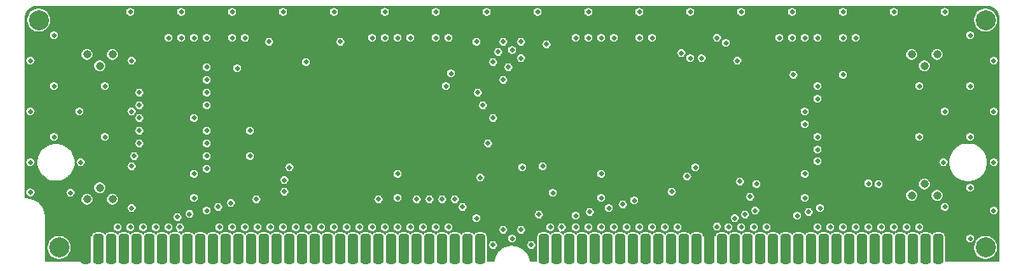
<source format=gbl>
G04 #@! TF.GenerationSoftware,KiCad,Pcbnew,(5.1.5-0-10_14)*
G04 #@! TF.CreationDate,2020-05-17T02:55:49-04:00*
G04 #@! TF.ProjectId,ROMSIMM,524f4d53-494d-44d2-9e6b-696361645f70,rev?*
G04 #@! TF.SameCoordinates,Original*
G04 #@! TF.FileFunction,Copper,L4,Bot*
G04 #@! TF.FilePolarity,Positive*
%FSLAX46Y46*%
G04 Gerber Fmt 4.6, Leading zero omitted, Abs format (unit mm)*
G04 Created by KiCad (PCBNEW (5.1.5-0-10_14)) date 2020-05-17 02:55:49*
%MOMM*%
%LPD*%
G04 APERTURE LIST*
%ADD10C,0.100000*%
%ADD11C,2.000000*%
%ADD12C,0.508000*%
%ADD13C,0.800000*%
%ADD14C,0.762000*%
%ADD15C,0.154000*%
G04 APERTURE END LIST*
G04 #@! TA.AperFunction,ComponentPad*
D10*
G36*
X163339970Y-124589006D02*
G01*
X163380407Y-124595004D01*
X163420061Y-124604937D01*
X163458551Y-124618709D01*
X163495505Y-124636187D01*
X163530568Y-124657203D01*
X163563403Y-124681555D01*
X163593692Y-124709008D01*
X163621145Y-124739297D01*
X163645497Y-124772132D01*
X163666513Y-124807195D01*
X163683991Y-124844149D01*
X163697763Y-124882639D01*
X163707696Y-124922293D01*
X163713694Y-124962730D01*
X163715700Y-125003560D01*
X163715700Y-127218440D01*
X163713694Y-127259270D01*
X163707696Y-127299707D01*
X163697763Y-127339361D01*
X163683991Y-127377851D01*
X163666513Y-127414805D01*
X163645497Y-127449868D01*
X163621145Y-127482703D01*
X163593692Y-127512992D01*
X163563403Y-127540445D01*
X163530568Y-127564797D01*
X163495505Y-127585813D01*
X163458551Y-127603291D01*
X163420061Y-127617063D01*
X163380407Y-127626996D01*
X163339970Y-127632994D01*
X163299140Y-127635000D01*
X163090860Y-127635000D01*
X163050030Y-127632994D01*
X163009593Y-127626996D01*
X162969939Y-127617063D01*
X162931449Y-127603291D01*
X162894495Y-127585813D01*
X162859432Y-127564797D01*
X162826597Y-127540445D01*
X162796308Y-127512992D01*
X162768855Y-127482703D01*
X162744503Y-127449868D01*
X162723487Y-127414805D01*
X162706009Y-127377851D01*
X162692237Y-127339361D01*
X162682304Y-127299707D01*
X162676306Y-127259270D01*
X162674300Y-127218440D01*
X162674300Y-125003560D01*
X162676306Y-124962730D01*
X162682304Y-124922293D01*
X162692237Y-124882639D01*
X162706009Y-124844149D01*
X162723487Y-124807195D01*
X162744503Y-124772132D01*
X162768855Y-124739297D01*
X162796308Y-124709008D01*
X162826597Y-124681555D01*
X162859432Y-124657203D01*
X162894495Y-124636187D01*
X162931449Y-124618709D01*
X162969939Y-124604937D01*
X163009593Y-124595004D01*
X163050030Y-124589006D01*
X163090860Y-124587000D01*
X163299140Y-124587000D01*
X163339970Y-124589006D01*
G37*
G04 #@! TD.AperFunction*
G04 #@! TA.AperFunction,ComponentPad*
G36*
X162069970Y-124589006D02*
G01*
X162110407Y-124595004D01*
X162150061Y-124604937D01*
X162188551Y-124618709D01*
X162225505Y-124636187D01*
X162260568Y-124657203D01*
X162293403Y-124681555D01*
X162323692Y-124709008D01*
X162351145Y-124739297D01*
X162375497Y-124772132D01*
X162396513Y-124807195D01*
X162413991Y-124844149D01*
X162427763Y-124882639D01*
X162437696Y-124922293D01*
X162443694Y-124962730D01*
X162445700Y-125003560D01*
X162445700Y-127218440D01*
X162443694Y-127259270D01*
X162437696Y-127299707D01*
X162427763Y-127339361D01*
X162413991Y-127377851D01*
X162396513Y-127414805D01*
X162375497Y-127449868D01*
X162351145Y-127482703D01*
X162323692Y-127512992D01*
X162293403Y-127540445D01*
X162260568Y-127564797D01*
X162225505Y-127585813D01*
X162188551Y-127603291D01*
X162150061Y-127617063D01*
X162110407Y-127626996D01*
X162069970Y-127632994D01*
X162029140Y-127635000D01*
X161820860Y-127635000D01*
X161780030Y-127632994D01*
X161739593Y-127626996D01*
X161699939Y-127617063D01*
X161661449Y-127603291D01*
X161624495Y-127585813D01*
X161589432Y-127564797D01*
X161556597Y-127540445D01*
X161526308Y-127512992D01*
X161498855Y-127482703D01*
X161474503Y-127449868D01*
X161453487Y-127414805D01*
X161436009Y-127377851D01*
X161422237Y-127339361D01*
X161412304Y-127299707D01*
X161406306Y-127259270D01*
X161404300Y-127218440D01*
X161404300Y-125003560D01*
X161406306Y-124962730D01*
X161412304Y-124922293D01*
X161422237Y-124882639D01*
X161436009Y-124844149D01*
X161453487Y-124807195D01*
X161474503Y-124772132D01*
X161498855Y-124739297D01*
X161526308Y-124709008D01*
X161556597Y-124681555D01*
X161589432Y-124657203D01*
X161624495Y-124636187D01*
X161661449Y-124618709D01*
X161699939Y-124604937D01*
X161739593Y-124595004D01*
X161780030Y-124589006D01*
X161820860Y-124587000D01*
X162029140Y-124587000D01*
X162069970Y-124589006D01*
G37*
G04 #@! TD.AperFunction*
G04 #@! TA.AperFunction,ComponentPad*
G36*
X160799970Y-124589006D02*
G01*
X160840407Y-124595004D01*
X160880061Y-124604937D01*
X160918551Y-124618709D01*
X160955505Y-124636187D01*
X160990568Y-124657203D01*
X161023403Y-124681555D01*
X161053692Y-124709008D01*
X161081145Y-124739297D01*
X161105497Y-124772132D01*
X161126513Y-124807195D01*
X161143991Y-124844149D01*
X161157763Y-124882639D01*
X161167696Y-124922293D01*
X161173694Y-124962730D01*
X161175700Y-125003560D01*
X161175700Y-127218440D01*
X161173694Y-127259270D01*
X161167696Y-127299707D01*
X161157763Y-127339361D01*
X161143991Y-127377851D01*
X161126513Y-127414805D01*
X161105497Y-127449868D01*
X161081145Y-127482703D01*
X161053692Y-127512992D01*
X161023403Y-127540445D01*
X160990568Y-127564797D01*
X160955505Y-127585813D01*
X160918551Y-127603291D01*
X160880061Y-127617063D01*
X160840407Y-127626996D01*
X160799970Y-127632994D01*
X160759140Y-127635000D01*
X160550860Y-127635000D01*
X160510030Y-127632994D01*
X160469593Y-127626996D01*
X160429939Y-127617063D01*
X160391449Y-127603291D01*
X160354495Y-127585813D01*
X160319432Y-127564797D01*
X160286597Y-127540445D01*
X160256308Y-127512992D01*
X160228855Y-127482703D01*
X160204503Y-127449868D01*
X160183487Y-127414805D01*
X160166009Y-127377851D01*
X160152237Y-127339361D01*
X160142304Y-127299707D01*
X160136306Y-127259270D01*
X160134300Y-127218440D01*
X160134300Y-125003560D01*
X160136306Y-124962730D01*
X160142304Y-124922293D01*
X160152237Y-124882639D01*
X160166009Y-124844149D01*
X160183487Y-124807195D01*
X160204503Y-124772132D01*
X160228855Y-124739297D01*
X160256308Y-124709008D01*
X160286597Y-124681555D01*
X160319432Y-124657203D01*
X160354495Y-124636187D01*
X160391449Y-124618709D01*
X160429939Y-124604937D01*
X160469593Y-124595004D01*
X160510030Y-124589006D01*
X160550860Y-124587000D01*
X160759140Y-124587000D01*
X160799970Y-124589006D01*
G37*
G04 #@! TD.AperFunction*
G04 #@! TA.AperFunction,ComponentPad*
G36*
X159529970Y-124589006D02*
G01*
X159570407Y-124595004D01*
X159610061Y-124604937D01*
X159648551Y-124618709D01*
X159685505Y-124636187D01*
X159720568Y-124657203D01*
X159753403Y-124681555D01*
X159783692Y-124709008D01*
X159811145Y-124739297D01*
X159835497Y-124772132D01*
X159856513Y-124807195D01*
X159873991Y-124844149D01*
X159887763Y-124882639D01*
X159897696Y-124922293D01*
X159903694Y-124962730D01*
X159905700Y-125003560D01*
X159905700Y-127218440D01*
X159903694Y-127259270D01*
X159897696Y-127299707D01*
X159887763Y-127339361D01*
X159873991Y-127377851D01*
X159856513Y-127414805D01*
X159835497Y-127449868D01*
X159811145Y-127482703D01*
X159783692Y-127512992D01*
X159753403Y-127540445D01*
X159720568Y-127564797D01*
X159685505Y-127585813D01*
X159648551Y-127603291D01*
X159610061Y-127617063D01*
X159570407Y-127626996D01*
X159529970Y-127632994D01*
X159489140Y-127635000D01*
X159280860Y-127635000D01*
X159240030Y-127632994D01*
X159199593Y-127626996D01*
X159159939Y-127617063D01*
X159121449Y-127603291D01*
X159084495Y-127585813D01*
X159049432Y-127564797D01*
X159016597Y-127540445D01*
X158986308Y-127512992D01*
X158958855Y-127482703D01*
X158934503Y-127449868D01*
X158913487Y-127414805D01*
X158896009Y-127377851D01*
X158882237Y-127339361D01*
X158872304Y-127299707D01*
X158866306Y-127259270D01*
X158864300Y-127218440D01*
X158864300Y-125003560D01*
X158866306Y-124962730D01*
X158872304Y-124922293D01*
X158882237Y-124882639D01*
X158896009Y-124844149D01*
X158913487Y-124807195D01*
X158934503Y-124772132D01*
X158958855Y-124739297D01*
X158986308Y-124709008D01*
X159016597Y-124681555D01*
X159049432Y-124657203D01*
X159084495Y-124636187D01*
X159121449Y-124618709D01*
X159159939Y-124604937D01*
X159199593Y-124595004D01*
X159240030Y-124589006D01*
X159280860Y-124587000D01*
X159489140Y-124587000D01*
X159529970Y-124589006D01*
G37*
G04 #@! TD.AperFunction*
G04 #@! TA.AperFunction,ComponentPad*
G36*
X158259970Y-124589006D02*
G01*
X158300407Y-124595004D01*
X158340061Y-124604937D01*
X158378551Y-124618709D01*
X158415505Y-124636187D01*
X158450568Y-124657203D01*
X158483403Y-124681555D01*
X158513692Y-124709008D01*
X158541145Y-124739297D01*
X158565497Y-124772132D01*
X158586513Y-124807195D01*
X158603991Y-124844149D01*
X158617763Y-124882639D01*
X158627696Y-124922293D01*
X158633694Y-124962730D01*
X158635700Y-125003560D01*
X158635700Y-127218440D01*
X158633694Y-127259270D01*
X158627696Y-127299707D01*
X158617763Y-127339361D01*
X158603991Y-127377851D01*
X158586513Y-127414805D01*
X158565497Y-127449868D01*
X158541145Y-127482703D01*
X158513692Y-127512992D01*
X158483403Y-127540445D01*
X158450568Y-127564797D01*
X158415505Y-127585813D01*
X158378551Y-127603291D01*
X158340061Y-127617063D01*
X158300407Y-127626996D01*
X158259970Y-127632994D01*
X158219140Y-127635000D01*
X158010860Y-127635000D01*
X157970030Y-127632994D01*
X157929593Y-127626996D01*
X157889939Y-127617063D01*
X157851449Y-127603291D01*
X157814495Y-127585813D01*
X157779432Y-127564797D01*
X157746597Y-127540445D01*
X157716308Y-127512992D01*
X157688855Y-127482703D01*
X157664503Y-127449868D01*
X157643487Y-127414805D01*
X157626009Y-127377851D01*
X157612237Y-127339361D01*
X157602304Y-127299707D01*
X157596306Y-127259270D01*
X157594300Y-127218440D01*
X157594300Y-125003560D01*
X157596306Y-124962730D01*
X157602304Y-124922293D01*
X157612237Y-124882639D01*
X157626009Y-124844149D01*
X157643487Y-124807195D01*
X157664503Y-124772132D01*
X157688855Y-124739297D01*
X157716308Y-124709008D01*
X157746597Y-124681555D01*
X157779432Y-124657203D01*
X157814495Y-124636187D01*
X157851449Y-124618709D01*
X157889939Y-124604937D01*
X157929593Y-124595004D01*
X157970030Y-124589006D01*
X158010860Y-124587000D01*
X158219140Y-124587000D01*
X158259970Y-124589006D01*
G37*
G04 #@! TD.AperFunction*
G04 #@! TA.AperFunction,ComponentPad*
G36*
X156989970Y-124589006D02*
G01*
X157030407Y-124595004D01*
X157070061Y-124604937D01*
X157108551Y-124618709D01*
X157145505Y-124636187D01*
X157180568Y-124657203D01*
X157213403Y-124681555D01*
X157243692Y-124709008D01*
X157271145Y-124739297D01*
X157295497Y-124772132D01*
X157316513Y-124807195D01*
X157333991Y-124844149D01*
X157347763Y-124882639D01*
X157357696Y-124922293D01*
X157363694Y-124962730D01*
X157365700Y-125003560D01*
X157365700Y-127218440D01*
X157363694Y-127259270D01*
X157357696Y-127299707D01*
X157347763Y-127339361D01*
X157333991Y-127377851D01*
X157316513Y-127414805D01*
X157295497Y-127449868D01*
X157271145Y-127482703D01*
X157243692Y-127512992D01*
X157213403Y-127540445D01*
X157180568Y-127564797D01*
X157145505Y-127585813D01*
X157108551Y-127603291D01*
X157070061Y-127617063D01*
X157030407Y-127626996D01*
X156989970Y-127632994D01*
X156949140Y-127635000D01*
X156740860Y-127635000D01*
X156700030Y-127632994D01*
X156659593Y-127626996D01*
X156619939Y-127617063D01*
X156581449Y-127603291D01*
X156544495Y-127585813D01*
X156509432Y-127564797D01*
X156476597Y-127540445D01*
X156446308Y-127512992D01*
X156418855Y-127482703D01*
X156394503Y-127449868D01*
X156373487Y-127414805D01*
X156356009Y-127377851D01*
X156342237Y-127339361D01*
X156332304Y-127299707D01*
X156326306Y-127259270D01*
X156324300Y-127218440D01*
X156324300Y-125003560D01*
X156326306Y-124962730D01*
X156332304Y-124922293D01*
X156342237Y-124882639D01*
X156356009Y-124844149D01*
X156373487Y-124807195D01*
X156394503Y-124772132D01*
X156418855Y-124739297D01*
X156446308Y-124709008D01*
X156476597Y-124681555D01*
X156509432Y-124657203D01*
X156544495Y-124636187D01*
X156581449Y-124618709D01*
X156619939Y-124604937D01*
X156659593Y-124595004D01*
X156700030Y-124589006D01*
X156740860Y-124587000D01*
X156949140Y-124587000D01*
X156989970Y-124589006D01*
G37*
G04 #@! TD.AperFunction*
G04 #@! TA.AperFunction,ComponentPad*
G36*
X155719970Y-124589006D02*
G01*
X155760407Y-124595004D01*
X155800061Y-124604937D01*
X155838551Y-124618709D01*
X155875505Y-124636187D01*
X155910568Y-124657203D01*
X155943403Y-124681555D01*
X155973692Y-124709008D01*
X156001145Y-124739297D01*
X156025497Y-124772132D01*
X156046513Y-124807195D01*
X156063991Y-124844149D01*
X156077763Y-124882639D01*
X156087696Y-124922293D01*
X156093694Y-124962730D01*
X156095700Y-125003560D01*
X156095700Y-127218440D01*
X156093694Y-127259270D01*
X156087696Y-127299707D01*
X156077763Y-127339361D01*
X156063991Y-127377851D01*
X156046513Y-127414805D01*
X156025497Y-127449868D01*
X156001145Y-127482703D01*
X155973692Y-127512992D01*
X155943403Y-127540445D01*
X155910568Y-127564797D01*
X155875505Y-127585813D01*
X155838551Y-127603291D01*
X155800061Y-127617063D01*
X155760407Y-127626996D01*
X155719970Y-127632994D01*
X155679140Y-127635000D01*
X155470860Y-127635000D01*
X155430030Y-127632994D01*
X155389593Y-127626996D01*
X155349939Y-127617063D01*
X155311449Y-127603291D01*
X155274495Y-127585813D01*
X155239432Y-127564797D01*
X155206597Y-127540445D01*
X155176308Y-127512992D01*
X155148855Y-127482703D01*
X155124503Y-127449868D01*
X155103487Y-127414805D01*
X155086009Y-127377851D01*
X155072237Y-127339361D01*
X155062304Y-127299707D01*
X155056306Y-127259270D01*
X155054300Y-127218440D01*
X155054300Y-125003560D01*
X155056306Y-124962730D01*
X155062304Y-124922293D01*
X155072237Y-124882639D01*
X155086009Y-124844149D01*
X155103487Y-124807195D01*
X155124503Y-124772132D01*
X155148855Y-124739297D01*
X155176308Y-124709008D01*
X155206597Y-124681555D01*
X155239432Y-124657203D01*
X155274495Y-124636187D01*
X155311449Y-124618709D01*
X155349939Y-124604937D01*
X155389593Y-124595004D01*
X155430030Y-124589006D01*
X155470860Y-124587000D01*
X155679140Y-124587000D01*
X155719970Y-124589006D01*
G37*
G04 #@! TD.AperFunction*
G04 #@! TA.AperFunction,ComponentPad*
G36*
X154449970Y-124589006D02*
G01*
X154490407Y-124595004D01*
X154530061Y-124604937D01*
X154568551Y-124618709D01*
X154605505Y-124636187D01*
X154640568Y-124657203D01*
X154673403Y-124681555D01*
X154703692Y-124709008D01*
X154731145Y-124739297D01*
X154755497Y-124772132D01*
X154776513Y-124807195D01*
X154793991Y-124844149D01*
X154807763Y-124882639D01*
X154817696Y-124922293D01*
X154823694Y-124962730D01*
X154825700Y-125003560D01*
X154825700Y-127218440D01*
X154823694Y-127259270D01*
X154817696Y-127299707D01*
X154807763Y-127339361D01*
X154793991Y-127377851D01*
X154776513Y-127414805D01*
X154755497Y-127449868D01*
X154731145Y-127482703D01*
X154703692Y-127512992D01*
X154673403Y-127540445D01*
X154640568Y-127564797D01*
X154605505Y-127585813D01*
X154568551Y-127603291D01*
X154530061Y-127617063D01*
X154490407Y-127626996D01*
X154449970Y-127632994D01*
X154409140Y-127635000D01*
X154200860Y-127635000D01*
X154160030Y-127632994D01*
X154119593Y-127626996D01*
X154079939Y-127617063D01*
X154041449Y-127603291D01*
X154004495Y-127585813D01*
X153969432Y-127564797D01*
X153936597Y-127540445D01*
X153906308Y-127512992D01*
X153878855Y-127482703D01*
X153854503Y-127449868D01*
X153833487Y-127414805D01*
X153816009Y-127377851D01*
X153802237Y-127339361D01*
X153792304Y-127299707D01*
X153786306Y-127259270D01*
X153784300Y-127218440D01*
X153784300Y-125003560D01*
X153786306Y-124962730D01*
X153792304Y-124922293D01*
X153802237Y-124882639D01*
X153816009Y-124844149D01*
X153833487Y-124807195D01*
X153854503Y-124772132D01*
X153878855Y-124739297D01*
X153906308Y-124709008D01*
X153936597Y-124681555D01*
X153969432Y-124657203D01*
X154004495Y-124636187D01*
X154041449Y-124618709D01*
X154079939Y-124604937D01*
X154119593Y-124595004D01*
X154160030Y-124589006D01*
X154200860Y-124587000D01*
X154409140Y-124587000D01*
X154449970Y-124589006D01*
G37*
G04 #@! TD.AperFunction*
G04 #@! TA.AperFunction,ComponentPad*
G36*
X153179970Y-124589006D02*
G01*
X153220407Y-124595004D01*
X153260061Y-124604937D01*
X153298551Y-124618709D01*
X153335505Y-124636187D01*
X153370568Y-124657203D01*
X153403403Y-124681555D01*
X153433692Y-124709008D01*
X153461145Y-124739297D01*
X153485497Y-124772132D01*
X153506513Y-124807195D01*
X153523991Y-124844149D01*
X153537763Y-124882639D01*
X153547696Y-124922293D01*
X153553694Y-124962730D01*
X153555700Y-125003560D01*
X153555700Y-127218440D01*
X153553694Y-127259270D01*
X153547696Y-127299707D01*
X153537763Y-127339361D01*
X153523991Y-127377851D01*
X153506513Y-127414805D01*
X153485497Y-127449868D01*
X153461145Y-127482703D01*
X153433692Y-127512992D01*
X153403403Y-127540445D01*
X153370568Y-127564797D01*
X153335505Y-127585813D01*
X153298551Y-127603291D01*
X153260061Y-127617063D01*
X153220407Y-127626996D01*
X153179970Y-127632994D01*
X153139140Y-127635000D01*
X152930860Y-127635000D01*
X152890030Y-127632994D01*
X152849593Y-127626996D01*
X152809939Y-127617063D01*
X152771449Y-127603291D01*
X152734495Y-127585813D01*
X152699432Y-127564797D01*
X152666597Y-127540445D01*
X152636308Y-127512992D01*
X152608855Y-127482703D01*
X152584503Y-127449868D01*
X152563487Y-127414805D01*
X152546009Y-127377851D01*
X152532237Y-127339361D01*
X152522304Y-127299707D01*
X152516306Y-127259270D01*
X152514300Y-127218440D01*
X152514300Y-125003560D01*
X152516306Y-124962730D01*
X152522304Y-124922293D01*
X152532237Y-124882639D01*
X152546009Y-124844149D01*
X152563487Y-124807195D01*
X152584503Y-124772132D01*
X152608855Y-124739297D01*
X152636308Y-124709008D01*
X152666597Y-124681555D01*
X152699432Y-124657203D01*
X152734495Y-124636187D01*
X152771449Y-124618709D01*
X152809939Y-124604937D01*
X152849593Y-124595004D01*
X152890030Y-124589006D01*
X152930860Y-124587000D01*
X153139140Y-124587000D01*
X153179970Y-124589006D01*
G37*
G04 #@! TD.AperFunction*
G04 #@! TA.AperFunction,ComponentPad*
G36*
X151909970Y-124589006D02*
G01*
X151950407Y-124595004D01*
X151990061Y-124604937D01*
X152028551Y-124618709D01*
X152065505Y-124636187D01*
X152100568Y-124657203D01*
X152133403Y-124681555D01*
X152163692Y-124709008D01*
X152191145Y-124739297D01*
X152215497Y-124772132D01*
X152236513Y-124807195D01*
X152253991Y-124844149D01*
X152267763Y-124882639D01*
X152277696Y-124922293D01*
X152283694Y-124962730D01*
X152285700Y-125003560D01*
X152285700Y-127218440D01*
X152283694Y-127259270D01*
X152277696Y-127299707D01*
X152267763Y-127339361D01*
X152253991Y-127377851D01*
X152236513Y-127414805D01*
X152215497Y-127449868D01*
X152191145Y-127482703D01*
X152163692Y-127512992D01*
X152133403Y-127540445D01*
X152100568Y-127564797D01*
X152065505Y-127585813D01*
X152028551Y-127603291D01*
X151990061Y-127617063D01*
X151950407Y-127626996D01*
X151909970Y-127632994D01*
X151869140Y-127635000D01*
X151660860Y-127635000D01*
X151620030Y-127632994D01*
X151579593Y-127626996D01*
X151539939Y-127617063D01*
X151501449Y-127603291D01*
X151464495Y-127585813D01*
X151429432Y-127564797D01*
X151396597Y-127540445D01*
X151366308Y-127512992D01*
X151338855Y-127482703D01*
X151314503Y-127449868D01*
X151293487Y-127414805D01*
X151276009Y-127377851D01*
X151262237Y-127339361D01*
X151252304Y-127299707D01*
X151246306Y-127259270D01*
X151244300Y-127218440D01*
X151244300Y-125003560D01*
X151246306Y-124962730D01*
X151252304Y-124922293D01*
X151262237Y-124882639D01*
X151276009Y-124844149D01*
X151293487Y-124807195D01*
X151314503Y-124772132D01*
X151338855Y-124739297D01*
X151366308Y-124709008D01*
X151396597Y-124681555D01*
X151429432Y-124657203D01*
X151464495Y-124636187D01*
X151501449Y-124618709D01*
X151539939Y-124604937D01*
X151579593Y-124595004D01*
X151620030Y-124589006D01*
X151660860Y-124587000D01*
X151869140Y-124587000D01*
X151909970Y-124589006D01*
G37*
G04 #@! TD.AperFunction*
G04 #@! TA.AperFunction,ComponentPad*
G36*
X150639970Y-124589006D02*
G01*
X150680407Y-124595004D01*
X150720061Y-124604937D01*
X150758551Y-124618709D01*
X150795505Y-124636187D01*
X150830568Y-124657203D01*
X150863403Y-124681555D01*
X150893692Y-124709008D01*
X150921145Y-124739297D01*
X150945497Y-124772132D01*
X150966513Y-124807195D01*
X150983991Y-124844149D01*
X150997763Y-124882639D01*
X151007696Y-124922293D01*
X151013694Y-124962730D01*
X151015700Y-125003560D01*
X151015700Y-127218440D01*
X151013694Y-127259270D01*
X151007696Y-127299707D01*
X150997763Y-127339361D01*
X150983991Y-127377851D01*
X150966513Y-127414805D01*
X150945497Y-127449868D01*
X150921145Y-127482703D01*
X150893692Y-127512992D01*
X150863403Y-127540445D01*
X150830568Y-127564797D01*
X150795505Y-127585813D01*
X150758551Y-127603291D01*
X150720061Y-127617063D01*
X150680407Y-127626996D01*
X150639970Y-127632994D01*
X150599140Y-127635000D01*
X150390860Y-127635000D01*
X150350030Y-127632994D01*
X150309593Y-127626996D01*
X150269939Y-127617063D01*
X150231449Y-127603291D01*
X150194495Y-127585813D01*
X150159432Y-127564797D01*
X150126597Y-127540445D01*
X150096308Y-127512992D01*
X150068855Y-127482703D01*
X150044503Y-127449868D01*
X150023487Y-127414805D01*
X150006009Y-127377851D01*
X149992237Y-127339361D01*
X149982304Y-127299707D01*
X149976306Y-127259270D01*
X149974300Y-127218440D01*
X149974300Y-125003560D01*
X149976306Y-124962730D01*
X149982304Y-124922293D01*
X149992237Y-124882639D01*
X150006009Y-124844149D01*
X150023487Y-124807195D01*
X150044503Y-124772132D01*
X150068855Y-124739297D01*
X150096308Y-124709008D01*
X150126597Y-124681555D01*
X150159432Y-124657203D01*
X150194495Y-124636187D01*
X150231449Y-124618709D01*
X150269939Y-124604937D01*
X150309593Y-124595004D01*
X150350030Y-124589006D01*
X150390860Y-124587000D01*
X150599140Y-124587000D01*
X150639970Y-124589006D01*
G37*
G04 #@! TD.AperFunction*
G04 #@! TA.AperFunction,ComponentPad*
G36*
X149369970Y-124589006D02*
G01*
X149410407Y-124595004D01*
X149450061Y-124604937D01*
X149488551Y-124618709D01*
X149525505Y-124636187D01*
X149560568Y-124657203D01*
X149593403Y-124681555D01*
X149623692Y-124709008D01*
X149651145Y-124739297D01*
X149675497Y-124772132D01*
X149696513Y-124807195D01*
X149713991Y-124844149D01*
X149727763Y-124882639D01*
X149737696Y-124922293D01*
X149743694Y-124962730D01*
X149745700Y-125003560D01*
X149745700Y-127218440D01*
X149743694Y-127259270D01*
X149737696Y-127299707D01*
X149727763Y-127339361D01*
X149713991Y-127377851D01*
X149696513Y-127414805D01*
X149675497Y-127449868D01*
X149651145Y-127482703D01*
X149623692Y-127512992D01*
X149593403Y-127540445D01*
X149560568Y-127564797D01*
X149525505Y-127585813D01*
X149488551Y-127603291D01*
X149450061Y-127617063D01*
X149410407Y-127626996D01*
X149369970Y-127632994D01*
X149329140Y-127635000D01*
X149120860Y-127635000D01*
X149080030Y-127632994D01*
X149039593Y-127626996D01*
X148999939Y-127617063D01*
X148961449Y-127603291D01*
X148924495Y-127585813D01*
X148889432Y-127564797D01*
X148856597Y-127540445D01*
X148826308Y-127512992D01*
X148798855Y-127482703D01*
X148774503Y-127449868D01*
X148753487Y-127414805D01*
X148736009Y-127377851D01*
X148722237Y-127339361D01*
X148712304Y-127299707D01*
X148706306Y-127259270D01*
X148704300Y-127218440D01*
X148704300Y-125003560D01*
X148706306Y-124962730D01*
X148712304Y-124922293D01*
X148722237Y-124882639D01*
X148736009Y-124844149D01*
X148753487Y-124807195D01*
X148774503Y-124772132D01*
X148798855Y-124739297D01*
X148826308Y-124709008D01*
X148856597Y-124681555D01*
X148889432Y-124657203D01*
X148924495Y-124636187D01*
X148961449Y-124618709D01*
X148999939Y-124604937D01*
X149039593Y-124595004D01*
X149080030Y-124589006D01*
X149120860Y-124587000D01*
X149329140Y-124587000D01*
X149369970Y-124589006D01*
G37*
G04 #@! TD.AperFunction*
G04 #@! TA.AperFunction,ComponentPad*
G36*
X148099970Y-124589006D02*
G01*
X148140407Y-124595004D01*
X148180061Y-124604937D01*
X148218551Y-124618709D01*
X148255505Y-124636187D01*
X148290568Y-124657203D01*
X148323403Y-124681555D01*
X148353692Y-124709008D01*
X148381145Y-124739297D01*
X148405497Y-124772132D01*
X148426513Y-124807195D01*
X148443991Y-124844149D01*
X148457763Y-124882639D01*
X148467696Y-124922293D01*
X148473694Y-124962730D01*
X148475700Y-125003560D01*
X148475700Y-127218440D01*
X148473694Y-127259270D01*
X148467696Y-127299707D01*
X148457763Y-127339361D01*
X148443991Y-127377851D01*
X148426513Y-127414805D01*
X148405497Y-127449868D01*
X148381145Y-127482703D01*
X148353692Y-127512992D01*
X148323403Y-127540445D01*
X148290568Y-127564797D01*
X148255505Y-127585813D01*
X148218551Y-127603291D01*
X148180061Y-127617063D01*
X148140407Y-127626996D01*
X148099970Y-127632994D01*
X148059140Y-127635000D01*
X147850860Y-127635000D01*
X147810030Y-127632994D01*
X147769593Y-127626996D01*
X147729939Y-127617063D01*
X147691449Y-127603291D01*
X147654495Y-127585813D01*
X147619432Y-127564797D01*
X147586597Y-127540445D01*
X147556308Y-127512992D01*
X147528855Y-127482703D01*
X147504503Y-127449868D01*
X147483487Y-127414805D01*
X147466009Y-127377851D01*
X147452237Y-127339361D01*
X147442304Y-127299707D01*
X147436306Y-127259270D01*
X147434300Y-127218440D01*
X147434300Y-125003560D01*
X147436306Y-124962730D01*
X147442304Y-124922293D01*
X147452237Y-124882639D01*
X147466009Y-124844149D01*
X147483487Y-124807195D01*
X147504503Y-124772132D01*
X147528855Y-124739297D01*
X147556308Y-124709008D01*
X147586597Y-124681555D01*
X147619432Y-124657203D01*
X147654495Y-124636187D01*
X147691449Y-124618709D01*
X147729939Y-124604937D01*
X147769593Y-124595004D01*
X147810030Y-124589006D01*
X147850860Y-124587000D01*
X148059140Y-124587000D01*
X148099970Y-124589006D01*
G37*
G04 #@! TD.AperFunction*
G04 #@! TA.AperFunction,ComponentPad*
G36*
X146829970Y-124589006D02*
G01*
X146870407Y-124595004D01*
X146910061Y-124604937D01*
X146948551Y-124618709D01*
X146985505Y-124636187D01*
X147020568Y-124657203D01*
X147053403Y-124681555D01*
X147083692Y-124709008D01*
X147111145Y-124739297D01*
X147135497Y-124772132D01*
X147156513Y-124807195D01*
X147173991Y-124844149D01*
X147187763Y-124882639D01*
X147197696Y-124922293D01*
X147203694Y-124962730D01*
X147205700Y-125003560D01*
X147205700Y-127218440D01*
X147203694Y-127259270D01*
X147197696Y-127299707D01*
X147187763Y-127339361D01*
X147173991Y-127377851D01*
X147156513Y-127414805D01*
X147135497Y-127449868D01*
X147111145Y-127482703D01*
X147083692Y-127512992D01*
X147053403Y-127540445D01*
X147020568Y-127564797D01*
X146985505Y-127585813D01*
X146948551Y-127603291D01*
X146910061Y-127617063D01*
X146870407Y-127626996D01*
X146829970Y-127632994D01*
X146789140Y-127635000D01*
X146580860Y-127635000D01*
X146540030Y-127632994D01*
X146499593Y-127626996D01*
X146459939Y-127617063D01*
X146421449Y-127603291D01*
X146384495Y-127585813D01*
X146349432Y-127564797D01*
X146316597Y-127540445D01*
X146286308Y-127512992D01*
X146258855Y-127482703D01*
X146234503Y-127449868D01*
X146213487Y-127414805D01*
X146196009Y-127377851D01*
X146182237Y-127339361D01*
X146172304Y-127299707D01*
X146166306Y-127259270D01*
X146164300Y-127218440D01*
X146164300Y-125003560D01*
X146166306Y-124962730D01*
X146172304Y-124922293D01*
X146182237Y-124882639D01*
X146196009Y-124844149D01*
X146213487Y-124807195D01*
X146234503Y-124772132D01*
X146258855Y-124739297D01*
X146286308Y-124709008D01*
X146316597Y-124681555D01*
X146349432Y-124657203D01*
X146384495Y-124636187D01*
X146421449Y-124618709D01*
X146459939Y-124604937D01*
X146499593Y-124595004D01*
X146540030Y-124589006D01*
X146580860Y-124587000D01*
X146789140Y-124587000D01*
X146829970Y-124589006D01*
G37*
G04 #@! TD.AperFunction*
G04 #@! TA.AperFunction,ComponentPad*
G36*
X145559970Y-124589006D02*
G01*
X145600407Y-124595004D01*
X145640061Y-124604937D01*
X145678551Y-124618709D01*
X145715505Y-124636187D01*
X145750568Y-124657203D01*
X145783403Y-124681555D01*
X145813692Y-124709008D01*
X145841145Y-124739297D01*
X145865497Y-124772132D01*
X145886513Y-124807195D01*
X145903991Y-124844149D01*
X145917763Y-124882639D01*
X145927696Y-124922293D01*
X145933694Y-124962730D01*
X145935700Y-125003560D01*
X145935700Y-127218440D01*
X145933694Y-127259270D01*
X145927696Y-127299707D01*
X145917763Y-127339361D01*
X145903991Y-127377851D01*
X145886513Y-127414805D01*
X145865497Y-127449868D01*
X145841145Y-127482703D01*
X145813692Y-127512992D01*
X145783403Y-127540445D01*
X145750568Y-127564797D01*
X145715505Y-127585813D01*
X145678551Y-127603291D01*
X145640061Y-127617063D01*
X145600407Y-127626996D01*
X145559970Y-127632994D01*
X145519140Y-127635000D01*
X145310860Y-127635000D01*
X145270030Y-127632994D01*
X145229593Y-127626996D01*
X145189939Y-127617063D01*
X145151449Y-127603291D01*
X145114495Y-127585813D01*
X145079432Y-127564797D01*
X145046597Y-127540445D01*
X145016308Y-127512992D01*
X144988855Y-127482703D01*
X144964503Y-127449868D01*
X144943487Y-127414805D01*
X144926009Y-127377851D01*
X144912237Y-127339361D01*
X144902304Y-127299707D01*
X144896306Y-127259270D01*
X144894300Y-127218440D01*
X144894300Y-125003560D01*
X144896306Y-124962730D01*
X144902304Y-124922293D01*
X144912237Y-124882639D01*
X144926009Y-124844149D01*
X144943487Y-124807195D01*
X144964503Y-124772132D01*
X144988855Y-124739297D01*
X145016308Y-124709008D01*
X145046597Y-124681555D01*
X145079432Y-124657203D01*
X145114495Y-124636187D01*
X145151449Y-124618709D01*
X145189939Y-124604937D01*
X145229593Y-124595004D01*
X145270030Y-124589006D01*
X145310860Y-124587000D01*
X145519140Y-124587000D01*
X145559970Y-124589006D01*
G37*
G04 #@! TD.AperFunction*
G04 #@! TA.AperFunction,ComponentPad*
G36*
X144289970Y-124589006D02*
G01*
X144330407Y-124595004D01*
X144370061Y-124604937D01*
X144408551Y-124618709D01*
X144445505Y-124636187D01*
X144480568Y-124657203D01*
X144513403Y-124681555D01*
X144543692Y-124709008D01*
X144571145Y-124739297D01*
X144595497Y-124772132D01*
X144616513Y-124807195D01*
X144633991Y-124844149D01*
X144647763Y-124882639D01*
X144657696Y-124922293D01*
X144663694Y-124962730D01*
X144665700Y-125003560D01*
X144665700Y-127218440D01*
X144663694Y-127259270D01*
X144657696Y-127299707D01*
X144647763Y-127339361D01*
X144633991Y-127377851D01*
X144616513Y-127414805D01*
X144595497Y-127449868D01*
X144571145Y-127482703D01*
X144543692Y-127512992D01*
X144513403Y-127540445D01*
X144480568Y-127564797D01*
X144445505Y-127585813D01*
X144408551Y-127603291D01*
X144370061Y-127617063D01*
X144330407Y-127626996D01*
X144289970Y-127632994D01*
X144249140Y-127635000D01*
X144040860Y-127635000D01*
X144000030Y-127632994D01*
X143959593Y-127626996D01*
X143919939Y-127617063D01*
X143881449Y-127603291D01*
X143844495Y-127585813D01*
X143809432Y-127564797D01*
X143776597Y-127540445D01*
X143746308Y-127512992D01*
X143718855Y-127482703D01*
X143694503Y-127449868D01*
X143673487Y-127414805D01*
X143656009Y-127377851D01*
X143642237Y-127339361D01*
X143632304Y-127299707D01*
X143626306Y-127259270D01*
X143624300Y-127218440D01*
X143624300Y-125003560D01*
X143626306Y-124962730D01*
X143632304Y-124922293D01*
X143642237Y-124882639D01*
X143656009Y-124844149D01*
X143673487Y-124807195D01*
X143694503Y-124772132D01*
X143718855Y-124739297D01*
X143746308Y-124709008D01*
X143776597Y-124681555D01*
X143809432Y-124657203D01*
X143844495Y-124636187D01*
X143881449Y-124618709D01*
X143919939Y-124604937D01*
X143959593Y-124595004D01*
X144000030Y-124589006D01*
X144040860Y-124587000D01*
X144249140Y-124587000D01*
X144289970Y-124589006D01*
G37*
G04 #@! TD.AperFunction*
G04 #@! TA.AperFunction,ComponentPad*
G36*
X143019970Y-124589006D02*
G01*
X143060407Y-124595004D01*
X143100061Y-124604937D01*
X143138551Y-124618709D01*
X143175505Y-124636187D01*
X143210568Y-124657203D01*
X143243403Y-124681555D01*
X143273692Y-124709008D01*
X143301145Y-124739297D01*
X143325497Y-124772132D01*
X143346513Y-124807195D01*
X143363991Y-124844149D01*
X143377763Y-124882639D01*
X143387696Y-124922293D01*
X143393694Y-124962730D01*
X143395700Y-125003560D01*
X143395700Y-127218440D01*
X143393694Y-127259270D01*
X143387696Y-127299707D01*
X143377763Y-127339361D01*
X143363991Y-127377851D01*
X143346513Y-127414805D01*
X143325497Y-127449868D01*
X143301145Y-127482703D01*
X143273692Y-127512992D01*
X143243403Y-127540445D01*
X143210568Y-127564797D01*
X143175505Y-127585813D01*
X143138551Y-127603291D01*
X143100061Y-127617063D01*
X143060407Y-127626996D01*
X143019970Y-127632994D01*
X142979140Y-127635000D01*
X142770860Y-127635000D01*
X142730030Y-127632994D01*
X142689593Y-127626996D01*
X142649939Y-127617063D01*
X142611449Y-127603291D01*
X142574495Y-127585813D01*
X142539432Y-127564797D01*
X142506597Y-127540445D01*
X142476308Y-127512992D01*
X142448855Y-127482703D01*
X142424503Y-127449868D01*
X142403487Y-127414805D01*
X142386009Y-127377851D01*
X142372237Y-127339361D01*
X142362304Y-127299707D01*
X142356306Y-127259270D01*
X142354300Y-127218440D01*
X142354300Y-125003560D01*
X142356306Y-124962730D01*
X142362304Y-124922293D01*
X142372237Y-124882639D01*
X142386009Y-124844149D01*
X142403487Y-124807195D01*
X142424503Y-124772132D01*
X142448855Y-124739297D01*
X142476308Y-124709008D01*
X142506597Y-124681555D01*
X142539432Y-124657203D01*
X142574495Y-124636187D01*
X142611449Y-124618709D01*
X142649939Y-124604937D01*
X142689593Y-124595004D01*
X142730030Y-124589006D01*
X142770860Y-124587000D01*
X142979140Y-124587000D01*
X143019970Y-124589006D01*
G37*
G04 #@! TD.AperFunction*
G04 #@! TA.AperFunction,ComponentPad*
G36*
X141749970Y-124589006D02*
G01*
X141790407Y-124595004D01*
X141830061Y-124604937D01*
X141868551Y-124618709D01*
X141905505Y-124636187D01*
X141940568Y-124657203D01*
X141973403Y-124681555D01*
X142003692Y-124709008D01*
X142031145Y-124739297D01*
X142055497Y-124772132D01*
X142076513Y-124807195D01*
X142093991Y-124844149D01*
X142107763Y-124882639D01*
X142117696Y-124922293D01*
X142123694Y-124962730D01*
X142125700Y-125003560D01*
X142125700Y-127218440D01*
X142123694Y-127259270D01*
X142117696Y-127299707D01*
X142107763Y-127339361D01*
X142093991Y-127377851D01*
X142076513Y-127414805D01*
X142055497Y-127449868D01*
X142031145Y-127482703D01*
X142003692Y-127512992D01*
X141973403Y-127540445D01*
X141940568Y-127564797D01*
X141905505Y-127585813D01*
X141868551Y-127603291D01*
X141830061Y-127617063D01*
X141790407Y-127626996D01*
X141749970Y-127632994D01*
X141709140Y-127635000D01*
X141500860Y-127635000D01*
X141460030Y-127632994D01*
X141419593Y-127626996D01*
X141379939Y-127617063D01*
X141341449Y-127603291D01*
X141304495Y-127585813D01*
X141269432Y-127564797D01*
X141236597Y-127540445D01*
X141206308Y-127512992D01*
X141178855Y-127482703D01*
X141154503Y-127449868D01*
X141133487Y-127414805D01*
X141116009Y-127377851D01*
X141102237Y-127339361D01*
X141092304Y-127299707D01*
X141086306Y-127259270D01*
X141084300Y-127218440D01*
X141084300Y-125003560D01*
X141086306Y-124962730D01*
X141092304Y-124922293D01*
X141102237Y-124882639D01*
X141116009Y-124844149D01*
X141133487Y-124807195D01*
X141154503Y-124772132D01*
X141178855Y-124739297D01*
X141206308Y-124709008D01*
X141236597Y-124681555D01*
X141269432Y-124657203D01*
X141304495Y-124636187D01*
X141341449Y-124618709D01*
X141379939Y-124604937D01*
X141419593Y-124595004D01*
X141460030Y-124589006D01*
X141500860Y-124587000D01*
X141709140Y-124587000D01*
X141749970Y-124589006D01*
G37*
G04 #@! TD.AperFunction*
G04 #@! TA.AperFunction,ComponentPad*
G36*
X140479970Y-124589006D02*
G01*
X140520407Y-124595004D01*
X140560061Y-124604937D01*
X140598551Y-124618709D01*
X140635505Y-124636187D01*
X140670568Y-124657203D01*
X140703403Y-124681555D01*
X140733692Y-124709008D01*
X140761145Y-124739297D01*
X140785497Y-124772132D01*
X140806513Y-124807195D01*
X140823991Y-124844149D01*
X140837763Y-124882639D01*
X140847696Y-124922293D01*
X140853694Y-124962730D01*
X140855700Y-125003560D01*
X140855700Y-127218440D01*
X140853694Y-127259270D01*
X140847696Y-127299707D01*
X140837763Y-127339361D01*
X140823991Y-127377851D01*
X140806513Y-127414805D01*
X140785497Y-127449868D01*
X140761145Y-127482703D01*
X140733692Y-127512992D01*
X140703403Y-127540445D01*
X140670568Y-127564797D01*
X140635505Y-127585813D01*
X140598551Y-127603291D01*
X140560061Y-127617063D01*
X140520407Y-127626996D01*
X140479970Y-127632994D01*
X140439140Y-127635000D01*
X140230860Y-127635000D01*
X140190030Y-127632994D01*
X140149593Y-127626996D01*
X140109939Y-127617063D01*
X140071449Y-127603291D01*
X140034495Y-127585813D01*
X139999432Y-127564797D01*
X139966597Y-127540445D01*
X139936308Y-127512992D01*
X139908855Y-127482703D01*
X139884503Y-127449868D01*
X139863487Y-127414805D01*
X139846009Y-127377851D01*
X139832237Y-127339361D01*
X139822304Y-127299707D01*
X139816306Y-127259270D01*
X139814300Y-127218440D01*
X139814300Y-125003560D01*
X139816306Y-124962730D01*
X139822304Y-124922293D01*
X139832237Y-124882639D01*
X139846009Y-124844149D01*
X139863487Y-124807195D01*
X139884503Y-124772132D01*
X139908855Y-124739297D01*
X139936308Y-124709008D01*
X139966597Y-124681555D01*
X139999432Y-124657203D01*
X140034495Y-124636187D01*
X140071449Y-124618709D01*
X140109939Y-124604937D01*
X140149593Y-124595004D01*
X140190030Y-124589006D01*
X140230860Y-124587000D01*
X140439140Y-124587000D01*
X140479970Y-124589006D01*
G37*
G04 #@! TD.AperFunction*
G04 #@! TA.AperFunction,ComponentPad*
G36*
X139209970Y-124589006D02*
G01*
X139250407Y-124595004D01*
X139290061Y-124604937D01*
X139328551Y-124618709D01*
X139365505Y-124636187D01*
X139400568Y-124657203D01*
X139433403Y-124681555D01*
X139463692Y-124709008D01*
X139491145Y-124739297D01*
X139515497Y-124772132D01*
X139536513Y-124807195D01*
X139553991Y-124844149D01*
X139567763Y-124882639D01*
X139577696Y-124922293D01*
X139583694Y-124962730D01*
X139585700Y-125003560D01*
X139585700Y-127218440D01*
X139583694Y-127259270D01*
X139577696Y-127299707D01*
X139567763Y-127339361D01*
X139553991Y-127377851D01*
X139536513Y-127414805D01*
X139515497Y-127449868D01*
X139491145Y-127482703D01*
X139463692Y-127512992D01*
X139433403Y-127540445D01*
X139400568Y-127564797D01*
X139365505Y-127585813D01*
X139328551Y-127603291D01*
X139290061Y-127617063D01*
X139250407Y-127626996D01*
X139209970Y-127632994D01*
X139169140Y-127635000D01*
X138960860Y-127635000D01*
X138920030Y-127632994D01*
X138879593Y-127626996D01*
X138839939Y-127617063D01*
X138801449Y-127603291D01*
X138764495Y-127585813D01*
X138729432Y-127564797D01*
X138696597Y-127540445D01*
X138666308Y-127512992D01*
X138638855Y-127482703D01*
X138614503Y-127449868D01*
X138593487Y-127414805D01*
X138576009Y-127377851D01*
X138562237Y-127339361D01*
X138552304Y-127299707D01*
X138546306Y-127259270D01*
X138544300Y-127218440D01*
X138544300Y-125003560D01*
X138546306Y-124962730D01*
X138552304Y-124922293D01*
X138562237Y-124882639D01*
X138576009Y-124844149D01*
X138593487Y-124807195D01*
X138614503Y-124772132D01*
X138638855Y-124739297D01*
X138666308Y-124709008D01*
X138696597Y-124681555D01*
X138729432Y-124657203D01*
X138764495Y-124636187D01*
X138801449Y-124618709D01*
X138839939Y-124604937D01*
X138879593Y-124595004D01*
X138920030Y-124589006D01*
X138960860Y-124587000D01*
X139169140Y-124587000D01*
X139209970Y-124589006D01*
G37*
G04 #@! TD.AperFunction*
G04 #@! TA.AperFunction,ComponentPad*
G36*
X137939970Y-124589006D02*
G01*
X137980407Y-124595004D01*
X138020061Y-124604937D01*
X138058551Y-124618709D01*
X138095505Y-124636187D01*
X138130568Y-124657203D01*
X138163403Y-124681555D01*
X138193692Y-124709008D01*
X138221145Y-124739297D01*
X138245497Y-124772132D01*
X138266513Y-124807195D01*
X138283991Y-124844149D01*
X138297763Y-124882639D01*
X138307696Y-124922293D01*
X138313694Y-124962730D01*
X138315700Y-125003560D01*
X138315700Y-127218440D01*
X138313694Y-127259270D01*
X138307696Y-127299707D01*
X138297763Y-127339361D01*
X138283991Y-127377851D01*
X138266513Y-127414805D01*
X138245497Y-127449868D01*
X138221145Y-127482703D01*
X138193692Y-127512992D01*
X138163403Y-127540445D01*
X138130568Y-127564797D01*
X138095505Y-127585813D01*
X138058551Y-127603291D01*
X138020061Y-127617063D01*
X137980407Y-127626996D01*
X137939970Y-127632994D01*
X137899140Y-127635000D01*
X137690860Y-127635000D01*
X137650030Y-127632994D01*
X137609593Y-127626996D01*
X137569939Y-127617063D01*
X137531449Y-127603291D01*
X137494495Y-127585813D01*
X137459432Y-127564797D01*
X137426597Y-127540445D01*
X137396308Y-127512992D01*
X137368855Y-127482703D01*
X137344503Y-127449868D01*
X137323487Y-127414805D01*
X137306009Y-127377851D01*
X137292237Y-127339361D01*
X137282304Y-127299707D01*
X137276306Y-127259270D01*
X137274300Y-127218440D01*
X137274300Y-125003560D01*
X137276306Y-124962730D01*
X137282304Y-124922293D01*
X137292237Y-124882639D01*
X137306009Y-124844149D01*
X137323487Y-124807195D01*
X137344503Y-124772132D01*
X137368855Y-124739297D01*
X137396308Y-124709008D01*
X137426597Y-124681555D01*
X137459432Y-124657203D01*
X137494495Y-124636187D01*
X137531449Y-124618709D01*
X137569939Y-124604937D01*
X137609593Y-124595004D01*
X137650030Y-124589006D01*
X137690860Y-124587000D01*
X137899140Y-124587000D01*
X137939970Y-124589006D01*
G37*
G04 #@! TD.AperFunction*
G04 #@! TA.AperFunction,ComponentPad*
G36*
X136669970Y-124589006D02*
G01*
X136710407Y-124595004D01*
X136750061Y-124604937D01*
X136788551Y-124618709D01*
X136825505Y-124636187D01*
X136860568Y-124657203D01*
X136893403Y-124681555D01*
X136923692Y-124709008D01*
X136951145Y-124739297D01*
X136975497Y-124772132D01*
X136996513Y-124807195D01*
X137013991Y-124844149D01*
X137027763Y-124882639D01*
X137037696Y-124922293D01*
X137043694Y-124962730D01*
X137045700Y-125003560D01*
X137045700Y-127218440D01*
X137043694Y-127259270D01*
X137037696Y-127299707D01*
X137027763Y-127339361D01*
X137013991Y-127377851D01*
X136996513Y-127414805D01*
X136975497Y-127449868D01*
X136951145Y-127482703D01*
X136923692Y-127512992D01*
X136893403Y-127540445D01*
X136860568Y-127564797D01*
X136825505Y-127585813D01*
X136788551Y-127603291D01*
X136750061Y-127617063D01*
X136710407Y-127626996D01*
X136669970Y-127632994D01*
X136629140Y-127635000D01*
X136420860Y-127635000D01*
X136380030Y-127632994D01*
X136339593Y-127626996D01*
X136299939Y-127617063D01*
X136261449Y-127603291D01*
X136224495Y-127585813D01*
X136189432Y-127564797D01*
X136156597Y-127540445D01*
X136126308Y-127512992D01*
X136098855Y-127482703D01*
X136074503Y-127449868D01*
X136053487Y-127414805D01*
X136036009Y-127377851D01*
X136022237Y-127339361D01*
X136012304Y-127299707D01*
X136006306Y-127259270D01*
X136004300Y-127218440D01*
X136004300Y-125003560D01*
X136006306Y-124962730D01*
X136012304Y-124922293D01*
X136022237Y-124882639D01*
X136036009Y-124844149D01*
X136053487Y-124807195D01*
X136074503Y-124772132D01*
X136098855Y-124739297D01*
X136126308Y-124709008D01*
X136156597Y-124681555D01*
X136189432Y-124657203D01*
X136224495Y-124636187D01*
X136261449Y-124618709D01*
X136299939Y-124604937D01*
X136339593Y-124595004D01*
X136380030Y-124589006D01*
X136420860Y-124587000D01*
X136629140Y-124587000D01*
X136669970Y-124589006D01*
G37*
G04 #@! TD.AperFunction*
G04 #@! TA.AperFunction,ComponentPad*
G36*
X135399970Y-124589006D02*
G01*
X135440407Y-124595004D01*
X135480061Y-124604937D01*
X135518551Y-124618709D01*
X135555505Y-124636187D01*
X135590568Y-124657203D01*
X135623403Y-124681555D01*
X135653692Y-124709008D01*
X135681145Y-124739297D01*
X135705497Y-124772132D01*
X135726513Y-124807195D01*
X135743991Y-124844149D01*
X135757763Y-124882639D01*
X135767696Y-124922293D01*
X135773694Y-124962730D01*
X135775700Y-125003560D01*
X135775700Y-127218440D01*
X135773694Y-127259270D01*
X135767696Y-127299707D01*
X135757763Y-127339361D01*
X135743991Y-127377851D01*
X135726513Y-127414805D01*
X135705497Y-127449868D01*
X135681145Y-127482703D01*
X135653692Y-127512992D01*
X135623403Y-127540445D01*
X135590568Y-127564797D01*
X135555505Y-127585813D01*
X135518551Y-127603291D01*
X135480061Y-127617063D01*
X135440407Y-127626996D01*
X135399970Y-127632994D01*
X135359140Y-127635000D01*
X135150860Y-127635000D01*
X135110030Y-127632994D01*
X135069593Y-127626996D01*
X135029939Y-127617063D01*
X134991449Y-127603291D01*
X134954495Y-127585813D01*
X134919432Y-127564797D01*
X134886597Y-127540445D01*
X134856308Y-127512992D01*
X134828855Y-127482703D01*
X134804503Y-127449868D01*
X134783487Y-127414805D01*
X134766009Y-127377851D01*
X134752237Y-127339361D01*
X134742304Y-127299707D01*
X134736306Y-127259270D01*
X134734300Y-127218440D01*
X134734300Y-125003560D01*
X134736306Y-124962730D01*
X134742304Y-124922293D01*
X134752237Y-124882639D01*
X134766009Y-124844149D01*
X134783487Y-124807195D01*
X134804503Y-124772132D01*
X134828855Y-124739297D01*
X134856308Y-124709008D01*
X134886597Y-124681555D01*
X134919432Y-124657203D01*
X134954495Y-124636187D01*
X134991449Y-124618709D01*
X135029939Y-124604937D01*
X135069593Y-124595004D01*
X135110030Y-124589006D01*
X135150860Y-124587000D01*
X135359140Y-124587000D01*
X135399970Y-124589006D01*
G37*
G04 #@! TD.AperFunction*
G04 #@! TA.AperFunction,ComponentPad*
G36*
X134129970Y-124589006D02*
G01*
X134170407Y-124595004D01*
X134210061Y-124604937D01*
X134248551Y-124618709D01*
X134285505Y-124636187D01*
X134320568Y-124657203D01*
X134353403Y-124681555D01*
X134383692Y-124709008D01*
X134411145Y-124739297D01*
X134435497Y-124772132D01*
X134456513Y-124807195D01*
X134473991Y-124844149D01*
X134487763Y-124882639D01*
X134497696Y-124922293D01*
X134503694Y-124962730D01*
X134505700Y-125003560D01*
X134505700Y-127218440D01*
X134503694Y-127259270D01*
X134497696Y-127299707D01*
X134487763Y-127339361D01*
X134473991Y-127377851D01*
X134456513Y-127414805D01*
X134435497Y-127449868D01*
X134411145Y-127482703D01*
X134383692Y-127512992D01*
X134353403Y-127540445D01*
X134320568Y-127564797D01*
X134285505Y-127585813D01*
X134248551Y-127603291D01*
X134210061Y-127617063D01*
X134170407Y-127626996D01*
X134129970Y-127632994D01*
X134089140Y-127635000D01*
X133880860Y-127635000D01*
X133840030Y-127632994D01*
X133799593Y-127626996D01*
X133759939Y-127617063D01*
X133721449Y-127603291D01*
X133684495Y-127585813D01*
X133649432Y-127564797D01*
X133616597Y-127540445D01*
X133586308Y-127512992D01*
X133558855Y-127482703D01*
X133534503Y-127449868D01*
X133513487Y-127414805D01*
X133496009Y-127377851D01*
X133482237Y-127339361D01*
X133472304Y-127299707D01*
X133466306Y-127259270D01*
X133464300Y-127218440D01*
X133464300Y-125003560D01*
X133466306Y-124962730D01*
X133472304Y-124922293D01*
X133482237Y-124882639D01*
X133496009Y-124844149D01*
X133513487Y-124807195D01*
X133534503Y-124772132D01*
X133558855Y-124739297D01*
X133586308Y-124709008D01*
X133616597Y-124681555D01*
X133649432Y-124657203D01*
X133684495Y-124636187D01*
X133721449Y-124618709D01*
X133759939Y-124604937D01*
X133799593Y-124595004D01*
X133840030Y-124589006D01*
X133880860Y-124587000D01*
X134089140Y-124587000D01*
X134129970Y-124589006D01*
G37*
G04 #@! TD.AperFunction*
G04 #@! TA.AperFunction,ComponentPad*
G36*
X132859970Y-124589006D02*
G01*
X132900407Y-124595004D01*
X132940061Y-124604937D01*
X132978551Y-124618709D01*
X133015505Y-124636187D01*
X133050568Y-124657203D01*
X133083403Y-124681555D01*
X133113692Y-124709008D01*
X133141145Y-124739297D01*
X133165497Y-124772132D01*
X133186513Y-124807195D01*
X133203991Y-124844149D01*
X133217763Y-124882639D01*
X133227696Y-124922293D01*
X133233694Y-124962730D01*
X133235700Y-125003560D01*
X133235700Y-127218440D01*
X133233694Y-127259270D01*
X133227696Y-127299707D01*
X133217763Y-127339361D01*
X133203991Y-127377851D01*
X133186513Y-127414805D01*
X133165497Y-127449868D01*
X133141145Y-127482703D01*
X133113692Y-127512992D01*
X133083403Y-127540445D01*
X133050568Y-127564797D01*
X133015505Y-127585813D01*
X132978551Y-127603291D01*
X132940061Y-127617063D01*
X132900407Y-127626996D01*
X132859970Y-127632994D01*
X132819140Y-127635000D01*
X132610860Y-127635000D01*
X132570030Y-127632994D01*
X132529593Y-127626996D01*
X132489939Y-127617063D01*
X132451449Y-127603291D01*
X132414495Y-127585813D01*
X132379432Y-127564797D01*
X132346597Y-127540445D01*
X132316308Y-127512992D01*
X132288855Y-127482703D01*
X132264503Y-127449868D01*
X132243487Y-127414805D01*
X132226009Y-127377851D01*
X132212237Y-127339361D01*
X132202304Y-127299707D01*
X132196306Y-127259270D01*
X132194300Y-127218440D01*
X132194300Y-125003560D01*
X132196306Y-124962730D01*
X132202304Y-124922293D01*
X132212237Y-124882639D01*
X132226009Y-124844149D01*
X132243487Y-124807195D01*
X132264503Y-124772132D01*
X132288855Y-124739297D01*
X132316308Y-124709008D01*
X132346597Y-124681555D01*
X132379432Y-124657203D01*
X132414495Y-124636187D01*
X132451449Y-124618709D01*
X132489939Y-124604937D01*
X132529593Y-124595004D01*
X132570030Y-124589006D01*
X132610860Y-124587000D01*
X132819140Y-124587000D01*
X132859970Y-124589006D01*
G37*
G04 #@! TD.AperFunction*
G04 #@! TA.AperFunction,ComponentPad*
G36*
X131589970Y-124589006D02*
G01*
X131630407Y-124595004D01*
X131670061Y-124604937D01*
X131708551Y-124618709D01*
X131745505Y-124636187D01*
X131780568Y-124657203D01*
X131813403Y-124681555D01*
X131843692Y-124709008D01*
X131871145Y-124739297D01*
X131895497Y-124772132D01*
X131916513Y-124807195D01*
X131933991Y-124844149D01*
X131947763Y-124882639D01*
X131957696Y-124922293D01*
X131963694Y-124962730D01*
X131965700Y-125003560D01*
X131965700Y-127218440D01*
X131963694Y-127259270D01*
X131957696Y-127299707D01*
X131947763Y-127339361D01*
X131933991Y-127377851D01*
X131916513Y-127414805D01*
X131895497Y-127449868D01*
X131871145Y-127482703D01*
X131843692Y-127512992D01*
X131813403Y-127540445D01*
X131780568Y-127564797D01*
X131745505Y-127585813D01*
X131708551Y-127603291D01*
X131670061Y-127617063D01*
X131630407Y-127626996D01*
X131589970Y-127632994D01*
X131549140Y-127635000D01*
X131340860Y-127635000D01*
X131300030Y-127632994D01*
X131259593Y-127626996D01*
X131219939Y-127617063D01*
X131181449Y-127603291D01*
X131144495Y-127585813D01*
X131109432Y-127564797D01*
X131076597Y-127540445D01*
X131046308Y-127512992D01*
X131018855Y-127482703D01*
X130994503Y-127449868D01*
X130973487Y-127414805D01*
X130956009Y-127377851D01*
X130942237Y-127339361D01*
X130932304Y-127299707D01*
X130926306Y-127259270D01*
X130924300Y-127218440D01*
X130924300Y-125003560D01*
X130926306Y-124962730D01*
X130932304Y-124922293D01*
X130942237Y-124882639D01*
X130956009Y-124844149D01*
X130973487Y-124807195D01*
X130994503Y-124772132D01*
X131018855Y-124739297D01*
X131046308Y-124709008D01*
X131076597Y-124681555D01*
X131109432Y-124657203D01*
X131144495Y-124636187D01*
X131181449Y-124618709D01*
X131219939Y-124604937D01*
X131259593Y-124595004D01*
X131300030Y-124589006D01*
X131340860Y-124587000D01*
X131549140Y-124587000D01*
X131589970Y-124589006D01*
G37*
G04 #@! TD.AperFunction*
G04 #@! TA.AperFunction,ComponentPad*
G36*
X130319970Y-124589006D02*
G01*
X130360407Y-124595004D01*
X130400061Y-124604937D01*
X130438551Y-124618709D01*
X130475505Y-124636187D01*
X130510568Y-124657203D01*
X130543403Y-124681555D01*
X130573692Y-124709008D01*
X130601145Y-124739297D01*
X130625497Y-124772132D01*
X130646513Y-124807195D01*
X130663991Y-124844149D01*
X130677763Y-124882639D01*
X130687696Y-124922293D01*
X130693694Y-124962730D01*
X130695700Y-125003560D01*
X130695700Y-127218440D01*
X130693694Y-127259270D01*
X130687696Y-127299707D01*
X130677763Y-127339361D01*
X130663991Y-127377851D01*
X130646513Y-127414805D01*
X130625497Y-127449868D01*
X130601145Y-127482703D01*
X130573692Y-127512992D01*
X130543403Y-127540445D01*
X130510568Y-127564797D01*
X130475505Y-127585813D01*
X130438551Y-127603291D01*
X130400061Y-127617063D01*
X130360407Y-127626996D01*
X130319970Y-127632994D01*
X130279140Y-127635000D01*
X130070860Y-127635000D01*
X130030030Y-127632994D01*
X129989593Y-127626996D01*
X129949939Y-127617063D01*
X129911449Y-127603291D01*
X129874495Y-127585813D01*
X129839432Y-127564797D01*
X129806597Y-127540445D01*
X129776308Y-127512992D01*
X129748855Y-127482703D01*
X129724503Y-127449868D01*
X129703487Y-127414805D01*
X129686009Y-127377851D01*
X129672237Y-127339361D01*
X129662304Y-127299707D01*
X129656306Y-127259270D01*
X129654300Y-127218440D01*
X129654300Y-125003560D01*
X129656306Y-124962730D01*
X129662304Y-124922293D01*
X129672237Y-124882639D01*
X129686009Y-124844149D01*
X129703487Y-124807195D01*
X129724503Y-124772132D01*
X129748855Y-124739297D01*
X129776308Y-124709008D01*
X129806597Y-124681555D01*
X129839432Y-124657203D01*
X129874495Y-124636187D01*
X129911449Y-124618709D01*
X129949939Y-124604937D01*
X129989593Y-124595004D01*
X130030030Y-124589006D01*
X130070860Y-124587000D01*
X130279140Y-124587000D01*
X130319970Y-124589006D01*
G37*
G04 #@! TD.AperFunction*
G04 #@! TA.AperFunction,ComponentPad*
G36*
X129049970Y-124589006D02*
G01*
X129090407Y-124595004D01*
X129130061Y-124604937D01*
X129168551Y-124618709D01*
X129205505Y-124636187D01*
X129240568Y-124657203D01*
X129273403Y-124681555D01*
X129303692Y-124709008D01*
X129331145Y-124739297D01*
X129355497Y-124772132D01*
X129376513Y-124807195D01*
X129393991Y-124844149D01*
X129407763Y-124882639D01*
X129417696Y-124922293D01*
X129423694Y-124962730D01*
X129425700Y-125003560D01*
X129425700Y-127218440D01*
X129423694Y-127259270D01*
X129417696Y-127299707D01*
X129407763Y-127339361D01*
X129393991Y-127377851D01*
X129376513Y-127414805D01*
X129355497Y-127449868D01*
X129331145Y-127482703D01*
X129303692Y-127512992D01*
X129273403Y-127540445D01*
X129240568Y-127564797D01*
X129205505Y-127585813D01*
X129168551Y-127603291D01*
X129130061Y-127617063D01*
X129090407Y-127626996D01*
X129049970Y-127632994D01*
X129009140Y-127635000D01*
X128800860Y-127635000D01*
X128760030Y-127632994D01*
X128719593Y-127626996D01*
X128679939Y-127617063D01*
X128641449Y-127603291D01*
X128604495Y-127585813D01*
X128569432Y-127564797D01*
X128536597Y-127540445D01*
X128506308Y-127512992D01*
X128478855Y-127482703D01*
X128454503Y-127449868D01*
X128433487Y-127414805D01*
X128416009Y-127377851D01*
X128402237Y-127339361D01*
X128392304Y-127299707D01*
X128386306Y-127259270D01*
X128384300Y-127218440D01*
X128384300Y-125003560D01*
X128386306Y-124962730D01*
X128392304Y-124922293D01*
X128402237Y-124882639D01*
X128416009Y-124844149D01*
X128433487Y-124807195D01*
X128454503Y-124772132D01*
X128478855Y-124739297D01*
X128506308Y-124709008D01*
X128536597Y-124681555D01*
X128569432Y-124657203D01*
X128604495Y-124636187D01*
X128641449Y-124618709D01*
X128679939Y-124604937D01*
X128719593Y-124595004D01*
X128760030Y-124589006D01*
X128800860Y-124587000D01*
X129009140Y-124587000D01*
X129049970Y-124589006D01*
G37*
G04 #@! TD.AperFunction*
G04 #@! TA.AperFunction,ComponentPad*
G36*
X127779970Y-124589006D02*
G01*
X127820407Y-124595004D01*
X127860061Y-124604937D01*
X127898551Y-124618709D01*
X127935505Y-124636187D01*
X127970568Y-124657203D01*
X128003403Y-124681555D01*
X128033692Y-124709008D01*
X128061145Y-124739297D01*
X128085497Y-124772132D01*
X128106513Y-124807195D01*
X128123991Y-124844149D01*
X128137763Y-124882639D01*
X128147696Y-124922293D01*
X128153694Y-124962730D01*
X128155700Y-125003560D01*
X128155700Y-127218440D01*
X128153694Y-127259270D01*
X128147696Y-127299707D01*
X128137763Y-127339361D01*
X128123991Y-127377851D01*
X128106513Y-127414805D01*
X128085497Y-127449868D01*
X128061145Y-127482703D01*
X128033692Y-127512992D01*
X128003403Y-127540445D01*
X127970568Y-127564797D01*
X127935505Y-127585813D01*
X127898551Y-127603291D01*
X127860061Y-127617063D01*
X127820407Y-127626996D01*
X127779970Y-127632994D01*
X127739140Y-127635000D01*
X127530860Y-127635000D01*
X127490030Y-127632994D01*
X127449593Y-127626996D01*
X127409939Y-127617063D01*
X127371449Y-127603291D01*
X127334495Y-127585813D01*
X127299432Y-127564797D01*
X127266597Y-127540445D01*
X127236308Y-127512992D01*
X127208855Y-127482703D01*
X127184503Y-127449868D01*
X127163487Y-127414805D01*
X127146009Y-127377851D01*
X127132237Y-127339361D01*
X127122304Y-127299707D01*
X127116306Y-127259270D01*
X127114300Y-127218440D01*
X127114300Y-125003560D01*
X127116306Y-124962730D01*
X127122304Y-124922293D01*
X127132237Y-124882639D01*
X127146009Y-124844149D01*
X127163487Y-124807195D01*
X127184503Y-124772132D01*
X127208855Y-124739297D01*
X127236308Y-124709008D01*
X127266597Y-124681555D01*
X127299432Y-124657203D01*
X127334495Y-124636187D01*
X127371449Y-124618709D01*
X127409939Y-124604937D01*
X127449593Y-124595004D01*
X127490030Y-124589006D01*
X127530860Y-124587000D01*
X127739140Y-124587000D01*
X127779970Y-124589006D01*
G37*
G04 #@! TD.AperFunction*
G04 #@! TA.AperFunction,ComponentPad*
G36*
X126509970Y-124589006D02*
G01*
X126550407Y-124595004D01*
X126590061Y-124604937D01*
X126628551Y-124618709D01*
X126665505Y-124636187D01*
X126700568Y-124657203D01*
X126733403Y-124681555D01*
X126763692Y-124709008D01*
X126791145Y-124739297D01*
X126815497Y-124772132D01*
X126836513Y-124807195D01*
X126853991Y-124844149D01*
X126867763Y-124882639D01*
X126877696Y-124922293D01*
X126883694Y-124962730D01*
X126885700Y-125003560D01*
X126885700Y-127218440D01*
X126883694Y-127259270D01*
X126877696Y-127299707D01*
X126867763Y-127339361D01*
X126853991Y-127377851D01*
X126836513Y-127414805D01*
X126815497Y-127449868D01*
X126791145Y-127482703D01*
X126763692Y-127512992D01*
X126733403Y-127540445D01*
X126700568Y-127564797D01*
X126665505Y-127585813D01*
X126628551Y-127603291D01*
X126590061Y-127617063D01*
X126550407Y-127626996D01*
X126509970Y-127632994D01*
X126469140Y-127635000D01*
X126260860Y-127635000D01*
X126220030Y-127632994D01*
X126179593Y-127626996D01*
X126139939Y-127617063D01*
X126101449Y-127603291D01*
X126064495Y-127585813D01*
X126029432Y-127564797D01*
X125996597Y-127540445D01*
X125966308Y-127512992D01*
X125938855Y-127482703D01*
X125914503Y-127449868D01*
X125893487Y-127414805D01*
X125876009Y-127377851D01*
X125862237Y-127339361D01*
X125852304Y-127299707D01*
X125846306Y-127259270D01*
X125844300Y-127218440D01*
X125844300Y-125003560D01*
X125846306Y-124962730D01*
X125852304Y-124922293D01*
X125862237Y-124882639D01*
X125876009Y-124844149D01*
X125893487Y-124807195D01*
X125914503Y-124772132D01*
X125938855Y-124739297D01*
X125966308Y-124709008D01*
X125996597Y-124681555D01*
X126029432Y-124657203D01*
X126064495Y-124636187D01*
X126101449Y-124618709D01*
X126139939Y-124604937D01*
X126179593Y-124595004D01*
X126220030Y-124589006D01*
X126260860Y-124587000D01*
X126469140Y-124587000D01*
X126509970Y-124589006D01*
G37*
G04 #@! TD.AperFunction*
G04 #@! TA.AperFunction,ComponentPad*
G36*
X125239970Y-124589006D02*
G01*
X125280407Y-124595004D01*
X125320061Y-124604937D01*
X125358551Y-124618709D01*
X125395505Y-124636187D01*
X125430568Y-124657203D01*
X125463403Y-124681555D01*
X125493692Y-124709008D01*
X125521145Y-124739297D01*
X125545497Y-124772132D01*
X125566513Y-124807195D01*
X125583991Y-124844149D01*
X125597763Y-124882639D01*
X125607696Y-124922293D01*
X125613694Y-124962730D01*
X125615700Y-125003560D01*
X125615700Y-127218440D01*
X125613694Y-127259270D01*
X125607696Y-127299707D01*
X125597763Y-127339361D01*
X125583991Y-127377851D01*
X125566513Y-127414805D01*
X125545497Y-127449868D01*
X125521145Y-127482703D01*
X125493692Y-127512992D01*
X125463403Y-127540445D01*
X125430568Y-127564797D01*
X125395505Y-127585813D01*
X125358551Y-127603291D01*
X125320061Y-127617063D01*
X125280407Y-127626996D01*
X125239970Y-127632994D01*
X125199140Y-127635000D01*
X124990860Y-127635000D01*
X124950030Y-127632994D01*
X124909593Y-127626996D01*
X124869939Y-127617063D01*
X124831449Y-127603291D01*
X124794495Y-127585813D01*
X124759432Y-127564797D01*
X124726597Y-127540445D01*
X124696308Y-127512992D01*
X124668855Y-127482703D01*
X124644503Y-127449868D01*
X124623487Y-127414805D01*
X124606009Y-127377851D01*
X124592237Y-127339361D01*
X124582304Y-127299707D01*
X124576306Y-127259270D01*
X124574300Y-127218440D01*
X124574300Y-125003560D01*
X124576306Y-124962730D01*
X124582304Y-124922293D01*
X124592237Y-124882639D01*
X124606009Y-124844149D01*
X124623487Y-124807195D01*
X124644503Y-124772132D01*
X124668855Y-124739297D01*
X124696308Y-124709008D01*
X124726597Y-124681555D01*
X124759432Y-124657203D01*
X124794495Y-124636187D01*
X124831449Y-124618709D01*
X124869939Y-124604937D01*
X124909593Y-124595004D01*
X124950030Y-124589006D01*
X124990860Y-124587000D01*
X125199140Y-124587000D01*
X125239970Y-124589006D01*
G37*
G04 #@! TD.AperFunction*
G04 #@! TA.AperFunction,ComponentPad*
G36*
X123969970Y-124589006D02*
G01*
X124010407Y-124595004D01*
X124050061Y-124604937D01*
X124088551Y-124618709D01*
X124125505Y-124636187D01*
X124160568Y-124657203D01*
X124193403Y-124681555D01*
X124223692Y-124709008D01*
X124251145Y-124739297D01*
X124275497Y-124772132D01*
X124296513Y-124807195D01*
X124313991Y-124844149D01*
X124327763Y-124882639D01*
X124337696Y-124922293D01*
X124343694Y-124962730D01*
X124345700Y-125003560D01*
X124345700Y-127218440D01*
X124343694Y-127259270D01*
X124337696Y-127299707D01*
X124327763Y-127339361D01*
X124313991Y-127377851D01*
X124296513Y-127414805D01*
X124275497Y-127449868D01*
X124251145Y-127482703D01*
X124223692Y-127512992D01*
X124193403Y-127540445D01*
X124160568Y-127564797D01*
X124125505Y-127585813D01*
X124088551Y-127603291D01*
X124050061Y-127617063D01*
X124010407Y-127626996D01*
X123969970Y-127632994D01*
X123929140Y-127635000D01*
X123720860Y-127635000D01*
X123680030Y-127632994D01*
X123639593Y-127626996D01*
X123599939Y-127617063D01*
X123561449Y-127603291D01*
X123524495Y-127585813D01*
X123489432Y-127564797D01*
X123456597Y-127540445D01*
X123426308Y-127512992D01*
X123398855Y-127482703D01*
X123374503Y-127449868D01*
X123353487Y-127414805D01*
X123336009Y-127377851D01*
X123322237Y-127339361D01*
X123312304Y-127299707D01*
X123306306Y-127259270D01*
X123304300Y-127218440D01*
X123304300Y-125003560D01*
X123306306Y-124962730D01*
X123312304Y-124922293D01*
X123322237Y-124882639D01*
X123336009Y-124844149D01*
X123353487Y-124807195D01*
X123374503Y-124772132D01*
X123398855Y-124739297D01*
X123426308Y-124709008D01*
X123456597Y-124681555D01*
X123489432Y-124657203D01*
X123524495Y-124636187D01*
X123561449Y-124618709D01*
X123599939Y-124604937D01*
X123639593Y-124595004D01*
X123680030Y-124589006D01*
X123720860Y-124587000D01*
X123929140Y-124587000D01*
X123969970Y-124589006D01*
G37*
G04 #@! TD.AperFunction*
G04 #@! TA.AperFunction,ComponentPad*
G36*
X117619970Y-124589006D02*
G01*
X117660407Y-124595004D01*
X117700061Y-124604937D01*
X117738551Y-124618709D01*
X117775505Y-124636187D01*
X117810568Y-124657203D01*
X117843403Y-124681555D01*
X117873692Y-124709008D01*
X117901145Y-124739297D01*
X117925497Y-124772132D01*
X117946513Y-124807195D01*
X117963991Y-124844149D01*
X117977763Y-124882639D01*
X117987696Y-124922293D01*
X117993694Y-124962730D01*
X117995700Y-125003560D01*
X117995700Y-127218440D01*
X117993694Y-127259270D01*
X117987696Y-127299707D01*
X117977763Y-127339361D01*
X117963991Y-127377851D01*
X117946513Y-127414805D01*
X117925497Y-127449868D01*
X117901145Y-127482703D01*
X117873692Y-127512992D01*
X117843403Y-127540445D01*
X117810568Y-127564797D01*
X117775505Y-127585813D01*
X117738551Y-127603291D01*
X117700061Y-127617063D01*
X117660407Y-127626996D01*
X117619970Y-127632994D01*
X117579140Y-127635000D01*
X117370860Y-127635000D01*
X117330030Y-127632994D01*
X117289593Y-127626996D01*
X117249939Y-127617063D01*
X117211449Y-127603291D01*
X117174495Y-127585813D01*
X117139432Y-127564797D01*
X117106597Y-127540445D01*
X117076308Y-127512992D01*
X117048855Y-127482703D01*
X117024503Y-127449868D01*
X117003487Y-127414805D01*
X116986009Y-127377851D01*
X116972237Y-127339361D01*
X116962304Y-127299707D01*
X116956306Y-127259270D01*
X116954300Y-127218440D01*
X116954300Y-125003560D01*
X116956306Y-124962730D01*
X116962304Y-124922293D01*
X116972237Y-124882639D01*
X116986009Y-124844149D01*
X117003487Y-124807195D01*
X117024503Y-124772132D01*
X117048855Y-124739297D01*
X117076308Y-124709008D01*
X117106597Y-124681555D01*
X117139432Y-124657203D01*
X117174495Y-124636187D01*
X117211449Y-124618709D01*
X117249939Y-124604937D01*
X117289593Y-124595004D01*
X117330030Y-124589006D01*
X117370860Y-124587000D01*
X117579140Y-124587000D01*
X117619970Y-124589006D01*
G37*
G04 #@! TD.AperFunction*
G04 #@! TA.AperFunction,ComponentPad*
G36*
X116349970Y-124589006D02*
G01*
X116390407Y-124595004D01*
X116430061Y-124604937D01*
X116468551Y-124618709D01*
X116505505Y-124636187D01*
X116540568Y-124657203D01*
X116573403Y-124681555D01*
X116603692Y-124709008D01*
X116631145Y-124739297D01*
X116655497Y-124772132D01*
X116676513Y-124807195D01*
X116693991Y-124844149D01*
X116707763Y-124882639D01*
X116717696Y-124922293D01*
X116723694Y-124962730D01*
X116725700Y-125003560D01*
X116725700Y-127218440D01*
X116723694Y-127259270D01*
X116717696Y-127299707D01*
X116707763Y-127339361D01*
X116693991Y-127377851D01*
X116676513Y-127414805D01*
X116655497Y-127449868D01*
X116631145Y-127482703D01*
X116603692Y-127512992D01*
X116573403Y-127540445D01*
X116540568Y-127564797D01*
X116505505Y-127585813D01*
X116468551Y-127603291D01*
X116430061Y-127617063D01*
X116390407Y-127626996D01*
X116349970Y-127632994D01*
X116309140Y-127635000D01*
X116100860Y-127635000D01*
X116060030Y-127632994D01*
X116019593Y-127626996D01*
X115979939Y-127617063D01*
X115941449Y-127603291D01*
X115904495Y-127585813D01*
X115869432Y-127564797D01*
X115836597Y-127540445D01*
X115806308Y-127512992D01*
X115778855Y-127482703D01*
X115754503Y-127449868D01*
X115733487Y-127414805D01*
X115716009Y-127377851D01*
X115702237Y-127339361D01*
X115692304Y-127299707D01*
X115686306Y-127259270D01*
X115684300Y-127218440D01*
X115684300Y-125003560D01*
X115686306Y-124962730D01*
X115692304Y-124922293D01*
X115702237Y-124882639D01*
X115716009Y-124844149D01*
X115733487Y-124807195D01*
X115754503Y-124772132D01*
X115778855Y-124739297D01*
X115806308Y-124709008D01*
X115836597Y-124681555D01*
X115869432Y-124657203D01*
X115904495Y-124636187D01*
X115941449Y-124618709D01*
X115979939Y-124604937D01*
X116019593Y-124595004D01*
X116060030Y-124589006D01*
X116100860Y-124587000D01*
X116309140Y-124587000D01*
X116349970Y-124589006D01*
G37*
G04 #@! TD.AperFunction*
G04 #@! TA.AperFunction,ComponentPad*
G36*
X115079970Y-124589006D02*
G01*
X115120407Y-124595004D01*
X115160061Y-124604937D01*
X115198551Y-124618709D01*
X115235505Y-124636187D01*
X115270568Y-124657203D01*
X115303403Y-124681555D01*
X115333692Y-124709008D01*
X115361145Y-124739297D01*
X115385497Y-124772132D01*
X115406513Y-124807195D01*
X115423991Y-124844149D01*
X115437763Y-124882639D01*
X115447696Y-124922293D01*
X115453694Y-124962730D01*
X115455700Y-125003560D01*
X115455700Y-127218440D01*
X115453694Y-127259270D01*
X115447696Y-127299707D01*
X115437763Y-127339361D01*
X115423991Y-127377851D01*
X115406513Y-127414805D01*
X115385497Y-127449868D01*
X115361145Y-127482703D01*
X115333692Y-127512992D01*
X115303403Y-127540445D01*
X115270568Y-127564797D01*
X115235505Y-127585813D01*
X115198551Y-127603291D01*
X115160061Y-127617063D01*
X115120407Y-127626996D01*
X115079970Y-127632994D01*
X115039140Y-127635000D01*
X114830860Y-127635000D01*
X114790030Y-127632994D01*
X114749593Y-127626996D01*
X114709939Y-127617063D01*
X114671449Y-127603291D01*
X114634495Y-127585813D01*
X114599432Y-127564797D01*
X114566597Y-127540445D01*
X114536308Y-127512992D01*
X114508855Y-127482703D01*
X114484503Y-127449868D01*
X114463487Y-127414805D01*
X114446009Y-127377851D01*
X114432237Y-127339361D01*
X114422304Y-127299707D01*
X114416306Y-127259270D01*
X114414300Y-127218440D01*
X114414300Y-125003560D01*
X114416306Y-124962730D01*
X114422304Y-124922293D01*
X114432237Y-124882639D01*
X114446009Y-124844149D01*
X114463487Y-124807195D01*
X114484503Y-124772132D01*
X114508855Y-124739297D01*
X114536308Y-124709008D01*
X114566597Y-124681555D01*
X114599432Y-124657203D01*
X114634495Y-124636187D01*
X114671449Y-124618709D01*
X114709939Y-124604937D01*
X114749593Y-124595004D01*
X114790030Y-124589006D01*
X114830860Y-124587000D01*
X115039140Y-124587000D01*
X115079970Y-124589006D01*
G37*
G04 #@! TD.AperFunction*
G04 #@! TA.AperFunction,ComponentPad*
G36*
X113809970Y-124589006D02*
G01*
X113850407Y-124595004D01*
X113890061Y-124604937D01*
X113928551Y-124618709D01*
X113965505Y-124636187D01*
X114000568Y-124657203D01*
X114033403Y-124681555D01*
X114063692Y-124709008D01*
X114091145Y-124739297D01*
X114115497Y-124772132D01*
X114136513Y-124807195D01*
X114153991Y-124844149D01*
X114167763Y-124882639D01*
X114177696Y-124922293D01*
X114183694Y-124962730D01*
X114185700Y-125003560D01*
X114185700Y-127218440D01*
X114183694Y-127259270D01*
X114177696Y-127299707D01*
X114167763Y-127339361D01*
X114153991Y-127377851D01*
X114136513Y-127414805D01*
X114115497Y-127449868D01*
X114091145Y-127482703D01*
X114063692Y-127512992D01*
X114033403Y-127540445D01*
X114000568Y-127564797D01*
X113965505Y-127585813D01*
X113928551Y-127603291D01*
X113890061Y-127617063D01*
X113850407Y-127626996D01*
X113809970Y-127632994D01*
X113769140Y-127635000D01*
X113560860Y-127635000D01*
X113520030Y-127632994D01*
X113479593Y-127626996D01*
X113439939Y-127617063D01*
X113401449Y-127603291D01*
X113364495Y-127585813D01*
X113329432Y-127564797D01*
X113296597Y-127540445D01*
X113266308Y-127512992D01*
X113238855Y-127482703D01*
X113214503Y-127449868D01*
X113193487Y-127414805D01*
X113176009Y-127377851D01*
X113162237Y-127339361D01*
X113152304Y-127299707D01*
X113146306Y-127259270D01*
X113144300Y-127218440D01*
X113144300Y-125003560D01*
X113146306Y-124962730D01*
X113152304Y-124922293D01*
X113162237Y-124882639D01*
X113176009Y-124844149D01*
X113193487Y-124807195D01*
X113214503Y-124772132D01*
X113238855Y-124739297D01*
X113266308Y-124709008D01*
X113296597Y-124681555D01*
X113329432Y-124657203D01*
X113364495Y-124636187D01*
X113401449Y-124618709D01*
X113439939Y-124604937D01*
X113479593Y-124595004D01*
X113520030Y-124589006D01*
X113560860Y-124587000D01*
X113769140Y-124587000D01*
X113809970Y-124589006D01*
G37*
G04 #@! TD.AperFunction*
G04 #@! TA.AperFunction,ComponentPad*
G36*
X112539970Y-124589006D02*
G01*
X112580407Y-124595004D01*
X112620061Y-124604937D01*
X112658551Y-124618709D01*
X112695505Y-124636187D01*
X112730568Y-124657203D01*
X112763403Y-124681555D01*
X112793692Y-124709008D01*
X112821145Y-124739297D01*
X112845497Y-124772132D01*
X112866513Y-124807195D01*
X112883991Y-124844149D01*
X112897763Y-124882639D01*
X112907696Y-124922293D01*
X112913694Y-124962730D01*
X112915700Y-125003560D01*
X112915700Y-127218440D01*
X112913694Y-127259270D01*
X112907696Y-127299707D01*
X112897763Y-127339361D01*
X112883991Y-127377851D01*
X112866513Y-127414805D01*
X112845497Y-127449868D01*
X112821145Y-127482703D01*
X112793692Y-127512992D01*
X112763403Y-127540445D01*
X112730568Y-127564797D01*
X112695505Y-127585813D01*
X112658551Y-127603291D01*
X112620061Y-127617063D01*
X112580407Y-127626996D01*
X112539970Y-127632994D01*
X112499140Y-127635000D01*
X112290860Y-127635000D01*
X112250030Y-127632994D01*
X112209593Y-127626996D01*
X112169939Y-127617063D01*
X112131449Y-127603291D01*
X112094495Y-127585813D01*
X112059432Y-127564797D01*
X112026597Y-127540445D01*
X111996308Y-127512992D01*
X111968855Y-127482703D01*
X111944503Y-127449868D01*
X111923487Y-127414805D01*
X111906009Y-127377851D01*
X111892237Y-127339361D01*
X111882304Y-127299707D01*
X111876306Y-127259270D01*
X111874300Y-127218440D01*
X111874300Y-125003560D01*
X111876306Y-124962730D01*
X111882304Y-124922293D01*
X111892237Y-124882639D01*
X111906009Y-124844149D01*
X111923487Y-124807195D01*
X111944503Y-124772132D01*
X111968855Y-124739297D01*
X111996308Y-124709008D01*
X112026597Y-124681555D01*
X112059432Y-124657203D01*
X112094495Y-124636187D01*
X112131449Y-124618709D01*
X112169939Y-124604937D01*
X112209593Y-124595004D01*
X112250030Y-124589006D01*
X112290860Y-124587000D01*
X112499140Y-124587000D01*
X112539970Y-124589006D01*
G37*
G04 #@! TD.AperFunction*
G04 #@! TA.AperFunction,ComponentPad*
G36*
X111269970Y-124589006D02*
G01*
X111310407Y-124595004D01*
X111350061Y-124604937D01*
X111388551Y-124618709D01*
X111425505Y-124636187D01*
X111460568Y-124657203D01*
X111493403Y-124681555D01*
X111523692Y-124709008D01*
X111551145Y-124739297D01*
X111575497Y-124772132D01*
X111596513Y-124807195D01*
X111613991Y-124844149D01*
X111627763Y-124882639D01*
X111637696Y-124922293D01*
X111643694Y-124962730D01*
X111645700Y-125003560D01*
X111645700Y-127218440D01*
X111643694Y-127259270D01*
X111637696Y-127299707D01*
X111627763Y-127339361D01*
X111613991Y-127377851D01*
X111596513Y-127414805D01*
X111575497Y-127449868D01*
X111551145Y-127482703D01*
X111523692Y-127512992D01*
X111493403Y-127540445D01*
X111460568Y-127564797D01*
X111425505Y-127585813D01*
X111388551Y-127603291D01*
X111350061Y-127617063D01*
X111310407Y-127626996D01*
X111269970Y-127632994D01*
X111229140Y-127635000D01*
X111020860Y-127635000D01*
X110980030Y-127632994D01*
X110939593Y-127626996D01*
X110899939Y-127617063D01*
X110861449Y-127603291D01*
X110824495Y-127585813D01*
X110789432Y-127564797D01*
X110756597Y-127540445D01*
X110726308Y-127512992D01*
X110698855Y-127482703D01*
X110674503Y-127449868D01*
X110653487Y-127414805D01*
X110636009Y-127377851D01*
X110622237Y-127339361D01*
X110612304Y-127299707D01*
X110606306Y-127259270D01*
X110604300Y-127218440D01*
X110604300Y-125003560D01*
X110606306Y-124962730D01*
X110612304Y-124922293D01*
X110622237Y-124882639D01*
X110636009Y-124844149D01*
X110653487Y-124807195D01*
X110674503Y-124772132D01*
X110698855Y-124739297D01*
X110726308Y-124709008D01*
X110756597Y-124681555D01*
X110789432Y-124657203D01*
X110824495Y-124636187D01*
X110861449Y-124618709D01*
X110899939Y-124604937D01*
X110939593Y-124595004D01*
X110980030Y-124589006D01*
X111020860Y-124587000D01*
X111229140Y-124587000D01*
X111269970Y-124589006D01*
G37*
G04 #@! TD.AperFunction*
G04 #@! TA.AperFunction,ComponentPad*
G36*
X109999970Y-124589006D02*
G01*
X110040407Y-124595004D01*
X110080061Y-124604937D01*
X110118551Y-124618709D01*
X110155505Y-124636187D01*
X110190568Y-124657203D01*
X110223403Y-124681555D01*
X110253692Y-124709008D01*
X110281145Y-124739297D01*
X110305497Y-124772132D01*
X110326513Y-124807195D01*
X110343991Y-124844149D01*
X110357763Y-124882639D01*
X110367696Y-124922293D01*
X110373694Y-124962730D01*
X110375700Y-125003560D01*
X110375700Y-127218440D01*
X110373694Y-127259270D01*
X110367696Y-127299707D01*
X110357763Y-127339361D01*
X110343991Y-127377851D01*
X110326513Y-127414805D01*
X110305497Y-127449868D01*
X110281145Y-127482703D01*
X110253692Y-127512992D01*
X110223403Y-127540445D01*
X110190568Y-127564797D01*
X110155505Y-127585813D01*
X110118551Y-127603291D01*
X110080061Y-127617063D01*
X110040407Y-127626996D01*
X109999970Y-127632994D01*
X109959140Y-127635000D01*
X109750860Y-127635000D01*
X109710030Y-127632994D01*
X109669593Y-127626996D01*
X109629939Y-127617063D01*
X109591449Y-127603291D01*
X109554495Y-127585813D01*
X109519432Y-127564797D01*
X109486597Y-127540445D01*
X109456308Y-127512992D01*
X109428855Y-127482703D01*
X109404503Y-127449868D01*
X109383487Y-127414805D01*
X109366009Y-127377851D01*
X109352237Y-127339361D01*
X109342304Y-127299707D01*
X109336306Y-127259270D01*
X109334300Y-127218440D01*
X109334300Y-125003560D01*
X109336306Y-124962730D01*
X109342304Y-124922293D01*
X109352237Y-124882639D01*
X109366009Y-124844149D01*
X109383487Y-124807195D01*
X109404503Y-124772132D01*
X109428855Y-124739297D01*
X109456308Y-124709008D01*
X109486597Y-124681555D01*
X109519432Y-124657203D01*
X109554495Y-124636187D01*
X109591449Y-124618709D01*
X109629939Y-124604937D01*
X109669593Y-124595004D01*
X109710030Y-124589006D01*
X109750860Y-124587000D01*
X109959140Y-124587000D01*
X109999970Y-124589006D01*
G37*
G04 #@! TD.AperFunction*
G04 #@! TA.AperFunction,ComponentPad*
G36*
X108729970Y-124589006D02*
G01*
X108770407Y-124595004D01*
X108810061Y-124604937D01*
X108848551Y-124618709D01*
X108885505Y-124636187D01*
X108920568Y-124657203D01*
X108953403Y-124681555D01*
X108983692Y-124709008D01*
X109011145Y-124739297D01*
X109035497Y-124772132D01*
X109056513Y-124807195D01*
X109073991Y-124844149D01*
X109087763Y-124882639D01*
X109097696Y-124922293D01*
X109103694Y-124962730D01*
X109105700Y-125003560D01*
X109105700Y-127218440D01*
X109103694Y-127259270D01*
X109097696Y-127299707D01*
X109087763Y-127339361D01*
X109073991Y-127377851D01*
X109056513Y-127414805D01*
X109035497Y-127449868D01*
X109011145Y-127482703D01*
X108983692Y-127512992D01*
X108953403Y-127540445D01*
X108920568Y-127564797D01*
X108885505Y-127585813D01*
X108848551Y-127603291D01*
X108810061Y-127617063D01*
X108770407Y-127626996D01*
X108729970Y-127632994D01*
X108689140Y-127635000D01*
X108480860Y-127635000D01*
X108440030Y-127632994D01*
X108399593Y-127626996D01*
X108359939Y-127617063D01*
X108321449Y-127603291D01*
X108284495Y-127585813D01*
X108249432Y-127564797D01*
X108216597Y-127540445D01*
X108186308Y-127512992D01*
X108158855Y-127482703D01*
X108134503Y-127449868D01*
X108113487Y-127414805D01*
X108096009Y-127377851D01*
X108082237Y-127339361D01*
X108072304Y-127299707D01*
X108066306Y-127259270D01*
X108064300Y-127218440D01*
X108064300Y-125003560D01*
X108066306Y-124962730D01*
X108072304Y-124922293D01*
X108082237Y-124882639D01*
X108096009Y-124844149D01*
X108113487Y-124807195D01*
X108134503Y-124772132D01*
X108158855Y-124739297D01*
X108186308Y-124709008D01*
X108216597Y-124681555D01*
X108249432Y-124657203D01*
X108284495Y-124636187D01*
X108321449Y-124618709D01*
X108359939Y-124604937D01*
X108399593Y-124595004D01*
X108440030Y-124589006D01*
X108480860Y-124587000D01*
X108689140Y-124587000D01*
X108729970Y-124589006D01*
G37*
G04 #@! TD.AperFunction*
G04 #@! TA.AperFunction,ComponentPad*
G36*
X107459970Y-124589006D02*
G01*
X107500407Y-124595004D01*
X107540061Y-124604937D01*
X107578551Y-124618709D01*
X107615505Y-124636187D01*
X107650568Y-124657203D01*
X107683403Y-124681555D01*
X107713692Y-124709008D01*
X107741145Y-124739297D01*
X107765497Y-124772132D01*
X107786513Y-124807195D01*
X107803991Y-124844149D01*
X107817763Y-124882639D01*
X107827696Y-124922293D01*
X107833694Y-124962730D01*
X107835700Y-125003560D01*
X107835700Y-127218440D01*
X107833694Y-127259270D01*
X107827696Y-127299707D01*
X107817763Y-127339361D01*
X107803991Y-127377851D01*
X107786513Y-127414805D01*
X107765497Y-127449868D01*
X107741145Y-127482703D01*
X107713692Y-127512992D01*
X107683403Y-127540445D01*
X107650568Y-127564797D01*
X107615505Y-127585813D01*
X107578551Y-127603291D01*
X107540061Y-127617063D01*
X107500407Y-127626996D01*
X107459970Y-127632994D01*
X107419140Y-127635000D01*
X107210860Y-127635000D01*
X107170030Y-127632994D01*
X107129593Y-127626996D01*
X107089939Y-127617063D01*
X107051449Y-127603291D01*
X107014495Y-127585813D01*
X106979432Y-127564797D01*
X106946597Y-127540445D01*
X106916308Y-127512992D01*
X106888855Y-127482703D01*
X106864503Y-127449868D01*
X106843487Y-127414805D01*
X106826009Y-127377851D01*
X106812237Y-127339361D01*
X106802304Y-127299707D01*
X106796306Y-127259270D01*
X106794300Y-127218440D01*
X106794300Y-125003560D01*
X106796306Y-124962730D01*
X106802304Y-124922293D01*
X106812237Y-124882639D01*
X106826009Y-124844149D01*
X106843487Y-124807195D01*
X106864503Y-124772132D01*
X106888855Y-124739297D01*
X106916308Y-124709008D01*
X106946597Y-124681555D01*
X106979432Y-124657203D01*
X107014495Y-124636187D01*
X107051449Y-124618709D01*
X107089939Y-124604937D01*
X107129593Y-124595004D01*
X107170030Y-124589006D01*
X107210860Y-124587000D01*
X107419140Y-124587000D01*
X107459970Y-124589006D01*
G37*
G04 #@! TD.AperFunction*
G04 #@! TA.AperFunction,ComponentPad*
G36*
X106189970Y-124589006D02*
G01*
X106230407Y-124595004D01*
X106270061Y-124604937D01*
X106308551Y-124618709D01*
X106345505Y-124636187D01*
X106380568Y-124657203D01*
X106413403Y-124681555D01*
X106443692Y-124709008D01*
X106471145Y-124739297D01*
X106495497Y-124772132D01*
X106516513Y-124807195D01*
X106533991Y-124844149D01*
X106547763Y-124882639D01*
X106557696Y-124922293D01*
X106563694Y-124962730D01*
X106565700Y-125003560D01*
X106565700Y-127218440D01*
X106563694Y-127259270D01*
X106557696Y-127299707D01*
X106547763Y-127339361D01*
X106533991Y-127377851D01*
X106516513Y-127414805D01*
X106495497Y-127449868D01*
X106471145Y-127482703D01*
X106443692Y-127512992D01*
X106413403Y-127540445D01*
X106380568Y-127564797D01*
X106345505Y-127585813D01*
X106308551Y-127603291D01*
X106270061Y-127617063D01*
X106230407Y-127626996D01*
X106189970Y-127632994D01*
X106149140Y-127635000D01*
X105940860Y-127635000D01*
X105900030Y-127632994D01*
X105859593Y-127626996D01*
X105819939Y-127617063D01*
X105781449Y-127603291D01*
X105744495Y-127585813D01*
X105709432Y-127564797D01*
X105676597Y-127540445D01*
X105646308Y-127512992D01*
X105618855Y-127482703D01*
X105594503Y-127449868D01*
X105573487Y-127414805D01*
X105556009Y-127377851D01*
X105542237Y-127339361D01*
X105532304Y-127299707D01*
X105526306Y-127259270D01*
X105524300Y-127218440D01*
X105524300Y-125003560D01*
X105526306Y-124962730D01*
X105532304Y-124922293D01*
X105542237Y-124882639D01*
X105556009Y-124844149D01*
X105573487Y-124807195D01*
X105594503Y-124772132D01*
X105618855Y-124739297D01*
X105646308Y-124709008D01*
X105676597Y-124681555D01*
X105709432Y-124657203D01*
X105744495Y-124636187D01*
X105781449Y-124618709D01*
X105819939Y-124604937D01*
X105859593Y-124595004D01*
X105900030Y-124589006D01*
X105940860Y-124587000D01*
X106149140Y-124587000D01*
X106189970Y-124589006D01*
G37*
G04 #@! TD.AperFunction*
G04 #@! TA.AperFunction,ComponentPad*
G36*
X104919970Y-124589006D02*
G01*
X104960407Y-124595004D01*
X105000061Y-124604937D01*
X105038551Y-124618709D01*
X105075505Y-124636187D01*
X105110568Y-124657203D01*
X105143403Y-124681555D01*
X105173692Y-124709008D01*
X105201145Y-124739297D01*
X105225497Y-124772132D01*
X105246513Y-124807195D01*
X105263991Y-124844149D01*
X105277763Y-124882639D01*
X105287696Y-124922293D01*
X105293694Y-124962730D01*
X105295700Y-125003560D01*
X105295700Y-127218440D01*
X105293694Y-127259270D01*
X105287696Y-127299707D01*
X105277763Y-127339361D01*
X105263991Y-127377851D01*
X105246513Y-127414805D01*
X105225497Y-127449868D01*
X105201145Y-127482703D01*
X105173692Y-127512992D01*
X105143403Y-127540445D01*
X105110568Y-127564797D01*
X105075505Y-127585813D01*
X105038551Y-127603291D01*
X105000061Y-127617063D01*
X104960407Y-127626996D01*
X104919970Y-127632994D01*
X104879140Y-127635000D01*
X104670860Y-127635000D01*
X104630030Y-127632994D01*
X104589593Y-127626996D01*
X104549939Y-127617063D01*
X104511449Y-127603291D01*
X104474495Y-127585813D01*
X104439432Y-127564797D01*
X104406597Y-127540445D01*
X104376308Y-127512992D01*
X104348855Y-127482703D01*
X104324503Y-127449868D01*
X104303487Y-127414805D01*
X104286009Y-127377851D01*
X104272237Y-127339361D01*
X104262304Y-127299707D01*
X104256306Y-127259270D01*
X104254300Y-127218440D01*
X104254300Y-125003560D01*
X104256306Y-124962730D01*
X104262304Y-124922293D01*
X104272237Y-124882639D01*
X104286009Y-124844149D01*
X104303487Y-124807195D01*
X104324503Y-124772132D01*
X104348855Y-124739297D01*
X104376308Y-124709008D01*
X104406597Y-124681555D01*
X104439432Y-124657203D01*
X104474495Y-124636187D01*
X104511449Y-124618709D01*
X104549939Y-124604937D01*
X104589593Y-124595004D01*
X104630030Y-124589006D01*
X104670860Y-124587000D01*
X104879140Y-124587000D01*
X104919970Y-124589006D01*
G37*
G04 #@! TD.AperFunction*
G04 #@! TA.AperFunction,ComponentPad*
G36*
X103649970Y-124589006D02*
G01*
X103690407Y-124595004D01*
X103730061Y-124604937D01*
X103768551Y-124618709D01*
X103805505Y-124636187D01*
X103840568Y-124657203D01*
X103873403Y-124681555D01*
X103903692Y-124709008D01*
X103931145Y-124739297D01*
X103955497Y-124772132D01*
X103976513Y-124807195D01*
X103993991Y-124844149D01*
X104007763Y-124882639D01*
X104017696Y-124922293D01*
X104023694Y-124962730D01*
X104025700Y-125003560D01*
X104025700Y-127218440D01*
X104023694Y-127259270D01*
X104017696Y-127299707D01*
X104007763Y-127339361D01*
X103993991Y-127377851D01*
X103976513Y-127414805D01*
X103955497Y-127449868D01*
X103931145Y-127482703D01*
X103903692Y-127512992D01*
X103873403Y-127540445D01*
X103840568Y-127564797D01*
X103805505Y-127585813D01*
X103768551Y-127603291D01*
X103730061Y-127617063D01*
X103690407Y-127626996D01*
X103649970Y-127632994D01*
X103609140Y-127635000D01*
X103400860Y-127635000D01*
X103360030Y-127632994D01*
X103319593Y-127626996D01*
X103279939Y-127617063D01*
X103241449Y-127603291D01*
X103204495Y-127585813D01*
X103169432Y-127564797D01*
X103136597Y-127540445D01*
X103106308Y-127512992D01*
X103078855Y-127482703D01*
X103054503Y-127449868D01*
X103033487Y-127414805D01*
X103016009Y-127377851D01*
X103002237Y-127339361D01*
X102992304Y-127299707D01*
X102986306Y-127259270D01*
X102984300Y-127218440D01*
X102984300Y-125003560D01*
X102986306Y-124962730D01*
X102992304Y-124922293D01*
X103002237Y-124882639D01*
X103016009Y-124844149D01*
X103033487Y-124807195D01*
X103054503Y-124772132D01*
X103078855Y-124739297D01*
X103106308Y-124709008D01*
X103136597Y-124681555D01*
X103169432Y-124657203D01*
X103204495Y-124636187D01*
X103241449Y-124618709D01*
X103279939Y-124604937D01*
X103319593Y-124595004D01*
X103360030Y-124589006D01*
X103400860Y-124587000D01*
X103609140Y-124587000D01*
X103649970Y-124589006D01*
G37*
G04 #@! TD.AperFunction*
G04 #@! TA.AperFunction,ComponentPad*
G36*
X102379970Y-124589006D02*
G01*
X102420407Y-124595004D01*
X102460061Y-124604937D01*
X102498551Y-124618709D01*
X102535505Y-124636187D01*
X102570568Y-124657203D01*
X102603403Y-124681555D01*
X102633692Y-124709008D01*
X102661145Y-124739297D01*
X102685497Y-124772132D01*
X102706513Y-124807195D01*
X102723991Y-124844149D01*
X102737763Y-124882639D01*
X102747696Y-124922293D01*
X102753694Y-124962730D01*
X102755700Y-125003560D01*
X102755700Y-127218440D01*
X102753694Y-127259270D01*
X102747696Y-127299707D01*
X102737763Y-127339361D01*
X102723991Y-127377851D01*
X102706513Y-127414805D01*
X102685497Y-127449868D01*
X102661145Y-127482703D01*
X102633692Y-127512992D01*
X102603403Y-127540445D01*
X102570568Y-127564797D01*
X102535505Y-127585813D01*
X102498551Y-127603291D01*
X102460061Y-127617063D01*
X102420407Y-127626996D01*
X102379970Y-127632994D01*
X102339140Y-127635000D01*
X102130860Y-127635000D01*
X102090030Y-127632994D01*
X102049593Y-127626996D01*
X102009939Y-127617063D01*
X101971449Y-127603291D01*
X101934495Y-127585813D01*
X101899432Y-127564797D01*
X101866597Y-127540445D01*
X101836308Y-127512992D01*
X101808855Y-127482703D01*
X101784503Y-127449868D01*
X101763487Y-127414805D01*
X101746009Y-127377851D01*
X101732237Y-127339361D01*
X101722304Y-127299707D01*
X101716306Y-127259270D01*
X101714300Y-127218440D01*
X101714300Y-125003560D01*
X101716306Y-124962730D01*
X101722304Y-124922293D01*
X101732237Y-124882639D01*
X101746009Y-124844149D01*
X101763487Y-124807195D01*
X101784503Y-124772132D01*
X101808855Y-124739297D01*
X101836308Y-124709008D01*
X101866597Y-124681555D01*
X101899432Y-124657203D01*
X101934495Y-124636187D01*
X101971449Y-124618709D01*
X102009939Y-124604937D01*
X102049593Y-124595004D01*
X102090030Y-124589006D01*
X102130860Y-124587000D01*
X102339140Y-124587000D01*
X102379970Y-124589006D01*
G37*
G04 #@! TD.AperFunction*
G04 #@! TA.AperFunction,ComponentPad*
G36*
X101109970Y-124589006D02*
G01*
X101150407Y-124595004D01*
X101190061Y-124604937D01*
X101228551Y-124618709D01*
X101265505Y-124636187D01*
X101300568Y-124657203D01*
X101333403Y-124681555D01*
X101363692Y-124709008D01*
X101391145Y-124739297D01*
X101415497Y-124772132D01*
X101436513Y-124807195D01*
X101453991Y-124844149D01*
X101467763Y-124882639D01*
X101477696Y-124922293D01*
X101483694Y-124962730D01*
X101485700Y-125003560D01*
X101485700Y-127218440D01*
X101483694Y-127259270D01*
X101477696Y-127299707D01*
X101467763Y-127339361D01*
X101453991Y-127377851D01*
X101436513Y-127414805D01*
X101415497Y-127449868D01*
X101391145Y-127482703D01*
X101363692Y-127512992D01*
X101333403Y-127540445D01*
X101300568Y-127564797D01*
X101265505Y-127585813D01*
X101228551Y-127603291D01*
X101190061Y-127617063D01*
X101150407Y-127626996D01*
X101109970Y-127632994D01*
X101069140Y-127635000D01*
X100860860Y-127635000D01*
X100820030Y-127632994D01*
X100779593Y-127626996D01*
X100739939Y-127617063D01*
X100701449Y-127603291D01*
X100664495Y-127585813D01*
X100629432Y-127564797D01*
X100596597Y-127540445D01*
X100566308Y-127512992D01*
X100538855Y-127482703D01*
X100514503Y-127449868D01*
X100493487Y-127414805D01*
X100476009Y-127377851D01*
X100462237Y-127339361D01*
X100452304Y-127299707D01*
X100446306Y-127259270D01*
X100444300Y-127218440D01*
X100444300Y-125003560D01*
X100446306Y-124962730D01*
X100452304Y-124922293D01*
X100462237Y-124882639D01*
X100476009Y-124844149D01*
X100493487Y-124807195D01*
X100514503Y-124772132D01*
X100538855Y-124739297D01*
X100566308Y-124709008D01*
X100596597Y-124681555D01*
X100629432Y-124657203D01*
X100664495Y-124636187D01*
X100701449Y-124618709D01*
X100739939Y-124604937D01*
X100779593Y-124595004D01*
X100820030Y-124589006D01*
X100860860Y-124587000D01*
X101069140Y-124587000D01*
X101109970Y-124589006D01*
G37*
G04 #@! TD.AperFunction*
G04 #@! TA.AperFunction,ComponentPad*
G36*
X99839970Y-124589006D02*
G01*
X99880407Y-124595004D01*
X99920061Y-124604937D01*
X99958551Y-124618709D01*
X99995505Y-124636187D01*
X100030568Y-124657203D01*
X100063403Y-124681555D01*
X100093692Y-124709008D01*
X100121145Y-124739297D01*
X100145497Y-124772132D01*
X100166513Y-124807195D01*
X100183991Y-124844149D01*
X100197763Y-124882639D01*
X100207696Y-124922293D01*
X100213694Y-124962730D01*
X100215700Y-125003560D01*
X100215700Y-127218440D01*
X100213694Y-127259270D01*
X100207696Y-127299707D01*
X100197763Y-127339361D01*
X100183991Y-127377851D01*
X100166513Y-127414805D01*
X100145497Y-127449868D01*
X100121145Y-127482703D01*
X100093692Y-127512992D01*
X100063403Y-127540445D01*
X100030568Y-127564797D01*
X99995505Y-127585813D01*
X99958551Y-127603291D01*
X99920061Y-127617063D01*
X99880407Y-127626996D01*
X99839970Y-127632994D01*
X99799140Y-127635000D01*
X99590860Y-127635000D01*
X99550030Y-127632994D01*
X99509593Y-127626996D01*
X99469939Y-127617063D01*
X99431449Y-127603291D01*
X99394495Y-127585813D01*
X99359432Y-127564797D01*
X99326597Y-127540445D01*
X99296308Y-127512992D01*
X99268855Y-127482703D01*
X99244503Y-127449868D01*
X99223487Y-127414805D01*
X99206009Y-127377851D01*
X99192237Y-127339361D01*
X99182304Y-127299707D01*
X99176306Y-127259270D01*
X99174300Y-127218440D01*
X99174300Y-125003560D01*
X99176306Y-124962730D01*
X99182304Y-124922293D01*
X99192237Y-124882639D01*
X99206009Y-124844149D01*
X99223487Y-124807195D01*
X99244503Y-124772132D01*
X99268855Y-124739297D01*
X99296308Y-124709008D01*
X99326597Y-124681555D01*
X99359432Y-124657203D01*
X99394495Y-124636187D01*
X99431449Y-124618709D01*
X99469939Y-124604937D01*
X99509593Y-124595004D01*
X99550030Y-124589006D01*
X99590860Y-124587000D01*
X99799140Y-124587000D01*
X99839970Y-124589006D01*
G37*
G04 #@! TD.AperFunction*
G04 #@! TA.AperFunction,ComponentPad*
G36*
X98569970Y-124589006D02*
G01*
X98610407Y-124595004D01*
X98650061Y-124604937D01*
X98688551Y-124618709D01*
X98725505Y-124636187D01*
X98760568Y-124657203D01*
X98793403Y-124681555D01*
X98823692Y-124709008D01*
X98851145Y-124739297D01*
X98875497Y-124772132D01*
X98896513Y-124807195D01*
X98913991Y-124844149D01*
X98927763Y-124882639D01*
X98937696Y-124922293D01*
X98943694Y-124962730D01*
X98945700Y-125003560D01*
X98945700Y-127218440D01*
X98943694Y-127259270D01*
X98937696Y-127299707D01*
X98927763Y-127339361D01*
X98913991Y-127377851D01*
X98896513Y-127414805D01*
X98875497Y-127449868D01*
X98851145Y-127482703D01*
X98823692Y-127512992D01*
X98793403Y-127540445D01*
X98760568Y-127564797D01*
X98725505Y-127585813D01*
X98688551Y-127603291D01*
X98650061Y-127617063D01*
X98610407Y-127626996D01*
X98569970Y-127632994D01*
X98529140Y-127635000D01*
X98320860Y-127635000D01*
X98280030Y-127632994D01*
X98239593Y-127626996D01*
X98199939Y-127617063D01*
X98161449Y-127603291D01*
X98124495Y-127585813D01*
X98089432Y-127564797D01*
X98056597Y-127540445D01*
X98026308Y-127512992D01*
X97998855Y-127482703D01*
X97974503Y-127449868D01*
X97953487Y-127414805D01*
X97936009Y-127377851D01*
X97922237Y-127339361D01*
X97912304Y-127299707D01*
X97906306Y-127259270D01*
X97904300Y-127218440D01*
X97904300Y-125003560D01*
X97906306Y-124962730D01*
X97912304Y-124922293D01*
X97922237Y-124882639D01*
X97936009Y-124844149D01*
X97953487Y-124807195D01*
X97974503Y-124772132D01*
X97998855Y-124739297D01*
X98026308Y-124709008D01*
X98056597Y-124681555D01*
X98089432Y-124657203D01*
X98124495Y-124636187D01*
X98161449Y-124618709D01*
X98199939Y-124604937D01*
X98239593Y-124595004D01*
X98280030Y-124589006D01*
X98320860Y-124587000D01*
X98529140Y-124587000D01*
X98569970Y-124589006D01*
G37*
G04 #@! TD.AperFunction*
G04 #@! TA.AperFunction,ComponentPad*
G36*
X97299970Y-124589006D02*
G01*
X97340407Y-124595004D01*
X97380061Y-124604937D01*
X97418551Y-124618709D01*
X97455505Y-124636187D01*
X97490568Y-124657203D01*
X97523403Y-124681555D01*
X97553692Y-124709008D01*
X97581145Y-124739297D01*
X97605497Y-124772132D01*
X97626513Y-124807195D01*
X97643991Y-124844149D01*
X97657763Y-124882639D01*
X97667696Y-124922293D01*
X97673694Y-124962730D01*
X97675700Y-125003560D01*
X97675700Y-127218440D01*
X97673694Y-127259270D01*
X97667696Y-127299707D01*
X97657763Y-127339361D01*
X97643991Y-127377851D01*
X97626513Y-127414805D01*
X97605497Y-127449868D01*
X97581145Y-127482703D01*
X97553692Y-127512992D01*
X97523403Y-127540445D01*
X97490568Y-127564797D01*
X97455505Y-127585813D01*
X97418551Y-127603291D01*
X97380061Y-127617063D01*
X97340407Y-127626996D01*
X97299970Y-127632994D01*
X97259140Y-127635000D01*
X97050860Y-127635000D01*
X97010030Y-127632994D01*
X96969593Y-127626996D01*
X96929939Y-127617063D01*
X96891449Y-127603291D01*
X96854495Y-127585813D01*
X96819432Y-127564797D01*
X96786597Y-127540445D01*
X96756308Y-127512992D01*
X96728855Y-127482703D01*
X96704503Y-127449868D01*
X96683487Y-127414805D01*
X96666009Y-127377851D01*
X96652237Y-127339361D01*
X96642304Y-127299707D01*
X96636306Y-127259270D01*
X96634300Y-127218440D01*
X96634300Y-125003560D01*
X96636306Y-124962730D01*
X96642304Y-124922293D01*
X96652237Y-124882639D01*
X96666009Y-124844149D01*
X96683487Y-124807195D01*
X96704503Y-124772132D01*
X96728855Y-124739297D01*
X96756308Y-124709008D01*
X96786597Y-124681555D01*
X96819432Y-124657203D01*
X96854495Y-124636187D01*
X96891449Y-124618709D01*
X96929939Y-124604937D01*
X96969593Y-124595004D01*
X97010030Y-124589006D01*
X97050860Y-124587000D01*
X97259140Y-124587000D01*
X97299970Y-124589006D01*
G37*
G04 #@! TD.AperFunction*
G04 #@! TA.AperFunction,ComponentPad*
G36*
X96029970Y-124589006D02*
G01*
X96070407Y-124595004D01*
X96110061Y-124604937D01*
X96148551Y-124618709D01*
X96185505Y-124636187D01*
X96220568Y-124657203D01*
X96253403Y-124681555D01*
X96283692Y-124709008D01*
X96311145Y-124739297D01*
X96335497Y-124772132D01*
X96356513Y-124807195D01*
X96373991Y-124844149D01*
X96387763Y-124882639D01*
X96397696Y-124922293D01*
X96403694Y-124962730D01*
X96405700Y-125003560D01*
X96405700Y-127218440D01*
X96403694Y-127259270D01*
X96397696Y-127299707D01*
X96387763Y-127339361D01*
X96373991Y-127377851D01*
X96356513Y-127414805D01*
X96335497Y-127449868D01*
X96311145Y-127482703D01*
X96283692Y-127512992D01*
X96253403Y-127540445D01*
X96220568Y-127564797D01*
X96185505Y-127585813D01*
X96148551Y-127603291D01*
X96110061Y-127617063D01*
X96070407Y-127626996D01*
X96029970Y-127632994D01*
X95989140Y-127635000D01*
X95780860Y-127635000D01*
X95740030Y-127632994D01*
X95699593Y-127626996D01*
X95659939Y-127617063D01*
X95621449Y-127603291D01*
X95584495Y-127585813D01*
X95549432Y-127564797D01*
X95516597Y-127540445D01*
X95486308Y-127512992D01*
X95458855Y-127482703D01*
X95434503Y-127449868D01*
X95413487Y-127414805D01*
X95396009Y-127377851D01*
X95382237Y-127339361D01*
X95372304Y-127299707D01*
X95366306Y-127259270D01*
X95364300Y-127218440D01*
X95364300Y-125003560D01*
X95366306Y-124962730D01*
X95372304Y-124922293D01*
X95382237Y-124882639D01*
X95396009Y-124844149D01*
X95413487Y-124807195D01*
X95434503Y-124772132D01*
X95458855Y-124739297D01*
X95486308Y-124709008D01*
X95516597Y-124681555D01*
X95549432Y-124657203D01*
X95584495Y-124636187D01*
X95621449Y-124618709D01*
X95659939Y-124604937D01*
X95699593Y-124595004D01*
X95740030Y-124589006D01*
X95780860Y-124587000D01*
X95989140Y-124587000D01*
X96029970Y-124589006D01*
G37*
G04 #@! TD.AperFunction*
G04 #@! TA.AperFunction,ComponentPad*
G36*
X94759970Y-124589006D02*
G01*
X94800407Y-124595004D01*
X94840061Y-124604937D01*
X94878551Y-124618709D01*
X94915505Y-124636187D01*
X94950568Y-124657203D01*
X94983403Y-124681555D01*
X95013692Y-124709008D01*
X95041145Y-124739297D01*
X95065497Y-124772132D01*
X95086513Y-124807195D01*
X95103991Y-124844149D01*
X95117763Y-124882639D01*
X95127696Y-124922293D01*
X95133694Y-124962730D01*
X95135700Y-125003560D01*
X95135700Y-127218440D01*
X95133694Y-127259270D01*
X95127696Y-127299707D01*
X95117763Y-127339361D01*
X95103991Y-127377851D01*
X95086513Y-127414805D01*
X95065497Y-127449868D01*
X95041145Y-127482703D01*
X95013692Y-127512992D01*
X94983403Y-127540445D01*
X94950568Y-127564797D01*
X94915505Y-127585813D01*
X94878551Y-127603291D01*
X94840061Y-127617063D01*
X94800407Y-127626996D01*
X94759970Y-127632994D01*
X94719140Y-127635000D01*
X94510860Y-127635000D01*
X94470030Y-127632994D01*
X94429593Y-127626996D01*
X94389939Y-127617063D01*
X94351449Y-127603291D01*
X94314495Y-127585813D01*
X94279432Y-127564797D01*
X94246597Y-127540445D01*
X94216308Y-127512992D01*
X94188855Y-127482703D01*
X94164503Y-127449868D01*
X94143487Y-127414805D01*
X94126009Y-127377851D01*
X94112237Y-127339361D01*
X94102304Y-127299707D01*
X94096306Y-127259270D01*
X94094300Y-127218440D01*
X94094300Y-125003560D01*
X94096306Y-124962730D01*
X94102304Y-124922293D01*
X94112237Y-124882639D01*
X94126009Y-124844149D01*
X94143487Y-124807195D01*
X94164503Y-124772132D01*
X94188855Y-124739297D01*
X94216308Y-124709008D01*
X94246597Y-124681555D01*
X94279432Y-124657203D01*
X94314495Y-124636187D01*
X94351449Y-124618709D01*
X94389939Y-124604937D01*
X94429593Y-124595004D01*
X94470030Y-124589006D01*
X94510860Y-124587000D01*
X94719140Y-124587000D01*
X94759970Y-124589006D01*
G37*
G04 #@! TD.AperFunction*
G04 #@! TA.AperFunction,ComponentPad*
G36*
X93489970Y-124589006D02*
G01*
X93530407Y-124595004D01*
X93570061Y-124604937D01*
X93608551Y-124618709D01*
X93645505Y-124636187D01*
X93680568Y-124657203D01*
X93713403Y-124681555D01*
X93743692Y-124709008D01*
X93771145Y-124739297D01*
X93795497Y-124772132D01*
X93816513Y-124807195D01*
X93833991Y-124844149D01*
X93847763Y-124882639D01*
X93857696Y-124922293D01*
X93863694Y-124962730D01*
X93865700Y-125003560D01*
X93865700Y-127218440D01*
X93863694Y-127259270D01*
X93857696Y-127299707D01*
X93847763Y-127339361D01*
X93833991Y-127377851D01*
X93816513Y-127414805D01*
X93795497Y-127449868D01*
X93771145Y-127482703D01*
X93743692Y-127512992D01*
X93713403Y-127540445D01*
X93680568Y-127564797D01*
X93645505Y-127585813D01*
X93608551Y-127603291D01*
X93570061Y-127617063D01*
X93530407Y-127626996D01*
X93489970Y-127632994D01*
X93449140Y-127635000D01*
X93240860Y-127635000D01*
X93200030Y-127632994D01*
X93159593Y-127626996D01*
X93119939Y-127617063D01*
X93081449Y-127603291D01*
X93044495Y-127585813D01*
X93009432Y-127564797D01*
X92976597Y-127540445D01*
X92946308Y-127512992D01*
X92918855Y-127482703D01*
X92894503Y-127449868D01*
X92873487Y-127414805D01*
X92856009Y-127377851D01*
X92842237Y-127339361D01*
X92832304Y-127299707D01*
X92826306Y-127259270D01*
X92824300Y-127218440D01*
X92824300Y-125003560D01*
X92826306Y-124962730D01*
X92832304Y-124922293D01*
X92842237Y-124882639D01*
X92856009Y-124844149D01*
X92873487Y-124807195D01*
X92894503Y-124772132D01*
X92918855Y-124739297D01*
X92946308Y-124709008D01*
X92976597Y-124681555D01*
X93009432Y-124657203D01*
X93044495Y-124636187D01*
X93081449Y-124618709D01*
X93119939Y-124604937D01*
X93159593Y-124595004D01*
X93200030Y-124589006D01*
X93240860Y-124587000D01*
X93449140Y-124587000D01*
X93489970Y-124589006D01*
G37*
G04 #@! TD.AperFunction*
G04 #@! TA.AperFunction,ComponentPad*
G36*
X92219970Y-124589006D02*
G01*
X92260407Y-124595004D01*
X92300061Y-124604937D01*
X92338551Y-124618709D01*
X92375505Y-124636187D01*
X92410568Y-124657203D01*
X92443403Y-124681555D01*
X92473692Y-124709008D01*
X92501145Y-124739297D01*
X92525497Y-124772132D01*
X92546513Y-124807195D01*
X92563991Y-124844149D01*
X92577763Y-124882639D01*
X92587696Y-124922293D01*
X92593694Y-124962730D01*
X92595700Y-125003560D01*
X92595700Y-127218440D01*
X92593694Y-127259270D01*
X92587696Y-127299707D01*
X92577763Y-127339361D01*
X92563991Y-127377851D01*
X92546513Y-127414805D01*
X92525497Y-127449868D01*
X92501145Y-127482703D01*
X92473692Y-127512992D01*
X92443403Y-127540445D01*
X92410568Y-127564797D01*
X92375505Y-127585813D01*
X92338551Y-127603291D01*
X92300061Y-127617063D01*
X92260407Y-127626996D01*
X92219970Y-127632994D01*
X92179140Y-127635000D01*
X91970860Y-127635000D01*
X91930030Y-127632994D01*
X91889593Y-127626996D01*
X91849939Y-127617063D01*
X91811449Y-127603291D01*
X91774495Y-127585813D01*
X91739432Y-127564797D01*
X91706597Y-127540445D01*
X91676308Y-127512992D01*
X91648855Y-127482703D01*
X91624503Y-127449868D01*
X91603487Y-127414805D01*
X91586009Y-127377851D01*
X91572237Y-127339361D01*
X91562304Y-127299707D01*
X91556306Y-127259270D01*
X91554300Y-127218440D01*
X91554300Y-125003560D01*
X91556306Y-124962730D01*
X91562304Y-124922293D01*
X91572237Y-124882639D01*
X91586009Y-124844149D01*
X91603487Y-124807195D01*
X91624503Y-124772132D01*
X91648855Y-124739297D01*
X91676308Y-124709008D01*
X91706597Y-124681555D01*
X91739432Y-124657203D01*
X91774495Y-124636187D01*
X91811449Y-124618709D01*
X91849939Y-124604937D01*
X91889593Y-124595004D01*
X91930030Y-124589006D01*
X91970860Y-124587000D01*
X92179140Y-124587000D01*
X92219970Y-124589006D01*
G37*
G04 #@! TD.AperFunction*
G04 #@! TA.AperFunction,ComponentPad*
G36*
X90949970Y-124589006D02*
G01*
X90990407Y-124595004D01*
X91030061Y-124604937D01*
X91068551Y-124618709D01*
X91105505Y-124636187D01*
X91140568Y-124657203D01*
X91173403Y-124681555D01*
X91203692Y-124709008D01*
X91231145Y-124739297D01*
X91255497Y-124772132D01*
X91276513Y-124807195D01*
X91293991Y-124844149D01*
X91307763Y-124882639D01*
X91317696Y-124922293D01*
X91323694Y-124962730D01*
X91325700Y-125003560D01*
X91325700Y-127218440D01*
X91323694Y-127259270D01*
X91317696Y-127299707D01*
X91307763Y-127339361D01*
X91293991Y-127377851D01*
X91276513Y-127414805D01*
X91255497Y-127449868D01*
X91231145Y-127482703D01*
X91203692Y-127512992D01*
X91173403Y-127540445D01*
X91140568Y-127564797D01*
X91105505Y-127585813D01*
X91068551Y-127603291D01*
X91030061Y-127617063D01*
X90990407Y-127626996D01*
X90949970Y-127632994D01*
X90909140Y-127635000D01*
X90700860Y-127635000D01*
X90660030Y-127632994D01*
X90619593Y-127626996D01*
X90579939Y-127617063D01*
X90541449Y-127603291D01*
X90504495Y-127585813D01*
X90469432Y-127564797D01*
X90436597Y-127540445D01*
X90406308Y-127512992D01*
X90378855Y-127482703D01*
X90354503Y-127449868D01*
X90333487Y-127414805D01*
X90316009Y-127377851D01*
X90302237Y-127339361D01*
X90292304Y-127299707D01*
X90286306Y-127259270D01*
X90284300Y-127218440D01*
X90284300Y-125003560D01*
X90286306Y-124962730D01*
X90292304Y-124922293D01*
X90302237Y-124882639D01*
X90316009Y-124844149D01*
X90333487Y-124807195D01*
X90354503Y-124772132D01*
X90378855Y-124739297D01*
X90406308Y-124709008D01*
X90436597Y-124681555D01*
X90469432Y-124657203D01*
X90504495Y-124636187D01*
X90541449Y-124618709D01*
X90579939Y-124604937D01*
X90619593Y-124595004D01*
X90660030Y-124589006D01*
X90700860Y-124587000D01*
X90909140Y-124587000D01*
X90949970Y-124589006D01*
G37*
G04 #@! TD.AperFunction*
G04 #@! TA.AperFunction,ComponentPad*
G36*
X89679970Y-124589006D02*
G01*
X89720407Y-124595004D01*
X89760061Y-124604937D01*
X89798551Y-124618709D01*
X89835505Y-124636187D01*
X89870568Y-124657203D01*
X89903403Y-124681555D01*
X89933692Y-124709008D01*
X89961145Y-124739297D01*
X89985497Y-124772132D01*
X90006513Y-124807195D01*
X90023991Y-124844149D01*
X90037763Y-124882639D01*
X90047696Y-124922293D01*
X90053694Y-124962730D01*
X90055700Y-125003560D01*
X90055700Y-127218440D01*
X90053694Y-127259270D01*
X90047696Y-127299707D01*
X90037763Y-127339361D01*
X90023991Y-127377851D01*
X90006513Y-127414805D01*
X89985497Y-127449868D01*
X89961145Y-127482703D01*
X89933692Y-127512992D01*
X89903403Y-127540445D01*
X89870568Y-127564797D01*
X89835505Y-127585813D01*
X89798551Y-127603291D01*
X89760061Y-127617063D01*
X89720407Y-127626996D01*
X89679970Y-127632994D01*
X89639140Y-127635000D01*
X89430860Y-127635000D01*
X89390030Y-127632994D01*
X89349593Y-127626996D01*
X89309939Y-127617063D01*
X89271449Y-127603291D01*
X89234495Y-127585813D01*
X89199432Y-127564797D01*
X89166597Y-127540445D01*
X89136308Y-127512992D01*
X89108855Y-127482703D01*
X89084503Y-127449868D01*
X89063487Y-127414805D01*
X89046009Y-127377851D01*
X89032237Y-127339361D01*
X89022304Y-127299707D01*
X89016306Y-127259270D01*
X89014300Y-127218440D01*
X89014300Y-125003560D01*
X89016306Y-124962730D01*
X89022304Y-124922293D01*
X89032237Y-124882639D01*
X89046009Y-124844149D01*
X89063487Y-124807195D01*
X89084503Y-124772132D01*
X89108855Y-124739297D01*
X89136308Y-124709008D01*
X89166597Y-124681555D01*
X89199432Y-124657203D01*
X89234495Y-124636187D01*
X89271449Y-124618709D01*
X89309939Y-124604937D01*
X89349593Y-124595004D01*
X89390030Y-124589006D01*
X89430860Y-124587000D01*
X89639140Y-124587000D01*
X89679970Y-124589006D01*
G37*
G04 #@! TD.AperFunction*
G04 #@! TA.AperFunction,ComponentPad*
G36*
X88409970Y-124589006D02*
G01*
X88450407Y-124595004D01*
X88490061Y-124604937D01*
X88528551Y-124618709D01*
X88565505Y-124636187D01*
X88600568Y-124657203D01*
X88633403Y-124681555D01*
X88663692Y-124709008D01*
X88691145Y-124739297D01*
X88715497Y-124772132D01*
X88736513Y-124807195D01*
X88753991Y-124844149D01*
X88767763Y-124882639D01*
X88777696Y-124922293D01*
X88783694Y-124962730D01*
X88785700Y-125003560D01*
X88785700Y-127218440D01*
X88783694Y-127259270D01*
X88777696Y-127299707D01*
X88767763Y-127339361D01*
X88753991Y-127377851D01*
X88736513Y-127414805D01*
X88715497Y-127449868D01*
X88691145Y-127482703D01*
X88663692Y-127512992D01*
X88633403Y-127540445D01*
X88600568Y-127564797D01*
X88565505Y-127585813D01*
X88528551Y-127603291D01*
X88490061Y-127617063D01*
X88450407Y-127626996D01*
X88409970Y-127632994D01*
X88369140Y-127635000D01*
X88160860Y-127635000D01*
X88120030Y-127632994D01*
X88079593Y-127626996D01*
X88039939Y-127617063D01*
X88001449Y-127603291D01*
X87964495Y-127585813D01*
X87929432Y-127564797D01*
X87896597Y-127540445D01*
X87866308Y-127512992D01*
X87838855Y-127482703D01*
X87814503Y-127449868D01*
X87793487Y-127414805D01*
X87776009Y-127377851D01*
X87762237Y-127339361D01*
X87752304Y-127299707D01*
X87746306Y-127259270D01*
X87744300Y-127218440D01*
X87744300Y-125003560D01*
X87746306Y-124962730D01*
X87752304Y-124922293D01*
X87762237Y-124882639D01*
X87776009Y-124844149D01*
X87793487Y-124807195D01*
X87814503Y-124772132D01*
X87838855Y-124739297D01*
X87866308Y-124709008D01*
X87896597Y-124681555D01*
X87929432Y-124657203D01*
X87964495Y-124636187D01*
X88001449Y-124618709D01*
X88039939Y-124604937D01*
X88079593Y-124595004D01*
X88120030Y-124589006D01*
X88160860Y-124587000D01*
X88369140Y-124587000D01*
X88409970Y-124589006D01*
G37*
G04 #@! TD.AperFunction*
G04 #@! TA.AperFunction,ComponentPad*
G36*
X87139970Y-124589006D02*
G01*
X87180407Y-124595004D01*
X87220061Y-124604937D01*
X87258551Y-124618709D01*
X87295505Y-124636187D01*
X87330568Y-124657203D01*
X87363403Y-124681555D01*
X87393692Y-124709008D01*
X87421145Y-124739297D01*
X87445497Y-124772132D01*
X87466513Y-124807195D01*
X87483991Y-124844149D01*
X87497763Y-124882639D01*
X87507696Y-124922293D01*
X87513694Y-124962730D01*
X87515700Y-125003560D01*
X87515700Y-127218440D01*
X87513694Y-127259270D01*
X87507696Y-127299707D01*
X87497763Y-127339361D01*
X87483991Y-127377851D01*
X87466513Y-127414805D01*
X87445497Y-127449868D01*
X87421145Y-127482703D01*
X87393692Y-127512992D01*
X87363403Y-127540445D01*
X87330568Y-127564797D01*
X87295505Y-127585813D01*
X87258551Y-127603291D01*
X87220061Y-127617063D01*
X87180407Y-127626996D01*
X87139970Y-127632994D01*
X87099140Y-127635000D01*
X86890860Y-127635000D01*
X86850030Y-127632994D01*
X86809593Y-127626996D01*
X86769939Y-127617063D01*
X86731449Y-127603291D01*
X86694495Y-127585813D01*
X86659432Y-127564797D01*
X86626597Y-127540445D01*
X86596308Y-127512992D01*
X86568855Y-127482703D01*
X86544503Y-127449868D01*
X86523487Y-127414805D01*
X86506009Y-127377851D01*
X86492237Y-127339361D01*
X86482304Y-127299707D01*
X86476306Y-127259270D01*
X86474300Y-127218440D01*
X86474300Y-125003560D01*
X86476306Y-124962730D01*
X86482304Y-124922293D01*
X86492237Y-124882639D01*
X86506009Y-124844149D01*
X86523487Y-124807195D01*
X86544503Y-124772132D01*
X86568855Y-124739297D01*
X86596308Y-124709008D01*
X86626597Y-124681555D01*
X86659432Y-124657203D01*
X86694495Y-124636187D01*
X86731449Y-124618709D01*
X86769939Y-124604937D01*
X86809593Y-124595004D01*
X86850030Y-124589006D01*
X86890860Y-124587000D01*
X87099140Y-124587000D01*
X87139970Y-124589006D01*
G37*
G04 #@! TD.AperFunction*
G04 #@! TA.AperFunction,ComponentPad*
G36*
X85869970Y-124589006D02*
G01*
X85910407Y-124595004D01*
X85950061Y-124604937D01*
X85988551Y-124618709D01*
X86025505Y-124636187D01*
X86060568Y-124657203D01*
X86093403Y-124681555D01*
X86123692Y-124709008D01*
X86151145Y-124739297D01*
X86175497Y-124772132D01*
X86196513Y-124807195D01*
X86213991Y-124844149D01*
X86227763Y-124882639D01*
X86237696Y-124922293D01*
X86243694Y-124962730D01*
X86245700Y-125003560D01*
X86245700Y-127218440D01*
X86243694Y-127259270D01*
X86237696Y-127299707D01*
X86227763Y-127339361D01*
X86213991Y-127377851D01*
X86196513Y-127414805D01*
X86175497Y-127449868D01*
X86151145Y-127482703D01*
X86123692Y-127512992D01*
X86093403Y-127540445D01*
X86060568Y-127564797D01*
X86025505Y-127585813D01*
X85988551Y-127603291D01*
X85950061Y-127617063D01*
X85910407Y-127626996D01*
X85869970Y-127632994D01*
X85829140Y-127635000D01*
X85620860Y-127635000D01*
X85580030Y-127632994D01*
X85539593Y-127626996D01*
X85499939Y-127617063D01*
X85461449Y-127603291D01*
X85424495Y-127585813D01*
X85389432Y-127564797D01*
X85356597Y-127540445D01*
X85326308Y-127512992D01*
X85298855Y-127482703D01*
X85274503Y-127449868D01*
X85253487Y-127414805D01*
X85236009Y-127377851D01*
X85222237Y-127339361D01*
X85212304Y-127299707D01*
X85206306Y-127259270D01*
X85204300Y-127218440D01*
X85204300Y-125003560D01*
X85206306Y-124962730D01*
X85212304Y-124922293D01*
X85222237Y-124882639D01*
X85236009Y-124844149D01*
X85253487Y-124807195D01*
X85274503Y-124772132D01*
X85298855Y-124739297D01*
X85326308Y-124709008D01*
X85356597Y-124681555D01*
X85389432Y-124657203D01*
X85424495Y-124636187D01*
X85461449Y-124618709D01*
X85499939Y-124604937D01*
X85539593Y-124595004D01*
X85580030Y-124589006D01*
X85620860Y-124587000D01*
X85829140Y-124587000D01*
X85869970Y-124589006D01*
G37*
G04 #@! TD.AperFunction*
G04 #@! TA.AperFunction,ComponentPad*
G36*
X84599970Y-124589006D02*
G01*
X84640407Y-124595004D01*
X84680061Y-124604937D01*
X84718551Y-124618709D01*
X84755505Y-124636187D01*
X84790568Y-124657203D01*
X84823403Y-124681555D01*
X84853692Y-124709008D01*
X84881145Y-124739297D01*
X84905497Y-124772132D01*
X84926513Y-124807195D01*
X84943991Y-124844149D01*
X84957763Y-124882639D01*
X84967696Y-124922293D01*
X84973694Y-124962730D01*
X84975700Y-125003560D01*
X84975700Y-127218440D01*
X84973694Y-127259270D01*
X84967696Y-127299707D01*
X84957763Y-127339361D01*
X84943991Y-127377851D01*
X84926513Y-127414805D01*
X84905497Y-127449868D01*
X84881145Y-127482703D01*
X84853692Y-127512992D01*
X84823403Y-127540445D01*
X84790568Y-127564797D01*
X84755505Y-127585813D01*
X84718551Y-127603291D01*
X84680061Y-127617063D01*
X84640407Y-127626996D01*
X84599970Y-127632994D01*
X84559140Y-127635000D01*
X84350860Y-127635000D01*
X84310030Y-127632994D01*
X84269593Y-127626996D01*
X84229939Y-127617063D01*
X84191449Y-127603291D01*
X84154495Y-127585813D01*
X84119432Y-127564797D01*
X84086597Y-127540445D01*
X84056308Y-127512992D01*
X84028855Y-127482703D01*
X84004503Y-127449868D01*
X83983487Y-127414805D01*
X83966009Y-127377851D01*
X83952237Y-127339361D01*
X83942304Y-127299707D01*
X83936306Y-127259270D01*
X83934300Y-127218440D01*
X83934300Y-125003560D01*
X83936306Y-124962730D01*
X83942304Y-124922293D01*
X83952237Y-124882639D01*
X83966009Y-124844149D01*
X83983487Y-124807195D01*
X84004503Y-124772132D01*
X84028855Y-124739297D01*
X84056308Y-124709008D01*
X84086597Y-124681555D01*
X84119432Y-124657203D01*
X84154495Y-124636187D01*
X84191449Y-124618709D01*
X84229939Y-124604937D01*
X84269593Y-124595004D01*
X84310030Y-124589006D01*
X84350860Y-124587000D01*
X84559140Y-124587000D01*
X84599970Y-124589006D01*
G37*
G04 #@! TD.AperFunction*
G04 #@! TA.AperFunction,ComponentPad*
G36*
X83329970Y-124589006D02*
G01*
X83370407Y-124595004D01*
X83410061Y-124604937D01*
X83448551Y-124618709D01*
X83485505Y-124636187D01*
X83520568Y-124657203D01*
X83553403Y-124681555D01*
X83583692Y-124709008D01*
X83611145Y-124739297D01*
X83635497Y-124772132D01*
X83656513Y-124807195D01*
X83673991Y-124844149D01*
X83687763Y-124882639D01*
X83697696Y-124922293D01*
X83703694Y-124962730D01*
X83705700Y-125003560D01*
X83705700Y-127218440D01*
X83703694Y-127259270D01*
X83697696Y-127299707D01*
X83687763Y-127339361D01*
X83673991Y-127377851D01*
X83656513Y-127414805D01*
X83635497Y-127449868D01*
X83611145Y-127482703D01*
X83583692Y-127512992D01*
X83553403Y-127540445D01*
X83520568Y-127564797D01*
X83485505Y-127585813D01*
X83448551Y-127603291D01*
X83410061Y-127617063D01*
X83370407Y-127626996D01*
X83329970Y-127632994D01*
X83289140Y-127635000D01*
X83080860Y-127635000D01*
X83040030Y-127632994D01*
X82999593Y-127626996D01*
X82959939Y-127617063D01*
X82921449Y-127603291D01*
X82884495Y-127585813D01*
X82849432Y-127564797D01*
X82816597Y-127540445D01*
X82786308Y-127512992D01*
X82758855Y-127482703D01*
X82734503Y-127449868D01*
X82713487Y-127414805D01*
X82696009Y-127377851D01*
X82682237Y-127339361D01*
X82672304Y-127299707D01*
X82666306Y-127259270D01*
X82664300Y-127218440D01*
X82664300Y-125003560D01*
X82666306Y-124962730D01*
X82672304Y-124922293D01*
X82682237Y-124882639D01*
X82696009Y-124844149D01*
X82713487Y-124807195D01*
X82734503Y-124772132D01*
X82758855Y-124739297D01*
X82786308Y-124709008D01*
X82816597Y-124681555D01*
X82849432Y-124657203D01*
X82884495Y-124636187D01*
X82921449Y-124618709D01*
X82959939Y-124604937D01*
X82999593Y-124595004D01*
X83040030Y-124589006D01*
X83080860Y-124587000D01*
X83289140Y-124587000D01*
X83329970Y-124589006D01*
G37*
G04 #@! TD.AperFunction*
G04 #@! TA.AperFunction,ComponentPad*
G36*
X82059970Y-124589006D02*
G01*
X82100407Y-124595004D01*
X82140061Y-124604937D01*
X82178551Y-124618709D01*
X82215505Y-124636187D01*
X82250568Y-124657203D01*
X82283403Y-124681555D01*
X82313692Y-124709008D01*
X82341145Y-124739297D01*
X82365497Y-124772132D01*
X82386513Y-124807195D01*
X82403991Y-124844149D01*
X82417763Y-124882639D01*
X82427696Y-124922293D01*
X82433694Y-124962730D01*
X82435700Y-125003560D01*
X82435700Y-127218440D01*
X82433694Y-127259270D01*
X82427696Y-127299707D01*
X82417763Y-127339361D01*
X82403991Y-127377851D01*
X82386513Y-127414805D01*
X82365497Y-127449868D01*
X82341145Y-127482703D01*
X82313692Y-127512992D01*
X82283403Y-127540445D01*
X82250568Y-127564797D01*
X82215505Y-127585813D01*
X82178551Y-127603291D01*
X82140061Y-127617063D01*
X82100407Y-127626996D01*
X82059970Y-127632994D01*
X82019140Y-127635000D01*
X81810860Y-127635000D01*
X81770030Y-127632994D01*
X81729593Y-127626996D01*
X81689939Y-127617063D01*
X81651449Y-127603291D01*
X81614495Y-127585813D01*
X81579432Y-127564797D01*
X81546597Y-127540445D01*
X81516308Y-127512992D01*
X81488855Y-127482703D01*
X81464503Y-127449868D01*
X81443487Y-127414805D01*
X81426009Y-127377851D01*
X81412237Y-127339361D01*
X81402304Y-127299707D01*
X81396306Y-127259270D01*
X81394300Y-127218440D01*
X81394300Y-125003560D01*
X81396306Y-124962730D01*
X81402304Y-124922293D01*
X81412237Y-124882639D01*
X81426009Y-124844149D01*
X81443487Y-124807195D01*
X81464503Y-124772132D01*
X81488855Y-124739297D01*
X81516308Y-124709008D01*
X81546597Y-124681555D01*
X81579432Y-124657203D01*
X81614495Y-124636187D01*
X81651449Y-124618709D01*
X81689939Y-124604937D01*
X81729593Y-124595004D01*
X81770030Y-124589006D01*
X81810860Y-124587000D01*
X82019140Y-124587000D01*
X82059970Y-124589006D01*
G37*
G04 #@! TD.AperFunction*
G04 #@! TA.AperFunction,ComponentPad*
G36*
X80789970Y-124589006D02*
G01*
X80830407Y-124595004D01*
X80870061Y-124604937D01*
X80908551Y-124618709D01*
X80945505Y-124636187D01*
X80980568Y-124657203D01*
X81013403Y-124681555D01*
X81043692Y-124709008D01*
X81071145Y-124739297D01*
X81095497Y-124772132D01*
X81116513Y-124807195D01*
X81133991Y-124844149D01*
X81147763Y-124882639D01*
X81157696Y-124922293D01*
X81163694Y-124962730D01*
X81165700Y-125003560D01*
X81165700Y-127218440D01*
X81163694Y-127259270D01*
X81157696Y-127299707D01*
X81147763Y-127339361D01*
X81133991Y-127377851D01*
X81116513Y-127414805D01*
X81095497Y-127449868D01*
X81071145Y-127482703D01*
X81043692Y-127512992D01*
X81013403Y-127540445D01*
X80980568Y-127564797D01*
X80945505Y-127585813D01*
X80908551Y-127603291D01*
X80870061Y-127617063D01*
X80830407Y-127626996D01*
X80789970Y-127632994D01*
X80749140Y-127635000D01*
X80540860Y-127635000D01*
X80500030Y-127632994D01*
X80459593Y-127626996D01*
X80419939Y-127617063D01*
X80381449Y-127603291D01*
X80344495Y-127585813D01*
X80309432Y-127564797D01*
X80276597Y-127540445D01*
X80246308Y-127512992D01*
X80218855Y-127482703D01*
X80194503Y-127449868D01*
X80173487Y-127414805D01*
X80156009Y-127377851D01*
X80142237Y-127339361D01*
X80132304Y-127299707D01*
X80126306Y-127259270D01*
X80124300Y-127218440D01*
X80124300Y-125003560D01*
X80126306Y-124962730D01*
X80132304Y-124922293D01*
X80142237Y-124882639D01*
X80156009Y-124844149D01*
X80173487Y-124807195D01*
X80194503Y-124772132D01*
X80218855Y-124739297D01*
X80246308Y-124709008D01*
X80276597Y-124681555D01*
X80309432Y-124657203D01*
X80344495Y-124636187D01*
X80381449Y-124618709D01*
X80419939Y-124604937D01*
X80459593Y-124595004D01*
X80500030Y-124589006D01*
X80540860Y-124587000D01*
X80749140Y-124587000D01*
X80789970Y-124589006D01*
G37*
G04 #@! TD.AperFunction*
G04 #@! TA.AperFunction,ComponentPad*
G36*
X79519970Y-124589006D02*
G01*
X79560407Y-124595004D01*
X79600061Y-124604937D01*
X79638551Y-124618709D01*
X79675505Y-124636187D01*
X79710568Y-124657203D01*
X79743403Y-124681555D01*
X79773692Y-124709008D01*
X79801145Y-124739297D01*
X79825497Y-124772132D01*
X79846513Y-124807195D01*
X79863991Y-124844149D01*
X79877763Y-124882639D01*
X79887696Y-124922293D01*
X79893694Y-124962730D01*
X79895700Y-125003560D01*
X79895700Y-127218440D01*
X79893694Y-127259270D01*
X79887696Y-127299707D01*
X79877763Y-127339361D01*
X79863991Y-127377851D01*
X79846513Y-127414805D01*
X79825497Y-127449868D01*
X79801145Y-127482703D01*
X79773692Y-127512992D01*
X79743403Y-127540445D01*
X79710568Y-127564797D01*
X79675505Y-127585813D01*
X79638551Y-127603291D01*
X79600061Y-127617063D01*
X79560407Y-127626996D01*
X79519970Y-127632994D01*
X79479140Y-127635000D01*
X79270860Y-127635000D01*
X79230030Y-127632994D01*
X79189593Y-127626996D01*
X79149939Y-127617063D01*
X79111449Y-127603291D01*
X79074495Y-127585813D01*
X79039432Y-127564797D01*
X79006597Y-127540445D01*
X78976308Y-127512992D01*
X78948855Y-127482703D01*
X78924503Y-127449868D01*
X78903487Y-127414805D01*
X78886009Y-127377851D01*
X78872237Y-127339361D01*
X78862304Y-127299707D01*
X78856306Y-127259270D01*
X78854300Y-127218440D01*
X78854300Y-125003560D01*
X78856306Y-124962730D01*
X78862304Y-124922293D01*
X78872237Y-124882639D01*
X78886009Y-124844149D01*
X78903487Y-124807195D01*
X78924503Y-124772132D01*
X78948855Y-124739297D01*
X78976308Y-124709008D01*
X79006597Y-124681555D01*
X79039432Y-124657203D01*
X79074495Y-124636187D01*
X79111449Y-124618709D01*
X79149939Y-124604937D01*
X79189593Y-124595004D01*
X79230030Y-124589006D01*
X79270860Y-124587000D01*
X79479140Y-124587000D01*
X79519970Y-124589006D01*
G37*
G04 #@! TD.AperFunction*
G04 #@! TA.AperFunction,ComponentPad*
G36*
X78249970Y-124589006D02*
G01*
X78290407Y-124595004D01*
X78330061Y-124604937D01*
X78368551Y-124618709D01*
X78405505Y-124636187D01*
X78440568Y-124657203D01*
X78473403Y-124681555D01*
X78503692Y-124709008D01*
X78531145Y-124739297D01*
X78555497Y-124772132D01*
X78576513Y-124807195D01*
X78593991Y-124844149D01*
X78607763Y-124882639D01*
X78617696Y-124922293D01*
X78623694Y-124962730D01*
X78625700Y-125003560D01*
X78625700Y-127218440D01*
X78623694Y-127259270D01*
X78617696Y-127299707D01*
X78607763Y-127339361D01*
X78593991Y-127377851D01*
X78576513Y-127414805D01*
X78555497Y-127449868D01*
X78531145Y-127482703D01*
X78503692Y-127512992D01*
X78473403Y-127540445D01*
X78440568Y-127564797D01*
X78405505Y-127585813D01*
X78368551Y-127603291D01*
X78330061Y-127617063D01*
X78290407Y-127626996D01*
X78249970Y-127632994D01*
X78209140Y-127635000D01*
X78000860Y-127635000D01*
X77960030Y-127632994D01*
X77919593Y-127626996D01*
X77879939Y-127617063D01*
X77841449Y-127603291D01*
X77804495Y-127585813D01*
X77769432Y-127564797D01*
X77736597Y-127540445D01*
X77706308Y-127512992D01*
X77678855Y-127482703D01*
X77654503Y-127449868D01*
X77633487Y-127414805D01*
X77616009Y-127377851D01*
X77602237Y-127339361D01*
X77592304Y-127299707D01*
X77586306Y-127259270D01*
X77584300Y-127218440D01*
X77584300Y-125003560D01*
X77586306Y-124962730D01*
X77592304Y-124922293D01*
X77602237Y-124882639D01*
X77616009Y-124844149D01*
X77633487Y-124807195D01*
X77654503Y-124772132D01*
X77678855Y-124739297D01*
X77706308Y-124709008D01*
X77736597Y-124681555D01*
X77769432Y-124657203D01*
X77804495Y-124636187D01*
X77841449Y-124618709D01*
X77879939Y-124604937D01*
X77919593Y-124595004D01*
X77960030Y-124589006D01*
X78000860Y-124587000D01*
X78209140Y-124587000D01*
X78249970Y-124589006D01*
G37*
G04 #@! TD.AperFunction*
D11*
X167894000Y-103251000D03*
X73406000Y-103251000D03*
X167894000Y-125984000D03*
X75438000Y-125984000D03*
D12*
X91440000Y-105029000D03*
X91440000Y-107315000D03*
X111760000Y-107315000D03*
X111760000Y-105029000D03*
X132080000Y-107315000D03*
X132080000Y-105029000D03*
X152400000Y-105029000D03*
X152400000Y-107315000D03*
D13*
X78232000Y-122682000D03*
X80772000Y-122682000D03*
X163068000Y-122301000D03*
X78232000Y-105156000D03*
X80772000Y-105156000D03*
X160528000Y-105156000D03*
X163068000Y-105156000D03*
X161798000Y-104013000D03*
X79502000Y-104013000D03*
D12*
X86995000Y-103251000D03*
X106680000Y-103251000D03*
X127000000Y-103251000D03*
X136779000Y-103251000D03*
D14*
X160528000Y-122301000D03*
D12*
X119761000Y-122682000D03*
X120650000Y-121793000D03*
X121539000Y-122682000D03*
X120650000Y-102489000D03*
X161798000Y-123317000D03*
X79502000Y-123698000D03*
X153670000Y-105029000D03*
X133350000Y-105029000D03*
X113030000Y-105029000D03*
X92710000Y-105029000D03*
X121539000Y-105410000D03*
X119761000Y-105410000D03*
X88900000Y-118618000D03*
X88900000Y-121031000D03*
X149860000Y-118618000D03*
X149860000Y-121031000D03*
X129540000Y-118618000D03*
X129540000Y-121031000D03*
X109220000Y-121031000D03*
X109220000Y-118618000D03*
D13*
X78232000Y-121158000D03*
X80772000Y-121158000D03*
X160528000Y-120777000D03*
X163068000Y-120777000D03*
X161798000Y-119634000D03*
X79502000Y-120015000D03*
X78232000Y-106680000D03*
X80772000Y-106680000D03*
X79502000Y-107823000D03*
X160528000Y-106680000D03*
X163068000Y-106680000D03*
X161798000Y-107823000D03*
D12*
X100076000Y-107442000D03*
X121539000Y-107061000D03*
X143129000Y-107315000D03*
X82550000Y-102425500D03*
X87630000Y-102425500D03*
X92710000Y-102425500D03*
X97790000Y-102425500D03*
X148590000Y-102425500D03*
X158750000Y-102425500D03*
X143510000Y-102425500D03*
X163830000Y-102425500D03*
X153670000Y-102425500D03*
X102870000Y-102425500D03*
X107950000Y-102425500D03*
X138430000Y-102425500D03*
X133350000Y-102425500D03*
X128270000Y-102425500D03*
X113030000Y-102425500D03*
X118110000Y-102425500D03*
X123190000Y-102425500D03*
X72580500Y-107315000D03*
X72580500Y-112395000D03*
X72580500Y-117475000D03*
X72580500Y-120459500D03*
X168719500Y-107315000D03*
X168719500Y-112395000D03*
X168719500Y-117475000D03*
X168719500Y-122301000D03*
X120650000Y-125095000D03*
X118745000Y-125730000D03*
X122555000Y-125730000D03*
X90170000Y-122301000D03*
X91313000Y-121920000D03*
X92583000Y-121539000D03*
X95123000Y-121158000D03*
X88455500Y-122618500D03*
X87249000Y-122936000D03*
X97917000Y-120396000D03*
X101600000Y-123952000D03*
X102870000Y-123952000D03*
X104140000Y-123952000D03*
X105410000Y-123952000D03*
X106680000Y-123952000D03*
X107950000Y-123952000D03*
X109220000Y-123952000D03*
X110490000Y-123952000D03*
X111760000Y-123952000D03*
X113030000Y-123952000D03*
X100330000Y-123952000D03*
X99060000Y-123952000D03*
X97790000Y-123952000D03*
X96520000Y-123952000D03*
X95250000Y-123952000D03*
X93980000Y-123952000D03*
X107315000Y-121158000D03*
X111125000Y-121158000D03*
X112395000Y-121158000D03*
X113665000Y-121158000D03*
X157480000Y-123952000D03*
X158750000Y-123952000D03*
X160020000Y-123952000D03*
X161290000Y-123952000D03*
X156210000Y-123952000D03*
X154940000Y-123952000D03*
X153670000Y-123952000D03*
X152400000Y-123952000D03*
X151130000Y-123952000D03*
X141097000Y-123888500D03*
X114300000Y-123952000D03*
X144399000Y-120904000D03*
X143383000Y-119380000D03*
X138938000Y-117983000D03*
X150241000Y-122428000D03*
X151384000Y-122047000D03*
X138112500Y-118872000D03*
X74930000Y-109855000D03*
X74930000Y-114935000D03*
X77470000Y-112395000D03*
X77597000Y-117475000D03*
X166370000Y-109855000D03*
X166370000Y-114935000D03*
X166370000Y-120015000D03*
X166370000Y-125095000D03*
X76581000Y-120523000D03*
X80010000Y-109855000D03*
X80010000Y-114935000D03*
X117475000Y-118999000D03*
X114935000Y-121158000D03*
X98425000Y-117983000D03*
X97917000Y-119253000D03*
X90170000Y-109220000D03*
X90170000Y-107950000D03*
X90170000Y-110490000D03*
X90170000Y-111760000D03*
X88900000Y-113030000D03*
X90170000Y-114300000D03*
X90170000Y-115570000D03*
X90170000Y-116840000D03*
X90170000Y-118110000D03*
X151130000Y-111125000D03*
X151130000Y-114935000D03*
X149860000Y-112395000D03*
X149860000Y-113665000D03*
X151130000Y-116205000D03*
X157226000Y-119634000D03*
X163830000Y-112395000D03*
X163703000Y-117475000D03*
X163830000Y-121920000D03*
X82677000Y-112395000D03*
X82677000Y-107315000D03*
X82677000Y-117856000D03*
X82677000Y-122047000D03*
X96393000Y-105410000D03*
X103505000Y-105410000D03*
X124079000Y-105664000D03*
X117094000Y-105410000D03*
X118745000Y-107442000D03*
X137541000Y-106553000D03*
X132842000Y-121285000D03*
X131699000Y-121666000D03*
X130302000Y-122047000D03*
X127000000Y-122809000D03*
X121666000Y-117983000D03*
X128397000Y-122428000D03*
X123698000Y-117856000D03*
X161290000Y-109855000D03*
X161290000Y-114935000D03*
X151130000Y-109855000D03*
X156210000Y-119570500D03*
X120650000Y-106235500D03*
X123317000Y-122682000D03*
X124460000Y-123952000D03*
X125603000Y-123952000D03*
X128270000Y-123952000D03*
X129540000Y-123952000D03*
X132080000Y-123952000D03*
X137160000Y-123952000D03*
X145034000Y-119634000D03*
X149098000Y-122809000D03*
X119761000Y-124206000D03*
X121539000Y-124206000D03*
X124714000Y-120523000D03*
X153670000Y-108712000D03*
X133350000Y-123952000D03*
X148717000Y-108712000D03*
X93218000Y-108077000D03*
X85090000Y-123952000D03*
X86360000Y-123952000D03*
X87503000Y-123952000D03*
X91440000Y-123952000D03*
X92710000Y-123952000D03*
X82550000Y-123952000D03*
X83820000Y-123952000D03*
X81280000Y-123952000D03*
X115697000Y-121920000D03*
X117094000Y-123063000D03*
X134620000Y-123952000D03*
X135890000Y-123952000D03*
X127000000Y-123952000D03*
X130810000Y-123952000D03*
X142240000Y-123952000D03*
X143510000Y-123952000D03*
X144780000Y-123952000D03*
X146050000Y-123952000D03*
X136588500Y-120396000D03*
X144907000Y-122301000D03*
X143891000Y-122682000D03*
X142875000Y-123063000D03*
X151130000Y-117348000D03*
X74930000Y-104775000D03*
X166370000Y-104775000D03*
X117729000Y-111760000D03*
X82931000Y-116840000D03*
X83439000Y-115570000D03*
X83439000Y-114300000D03*
X83439000Y-113030000D03*
X83439000Y-111760000D03*
X83439000Y-110490000D03*
X94488000Y-116840000D03*
X94488000Y-114300000D03*
X114046000Y-109855000D03*
X114554000Y-108585000D03*
X117221000Y-110490000D03*
X118237000Y-115570000D03*
X118745000Y-113030000D03*
X127000000Y-105029000D03*
X147320000Y-105029000D03*
X106680000Y-105029000D03*
X86360000Y-105029000D03*
X119253000Y-106426000D03*
X119761000Y-109220000D03*
X120269000Y-107950000D03*
X128270000Y-105029000D03*
X148590000Y-105029000D03*
X107950000Y-105029000D03*
X87630000Y-105029000D03*
X141097000Y-105029000D03*
X138430000Y-107061000D03*
X129540000Y-105029000D03*
X149860000Y-105029000D03*
X109220000Y-105029000D03*
X88900000Y-105029000D03*
X141986000Y-105537000D03*
X139573000Y-107061000D03*
X134620000Y-105029000D03*
X154940000Y-105029000D03*
X114300000Y-105029000D03*
X93980000Y-105029000D03*
X130810000Y-105029000D03*
X151130000Y-105029000D03*
X110490000Y-105029000D03*
X90170000Y-105029000D03*
D15*
G36*
X168257293Y-101930636D02*
G01*
X168484586Y-101999261D01*
X168694219Y-102110724D01*
X168878213Y-102260785D01*
X169029552Y-102443725D01*
X169142477Y-102652577D01*
X169212685Y-102879381D01*
X169239001Y-103129757D01*
X169239000Y-127329000D01*
X163936928Y-127329000D01*
X163947817Y-127218440D01*
X163947817Y-125862757D01*
X166663000Y-125862757D01*
X166663000Y-126105243D01*
X166710307Y-126343069D01*
X166803102Y-126567097D01*
X166937820Y-126768717D01*
X167109283Y-126940180D01*
X167310903Y-127074898D01*
X167534931Y-127167693D01*
X167772757Y-127215000D01*
X168015243Y-127215000D01*
X168253069Y-127167693D01*
X168477097Y-127074898D01*
X168678717Y-126940180D01*
X168850180Y-126768717D01*
X168984898Y-126567097D01*
X169077693Y-126343069D01*
X169125000Y-126105243D01*
X169125000Y-125862757D01*
X169077693Y-125624931D01*
X168984898Y-125400903D01*
X168850180Y-125199283D01*
X168678717Y-125027820D01*
X168477097Y-124893102D01*
X168253069Y-124800307D01*
X168015243Y-124753000D01*
X167772757Y-124753000D01*
X167534931Y-124800307D01*
X167310903Y-124893102D01*
X167109283Y-125027820D01*
X166937820Y-125199283D01*
X166803102Y-125400903D01*
X166710307Y-125624931D01*
X166663000Y-125862757D01*
X163947817Y-125862757D01*
X163947817Y-125047232D01*
X165885000Y-125047232D01*
X165885000Y-125142768D01*
X165903638Y-125236469D01*
X165940198Y-125324734D01*
X165993276Y-125404170D01*
X166060830Y-125471724D01*
X166140266Y-125524802D01*
X166228531Y-125561362D01*
X166322232Y-125580000D01*
X166417768Y-125580000D01*
X166511469Y-125561362D01*
X166599734Y-125524802D01*
X166679170Y-125471724D01*
X166746724Y-125404170D01*
X166799802Y-125324734D01*
X166836362Y-125236469D01*
X166855000Y-125142768D01*
X166855000Y-125047232D01*
X166836362Y-124953531D01*
X166799802Y-124865266D01*
X166746724Y-124785830D01*
X166679170Y-124718276D01*
X166599734Y-124665198D01*
X166511469Y-124628638D01*
X166417768Y-124610000D01*
X166322232Y-124610000D01*
X166228531Y-124628638D01*
X166140266Y-124665198D01*
X166060830Y-124718276D01*
X165993276Y-124785830D01*
X165940198Y-124865266D01*
X165903638Y-124953531D01*
X165885000Y-125047232D01*
X163947817Y-125047232D01*
X163947817Y-125003560D01*
X163935353Y-124877009D01*
X163898439Y-124755322D01*
X163838495Y-124643174D01*
X163757824Y-124544876D01*
X163659526Y-124464205D01*
X163547378Y-124404261D01*
X163425691Y-124367347D01*
X163299140Y-124354883D01*
X163090860Y-124354883D01*
X162964309Y-124367347D01*
X162842622Y-124404261D01*
X162730474Y-124464205D01*
X162632176Y-124544876D01*
X162560000Y-124632823D01*
X162487824Y-124544876D01*
X162389526Y-124464205D01*
X162277378Y-124404261D01*
X162155691Y-124367347D01*
X162029140Y-124354883D01*
X161820860Y-124354883D01*
X161694309Y-124367347D01*
X161572622Y-124404261D01*
X161460474Y-124464205D01*
X161362176Y-124544876D01*
X161290000Y-124632823D01*
X161217824Y-124544876D01*
X161119526Y-124464205D01*
X161007378Y-124404261D01*
X160885691Y-124367347D01*
X160759140Y-124354883D01*
X160550860Y-124354883D01*
X160424309Y-124367347D01*
X160302622Y-124404261D01*
X160190474Y-124464205D01*
X160092176Y-124544876D01*
X160020000Y-124632823D01*
X159947824Y-124544876D01*
X159849526Y-124464205D01*
X159737378Y-124404261D01*
X159615691Y-124367347D01*
X159489140Y-124354883D01*
X159280860Y-124354883D01*
X159154309Y-124367347D01*
X159032622Y-124404261D01*
X158920474Y-124464205D01*
X158822176Y-124544876D01*
X158750000Y-124632823D01*
X158677824Y-124544876D01*
X158579526Y-124464205D01*
X158467378Y-124404261D01*
X158345691Y-124367347D01*
X158219140Y-124354883D01*
X158010860Y-124354883D01*
X157884309Y-124367347D01*
X157762622Y-124404261D01*
X157650474Y-124464205D01*
X157552176Y-124544876D01*
X157480000Y-124632823D01*
X157407824Y-124544876D01*
X157309526Y-124464205D01*
X157197378Y-124404261D01*
X157075691Y-124367347D01*
X156949140Y-124354883D01*
X156740860Y-124354883D01*
X156614309Y-124367347D01*
X156492622Y-124404261D01*
X156380474Y-124464205D01*
X156282176Y-124544876D01*
X156210000Y-124632823D01*
X156137824Y-124544876D01*
X156039526Y-124464205D01*
X155927378Y-124404261D01*
X155805691Y-124367347D01*
X155679140Y-124354883D01*
X155470860Y-124354883D01*
X155344309Y-124367347D01*
X155222622Y-124404261D01*
X155110474Y-124464205D01*
X155012176Y-124544876D01*
X154940000Y-124632823D01*
X154867824Y-124544876D01*
X154769526Y-124464205D01*
X154657378Y-124404261D01*
X154535691Y-124367347D01*
X154409140Y-124354883D01*
X154200860Y-124354883D01*
X154074309Y-124367347D01*
X153952622Y-124404261D01*
X153840474Y-124464205D01*
X153742176Y-124544876D01*
X153670000Y-124632823D01*
X153597824Y-124544876D01*
X153499526Y-124464205D01*
X153387378Y-124404261D01*
X153265691Y-124367347D01*
X153139140Y-124354883D01*
X152930860Y-124354883D01*
X152804309Y-124367347D01*
X152682622Y-124404261D01*
X152570474Y-124464205D01*
X152472176Y-124544876D01*
X152400000Y-124632823D01*
X152327824Y-124544876D01*
X152229526Y-124464205D01*
X152117378Y-124404261D01*
X151995691Y-124367347D01*
X151869140Y-124354883D01*
X151660860Y-124354883D01*
X151534309Y-124367347D01*
X151412622Y-124404261D01*
X151300474Y-124464205D01*
X151202176Y-124544876D01*
X151130000Y-124632823D01*
X151057824Y-124544876D01*
X150959526Y-124464205D01*
X150847378Y-124404261D01*
X150725691Y-124367347D01*
X150599140Y-124354883D01*
X150390860Y-124354883D01*
X150264309Y-124367347D01*
X150142622Y-124404261D01*
X150030474Y-124464205D01*
X149932176Y-124544876D01*
X149860000Y-124632823D01*
X149787824Y-124544876D01*
X149689526Y-124464205D01*
X149577378Y-124404261D01*
X149455691Y-124367347D01*
X149329140Y-124354883D01*
X149120860Y-124354883D01*
X148994309Y-124367347D01*
X148872622Y-124404261D01*
X148760474Y-124464205D01*
X148662176Y-124544876D01*
X148590000Y-124632823D01*
X148517824Y-124544876D01*
X148419526Y-124464205D01*
X148307378Y-124404261D01*
X148185691Y-124367347D01*
X148059140Y-124354883D01*
X147850860Y-124354883D01*
X147724309Y-124367347D01*
X147602622Y-124404261D01*
X147490474Y-124464205D01*
X147392176Y-124544876D01*
X147320000Y-124632823D01*
X147247824Y-124544876D01*
X147149526Y-124464205D01*
X147037378Y-124404261D01*
X146915691Y-124367347D01*
X146789140Y-124354883D01*
X146580860Y-124354883D01*
X146454309Y-124367347D01*
X146332622Y-124404261D01*
X146220474Y-124464205D01*
X146122176Y-124544876D01*
X146050000Y-124632823D01*
X145977824Y-124544876D01*
X145879526Y-124464205D01*
X145767378Y-124404261D01*
X145645691Y-124367347D01*
X145519140Y-124354883D01*
X145310860Y-124354883D01*
X145184309Y-124367347D01*
X145062622Y-124404261D01*
X144950474Y-124464205D01*
X144852176Y-124544876D01*
X144780000Y-124632823D01*
X144707824Y-124544876D01*
X144609526Y-124464205D01*
X144497378Y-124404261D01*
X144375691Y-124367347D01*
X144249140Y-124354883D01*
X144040860Y-124354883D01*
X143914309Y-124367347D01*
X143792622Y-124404261D01*
X143680474Y-124464205D01*
X143582176Y-124544876D01*
X143510000Y-124632823D01*
X143437824Y-124544876D01*
X143339526Y-124464205D01*
X143227378Y-124404261D01*
X143105691Y-124367347D01*
X142979140Y-124354883D01*
X142770860Y-124354883D01*
X142644309Y-124367347D01*
X142522622Y-124404261D01*
X142410474Y-124464205D01*
X142312176Y-124544876D01*
X142240000Y-124632823D01*
X142167824Y-124544876D01*
X142069526Y-124464205D01*
X141957378Y-124404261D01*
X141835691Y-124367347D01*
X141709140Y-124354883D01*
X141500860Y-124354883D01*
X141374309Y-124367347D01*
X141252622Y-124404261D01*
X141140474Y-124464205D01*
X141042176Y-124544876D01*
X140961505Y-124643174D01*
X140901561Y-124755322D01*
X140898929Y-124764000D01*
X139771071Y-124764000D01*
X139768439Y-124755322D01*
X139708495Y-124643174D01*
X139627824Y-124544876D01*
X139529526Y-124464205D01*
X139417378Y-124404261D01*
X139295691Y-124367347D01*
X139169140Y-124354883D01*
X138960860Y-124354883D01*
X138834309Y-124367347D01*
X138712622Y-124404261D01*
X138600474Y-124464205D01*
X138502176Y-124544876D01*
X138430000Y-124632823D01*
X138357824Y-124544876D01*
X138259526Y-124464205D01*
X138147378Y-124404261D01*
X138025691Y-124367347D01*
X137899140Y-124354883D01*
X137690860Y-124354883D01*
X137564309Y-124367347D01*
X137442622Y-124404261D01*
X137330474Y-124464205D01*
X137232176Y-124544876D01*
X137160000Y-124632823D01*
X137087824Y-124544876D01*
X136989526Y-124464205D01*
X136877378Y-124404261D01*
X136755691Y-124367347D01*
X136629140Y-124354883D01*
X136420860Y-124354883D01*
X136294309Y-124367347D01*
X136172622Y-124404261D01*
X136060474Y-124464205D01*
X135962176Y-124544876D01*
X135890000Y-124632823D01*
X135817824Y-124544876D01*
X135719526Y-124464205D01*
X135607378Y-124404261D01*
X135485691Y-124367347D01*
X135359140Y-124354883D01*
X135150860Y-124354883D01*
X135024309Y-124367347D01*
X134902622Y-124404261D01*
X134790474Y-124464205D01*
X134692176Y-124544876D01*
X134620000Y-124632823D01*
X134547824Y-124544876D01*
X134449526Y-124464205D01*
X134337378Y-124404261D01*
X134215691Y-124367347D01*
X134089140Y-124354883D01*
X133880860Y-124354883D01*
X133754309Y-124367347D01*
X133632622Y-124404261D01*
X133520474Y-124464205D01*
X133422176Y-124544876D01*
X133350000Y-124632823D01*
X133277824Y-124544876D01*
X133179526Y-124464205D01*
X133067378Y-124404261D01*
X132945691Y-124367347D01*
X132819140Y-124354883D01*
X132610860Y-124354883D01*
X132484309Y-124367347D01*
X132362622Y-124404261D01*
X132250474Y-124464205D01*
X132152176Y-124544876D01*
X132080000Y-124632823D01*
X132007824Y-124544876D01*
X131909526Y-124464205D01*
X131797378Y-124404261D01*
X131675691Y-124367347D01*
X131549140Y-124354883D01*
X131340860Y-124354883D01*
X131214309Y-124367347D01*
X131092622Y-124404261D01*
X130980474Y-124464205D01*
X130882176Y-124544876D01*
X130810000Y-124632823D01*
X130737824Y-124544876D01*
X130639526Y-124464205D01*
X130527378Y-124404261D01*
X130405691Y-124367347D01*
X130279140Y-124354883D01*
X130070860Y-124354883D01*
X129944309Y-124367347D01*
X129822622Y-124404261D01*
X129710474Y-124464205D01*
X129612176Y-124544876D01*
X129540000Y-124632823D01*
X129467824Y-124544876D01*
X129369526Y-124464205D01*
X129257378Y-124404261D01*
X129135691Y-124367347D01*
X129009140Y-124354883D01*
X128800860Y-124354883D01*
X128674309Y-124367347D01*
X128552622Y-124404261D01*
X128440474Y-124464205D01*
X128342176Y-124544876D01*
X128270000Y-124632823D01*
X128197824Y-124544876D01*
X128099526Y-124464205D01*
X127987378Y-124404261D01*
X127865691Y-124367347D01*
X127739140Y-124354883D01*
X127530860Y-124354883D01*
X127404309Y-124367347D01*
X127282622Y-124404261D01*
X127170474Y-124464205D01*
X127072176Y-124544876D01*
X127000000Y-124632823D01*
X126927824Y-124544876D01*
X126829526Y-124464205D01*
X126717378Y-124404261D01*
X126595691Y-124367347D01*
X126469140Y-124354883D01*
X126260860Y-124354883D01*
X126134309Y-124367347D01*
X126012622Y-124404261D01*
X125900474Y-124464205D01*
X125802176Y-124544876D01*
X125730000Y-124632823D01*
X125657824Y-124544876D01*
X125559526Y-124464205D01*
X125481007Y-124422236D01*
X125555232Y-124437000D01*
X125650768Y-124437000D01*
X125744469Y-124418362D01*
X125832734Y-124381802D01*
X125912170Y-124328724D01*
X125979724Y-124261170D01*
X126032802Y-124181734D01*
X126069362Y-124093469D01*
X126088000Y-123999768D01*
X126088000Y-123904232D01*
X126515000Y-123904232D01*
X126515000Y-123999768D01*
X126533638Y-124093469D01*
X126570198Y-124181734D01*
X126623276Y-124261170D01*
X126690830Y-124328724D01*
X126770266Y-124381802D01*
X126858531Y-124418362D01*
X126952232Y-124437000D01*
X127047768Y-124437000D01*
X127141469Y-124418362D01*
X127229734Y-124381802D01*
X127309170Y-124328724D01*
X127376724Y-124261170D01*
X127429802Y-124181734D01*
X127466362Y-124093469D01*
X127485000Y-123999768D01*
X127485000Y-123904232D01*
X127785000Y-123904232D01*
X127785000Y-123999768D01*
X127803638Y-124093469D01*
X127840198Y-124181734D01*
X127893276Y-124261170D01*
X127960830Y-124328724D01*
X128040266Y-124381802D01*
X128128531Y-124418362D01*
X128222232Y-124437000D01*
X128317768Y-124437000D01*
X128411469Y-124418362D01*
X128499734Y-124381802D01*
X128579170Y-124328724D01*
X128646724Y-124261170D01*
X128699802Y-124181734D01*
X128736362Y-124093469D01*
X128755000Y-123999768D01*
X128755000Y-123904232D01*
X129055000Y-123904232D01*
X129055000Y-123999768D01*
X129073638Y-124093469D01*
X129110198Y-124181734D01*
X129163276Y-124261170D01*
X129230830Y-124328724D01*
X129310266Y-124381802D01*
X129398531Y-124418362D01*
X129492232Y-124437000D01*
X129587768Y-124437000D01*
X129681469Y-124418362D01*
X129769734Y-124381802D01*
X129849170Y-124328724D01*
X129916724Y-124261170D01*
X129969802Y-124181734D01*
X130006362Y-124093469D01*
X130025000Y-123999768D01*
X130025000Y-123904232D01*
X130325000Y-123904232D01*
X130325000Y-123999768D01*
X130343638Y-124093469D01*
X130380198Y-124181734D01*
X130433276Y-124261170D01*
X130500830Y-124328724D01*
X130580266Y-124381802D01*
X130668531Y-124418362D01*
X130762232Y-124437000D01*
X130857768Y-124437000D01*
X130951469Y-124418362D01*
X131039734Y-124381802D01*
X131119170Y-124328724D01*
X131186724Y-124261170D01*
X131239802Y-124181734D01*
X131276362Y-124093469D01*
X131295000Y-123999768D01*
X131295000Y-123904232D01*
X131595000Y-123904232D01*
X131595000Y-123999768D01*
X131613638Y-124093469D01*
X131650198Y-124181734D01*
X131703276Y-124261170D01*
X131770830Y-124328724D01*
X131850266Y-124381802D01*
X131938531Y-124418362D01*
X132032232Y-124437000D01*
X132127768Y-124437000D01*
X132221469Y-124418362D01*
X132309734Y-124381802D01*
X132389170Y-124328724D01*
X132456724Y-124261170D01*
X132509802Y-124181734D01*
X132546362Y-124093469D01*
X132565000Y-123999768D01*
X132565000Y-123904232D01*
X132865000Y-123904232D01*
X132865000Y-123999768D01*
X132883638Y-124093469D01*
X132920198Y-124181734D01*
X132973276Y-124261170D01*
X133040830Y-124328724D01*
X133120266Y-124381802D01*
X133208531Y-124418362D01*
X133302232Y-124437000D01*
X133397768Y-124437000D01*
X133491469Y-124418362D01*
X133579734Y-124381802D01*
X133659170Y-124328724D01*
X133726724Y-124261170D01*
X133779802Y-124181734D01*
X133816362Y-124093469D01*
X133835000Y-123999768D01*
X133835000Y-123904232D01*
X134135000Y-123904232D01*
X134135000Y-123999768D01*
X134153638Y-124093469D01*
X134190198Y-124181734D01*
X134243276Y-124261170D01*
X134310830Y-124328724D01*
X134390266Y-124381802D01*
X134478531Y-124418362D01*
X134572232Y-124437000D01*
X134667768Y-124437000D01*
X134761469Y-124418362D01*
X134849734Y-124381802D01*
X134929170Y-124328724D01*
X134996724Y-124261170D01*
X135049802Y-124181734D01*
X135086362Y-124093469D01*
X135105000Y-123999768D01*
X135105000Y-123904232D01*
X135405000Y-123904232D01*
X135405000Y-123999768D01*
X135423638Y-124093469D01*
X135460198Y-124181734D01*
X135513276Y-124261170D01*
X135580830Y-124328724D01*
X135660266Y-124381802D01*
X135748531Y-124418362D01*
X135842232Y-124437000D01*
X135937768Y-124437000D01*
X136031469Y-124418362D01*
X136119734Y-124381802D01*
X136199170Y-124328724D01*
X136266724Y-124261170D01*
X136319802Y-124181734D01*
X136356362Y-124093469D01*
X136375000Y-123999768D01*
X136375000Y-123904232D01*
X136675000Y-123904232D01*
X136675000Y-123999768D01*
X136693638Y-124093469D01*
X136730198Y-124181734D01*
X136783276Y-124261170D01*
X136850830Y-124328724D01*
X136930266Y-124381802D01*
X137018531Y-124418362D01*
X137112232Y-124437000D01*
X137207768Y-124437000D01*
X137301469Y-124418362D01*
X137389734Y-124381802D01*
X137469170Y-124328724D01*
X137536724Y-124261170D01*
X137589802Y-124181734D01*
X137626362Y-124093469D01*
X137645000Y-123999768D01*
X137645000Y-123904232D01*
X137632370Y-123840732D01*
X140612000Y-123840732D01*
X140612000Y-123936268D01*
X140630638Y-124029969D01*
X140667198Y-124118234D01*
X140720276Y-124197670D01*
X140787830Y-124265224D01*
X140867266Y-124318302D01*
X140955531Y-124354862D01*
X141049232Y-124373500D01*
X141144768Y-124373500D01*
X141238469Y-124354862D01*
X141326734Y-124318302D01*
X141406170Y-124265224D01*
X141473724Y-124197670D01*
X141526802Y-124118234D01*
X141563362Y-124029969D01*
X141582000Y-123936268D01*
X141582000Y-123904232D01*
X141755000Y-123904232D01*
X141755000Y-123999768D01*
X141773638Y-124093469D01*
X141810198Y-124181734D01*
X141863276Y-124261170D01*
X141930830Y-124328724D01*
X142010266Y-124381802D01*
X142098531Y-124418362D01*
X142192232Y-124437000D01*
X142287768Y-124437000D01*
X142381469Y-124418362D01*
X142469734Y-124381802D01*
X142549170Y-124328724D01*
X142616724Y-124261170D01*
X142669802Y-124181734D01*
X142706362Y-124093469D01*
X142725000Y-123999768D01*
X142725000Y-123904232D01*
X143025000Y-123904232D01*
X143025000Y-123999768D01*
X143043638Y-124093469D01*
X143080198Y-124181734D01*
X143133276Y-124261170D01*
X143200830Y-124328724D01*
X143280266Y-124381802D01*
X143368531Y-124418362D01*
X143462232Y-124437000D01*
X143557768Y-124437000D01*
X143651469Y-124418362D01*
X143739734Y-124381802D01*
X143819170Y-124328724D01*
X143886724Y-124261170D01*
X143939802Y-124181734D01*
X143976362Y-124093469D01*
X143995000Y-123999768D01*
X143995000Y-123904232D01*
X144295000Y-123904232D01*
X144295000Y-123999768D01*
X144313638Y-124093469D01*
X144350198Y-124181734D01*
X144403276Y-124261170D01*
X144470830Y-124328724D01*
X144550266Y-124381802D01*
X144638531Y-124418362D01*
X144732232Y-124437000D01*
X144827768Y-124437000D01*
X144921469Y-124418362D01*
X145009734Y-124381802D01*
X145089170Y-124328724D01*
X145156724Y-124261170D01*
X145209802Y-124181734D01*
X145246362Y-124093469D01*
X145265000Y-123999768D01*
X145265000Y-123904232D01*
X145565000Y-123904232D01*
X145565000Y-123999768D01*
X145583638Y-124093469D01*
X145620198Y-124181734D01*
X145673276Y-124261170D01*
X145740830Y-124328724D01*
X145820266Y-124381802D01*
X145908531Y-124418362D01*
X146002232Y-124437000D01*
X146097768Y-124437000D01*
X146191469Y-124418362D01*
X146279734Y-124381802D01*
X146359170Y-124328724D01*
X146426724Y-124261170D01*
X146479802Y-124181734D01*
X146516362Y-124093469D01*
X146535000Y-123999768D01*
X146535000Y-123904232D01*
X150645000Y-123904232D01*
X150645000Y-123999768D01*
X150663638Y-124093469D01*
X150700198Y-124181734D01*
X150753276Y-124261170D01*
X150820830Y-124328724D01*
X150900266Y-124381802D01*
X150988531Y-124418362D01*
X151082232Y-124437000D01*
X151177768Y-124437000D01*
X151271469Y-124418362D01*
X151359734Y-124381802D01*
X151439170Y-124328724D01*
X151506724Y-124261170D01*
X151559802Y-124181734D01*
X151596362Y-124093469D01*
X151615000Y-123999768D01*
X151615000Y-123904232D01*
X151915000Y-123904232D01*
X151915000Y-123999768D01*
X151933638Y-124093469D01*
X151970198Y-124181734D01*
X152023276Y-124261170D01*
X152090830Y-124328724D01*
X152170266Y-124381802D01*
X152258531Y-124418362D01*
X152352232Y-124437000D01*
X152447768Y-124437000D01*
X152541469Y-124418362D01*
X152629734Y-124381802D01*
X152709170Y-124328724D01*
X152776724Y-124261170D01*
X152829802Y-124181734D01*
X152866362Y-124093469D01*
X152885000Y-123999768D01*
X152885000Y-123904232D01*
X153185000Y-123904232D01*
X153185000Y-123999768D01*
X153203638Y-124093469D01*
X153240198Y-124181734D01*
X153293276Y-124261170D01*
X153360830Y-124328724D01*
X153440266Y-124381802D01*
X153528531Y-124418362D01*
X153622232Y-124437000D01*
X153717768Y-124437000D01*
X153811469Y-124418362D01*
X153899734Y-124381802D01*
X153979170Y-124328724D01*
X154046724Y-124261170D01*
X154099802Y-124181734D01*
X154136362Y-124093469D01*
X154155000Y-123999768D01*
X154155000Y-123904232D01*
X154455000Y-123904232D01*
X154455000Y-123999768D01*
X154473638Y-124093469D01*
X154510198Y-124181734D01*
X154563276Y-124261170D01*
X154630830Y-124328724D01*
X154710266Y-124381802D01*
X154798531Y-124418362D01*
X154892232Y-124437000D01*
X154987768Y-124437000D01*
X155081469Y-124418362D01*
X155169734Y-124381802D01*
X155249170Y-124328724D01*
X155316724Y-124261170D01*
X155369802Y-124181734D01*
X155406362Y-124093469D01*
X155425000Y-123999768D01*
X155425000Y-123904232D01*
X155725000Y-123904232D01*
X155725000Y-123999768D01*
X155743638Y-124093469D01*
X155780198Y-124181734D01*
X155833276Y-124261170D01*
X155900830Y-124328724D01*
X155980266Y-124381802D01*
X156068531Y-124418362D01*
X156162232Y-124437000D01*
X156257768Y-124437000D01*
X156351469Y-124418362D01*
X156439734Y-124381802D01*
X156519170Y-124328724D01*
X156586724Y-124261170D01*
X156639802Y-124181734D01*
X156676362Y-124093469D01*
X156695000Y-123999768D01*
X156695000Y-123904232D01*
X156995000Y-123904232D01*
X156995000Y-123999768D01*
X157013638Y-124093469D01*
X157050198Y-124181734D01*
X157103276Y-124261170D01*
X157170830Y-124328724D01*
X157250266Y-124381802D01*
X157338531Y-124418362D01*
X157432232Y-124437000D01*
X157527768Y-124437000D01*
X157621469Y-124418362D01*
X157709734Y-124381802D01*
X157789170Y-124328724D01*
X157856724Y-124261170D01*
X157909802Y-124181734D01*
X157946362Y-124093469D01*
X157965000Y-123999768D01*
X157965000Y-123904232D01*
X158265000Y-123904232D01*
X158265000Y-123999768D01*
X158283638Y-124093469D01*
X158320198Y-124181734D01*
X158373276Y-124261170D01*
X158440830Y-124328724D01*
X158520266Y-124381802D01*
X158608531Y-124418362D01*
X158702232Y-124437000D01*
X158797768Y-124437000D01*
X158891469Y-124418362D01*
X158979734Y-124381802D01*
X159059170Y-124328724D01*
X159126724Y-124261170D01*
X159179802Y-124181734D01*
X159216362Y-124093469D01*
X159235000Y-123999768D01*
X159235000Y-123904232D01*
X159535000Y-123904232D01*
X159535000Y-123999768D01*
X159553638Y-124093469D01*
X159590198Y-124181734D01*
X159643276Y-124261170D01*
X159710830Y-124328724D01*
X159790266Y-124381802D01*
X159878531Y-124418362D01*
X159972232Y-124437000D01*
X160067768Y-124437000D01*
X160161469Y-124418362D01*
X160249734Y-124381802D01*
X160329170Y-124328724D01*
X160396724Y-124261170D01*
X160449802Y-124181734D01*
X160486362Y-124093469D01*
X160505000Y-123999768D01*
X160505000Y-123904232D01*
X160805000Y-123904232D01*
X160805000Y-123999768D01*
X160823638Y-124093469D01*
X160860198Y-124181734D01*
X160913276Y-124261170D01*
X160980830Y-124328724D01*
X161060266Y-124381802D01*
X161148531Y-124418362D01*
X161242232Y-124437000D01*
X161337768Y-124437000D01*
X161431469Y-124418362D01*
X161519734Y-124381802D01*
X161599170Y-124328724D01*
X161666724Y-124261170D01*
X161719802Y-124181734D01*
X161756362Y-124093469D01*
X161775000Y-123999768D01*
X161775000Y-123904232D01*
X161756362Y-123810531D01*
X161719802Y-123722266D01*
X161666724Y-123642830D01*
X161599170Y-123575276D01*
X161519734Y-123522198D01*
X161431469Y-123485638D01*
X161337768Y-123467000D01*
X161242232Y-123467000D01*
X161148531Y-123485638D01*
X161060266Y-123522198D01*
X160980830Y-123575276D01*
X160913276Y-123642830D01*
X160860198Y-123722266D01*
X160823638Y-123810531D01*
X160805000Y-123904232D01*
X160505000Y-123904232D01*
X160486362Y-123810531D01*
X160449802Y-123722266D01*
X160396724Y-123642830D01*
X160329170Y-123575276D01*
X160249734Y-123522198D01*
X160161469Y-123485638D01*
X160067768Y-123467000D01*
X159972232Y-123467000D01*
X159878531Y-123485638D01*
X159790266Y-123522198D01*
X159710830Y-123575276D01*
X159643276Y-123642830D01*
X159590198Y-123722266D01*
X159553638Y-123810531D01*
X159535000Y-123904232D01*
X159235000Y-123904232D01*
X159216362Y-123810531D01*
X159179802Y-123722266D01*
X159126724Y-123642830D01*
X159059170Y-123575276D01*
X158979734Y-123522198D01*
X158891469Y-123485638D01*
X158797768Y-123467000D01*
X158702232Y-123467000D01*
X158608531Y-123485638D01*
X158520266Y-123522198D01*
X158440830Y-123575276D01*
X158373276Y-123642830D01*
X158320198Y-123722266D01*
X158283638Y-123810531D01*
X158265000Y-123904232D01*
X157965000Y-123904232D01*
X157946362Y-123810531D01*
X157909802Y-123722266D01*
X157856724Y-123642830D01*
X157789170Y-123575276D01*
X157709734Y-123522198D01*
X157621469Y-123485638D01*
X157527768Y-123467000D01*
X157432232Y-123467000D01*
X157338531Y-123485638D01*
X157250266Y-123522198D01*
X157170830Y-123575276D01*
X157103276Y-123642830D01*
X157050198Y-123722266D01*
X157013638Y-123810531D01*
X156995000Y-123904232D01*
X156695000Y-123904232D01*
X156676362Y-123810531D01*
X156639802Y-123722266D01*
X156586724Y-123642830D01*
X156519170Y-123575276D01*
X156439734Y-123522198D01*
X156351469Y-123485638D01*
X156257768Y-123467000D01*
X156162232Y-123467000D01*
X156068531Y-123485638D01*
X155980266Y-123522198D01*
X155900830Y-123575276D01*
X155833276Y-123642830D01*
X155780198Y-123722266D01*
X155743638Y-123810531D01*
X155725000Y-123904232D01*
X155425000Y-123904232D01*
X155406362Y-123810531D01*
X155369802Y-123722266D01*
X155316724Y-123642830D01*
X155249170Y-123575276D01*
X155169734Y-123522198D01*
X155081469Y-123485638D01*
X154987768Y-123467000D01*
X154892232Y-123467000D01*
X154798531Y-123485638D01*
X154710266Y-123522198D01*
X154630830Y-123575276D01*
X154563276Y-123642830D01*
X154510198Y-123722266D01*
X154473638Y-123810531D01*
X154455000Y-123904232D01*
X154155000Y-123904232D01*
X154136362Y-123810531D01*
X154099802Y-123722266D01*
X154046724Y-123642830D01*
X153979170Y-123575276D01*
X153899734Y-123522198D01*
X153811469Y-123485638D01*
X153717768Y-123467000D01*
X153622232Y-123467000D01*
X153528531Y-123485638D01*
X153440266Y-123522198D01*
X153360830Y-123575276D01*
X153293276Y-123642830D01*
X153240198Y-123722266D01*
X153203638Y-123810531D01*
X153185000Y-123904232D01*
X152885000Y-123904232D01*
X152866362Y-123810531D01*
X152829802Y-123722266D01*
X152776724Y-123642830D01*
X152709170Y-123575276D01*
X152629734Y-123522198D01*
X152541469Y-123485638D01*
X152447768Y-123467000D01*
X152352232Y-123467000D01*
X152258531Y-123485638D01*
X152170266Y-123522198D01*
X152090830Y-123575276D01*
X152023276Y-123642830D01*
X151970198Y-123722266D01*
X151933638Y-123810531D01*
X151915000Y-123904232D01*
X151615000Y-123904232D01*
X151596362Y-123810531D01*
X151559802Y-123722266D01*
X151506724Y-123642830D01*
X151439170Y-123575276D01*
X151359734Y-123522198D01*
X151271469Y-123485638D01*
X151177768Y-123467000D01*
X151082232Y-123467000D01*
X150988531Y-123485638D01*
X150900266Y-123522198D01*
X150820830Y-123575276D01*
X150753276Y-123642830D01*
X150700198Y-123722266D01*
X150663638Y-123810531D01*
X150645000Y-123904232D01*
X146535000Y-123904232D01*
X146516362Y-123810531D01*
X146479802Y-123722266D01*
X146426724Y-123642830D01*
X146359170Y-123575276D01*
X146279734Y-123522198D01*
X146191469Y-123485638D01*
X146097768Y-123467000D01*
X146002232Y-123467000D01*
X145908531Y-123485638D01*
X145820266Y-123522198D01*
X145740830Y-123575276D01*
X145673276Y-123642830D01*
X145620198Y-123722266D01*
X145583638Y-123810531D01*
X145565000Y-123904232D01*
X145265000Y-123904232D01*
X145246362Y-123810531D01*
X145209802Y-123722266D01*
X145156724Y-123642830D01*
X145089170Y-123575276D01*
X145009734Y-123522198D01*
X144921469Y-123485638D01*
X144827768Y-123467000D01*
X144732232Y-123467000D01*
X144638531Y-123485638D01*
X144550266Y-123522198D01*
X144470830Y-123575276D01*
X144403276Y-123642830D01*
X144350198Y-123722266D01*
X144313638Y-123810531D01*
X144295000Y-123904232D01*
X143995000Y-123904232D01*
X143976362Y-123810531D01*
X143939802Y-123722266D01*
X143886724Y-123642830D01*
X143819170Y-123575276D01*
X143739734Y-123522198D01*
X143651469Y-123485638D01*
X143557768Y-123467000D01*
X143462232Y-123467000D01*
X143368531Y-123485638D01*
X143280266Y-123522198D01*
X143200830Y-123575276D01*
X143133276Y-123642830D01*
X143080198Y-123722266D01*
X143043638Y-123810531D01*
X143025000Y-123904232D01*
X142725000Y-123904232D01*
X142706362Y-123810531D01*
X142669802Y-123722266D01*
X142616724Y-123642830D01*
X142549170Y-123575276D01*
X142469734Y-123522198D01*
X142381469Y-123485638D01*
X142287768Y-123467000D01*
X142192232Y-123467000D01*
X142098531Y-123485638D01*
X142010266Y-123522198D01*
X141930830Y-123575276D01*
X141863276Y-123642830D01*
X141810198Y-123722266D01*
X141773638Y-123810531D01*
X141755000Y-123904232D01*
X141582000Y-123904232D01*
X141582000Y-123840732D01*
X141563362Y-123747031D01*
X141526802Y-123658766D01*
X141473724Y-123579330D01*
X141406170Y-123511776D01*
X141326734Y-123458698D01*
X141238469Y-123422138D01*
X141144768Y-123403500D01*
X141049232Y-123403500D01*
X140955531Y-123422138D01*
X140867266Y-123458698D01*
X140787830Y-123511776D01*
X140720276Y-123579330D01*
X140667198Y-123658766D01*
X140630638Y-123747031D01*
X140612000Y-123840732D01*
X137632370Y-123840732D01*
X137626362Y-123810531D01*
X137589802Y-123722266D01*
X137536724Y-123642830D01*
X137469170Y-123575276D01*
X137389734Y-123522198D01*
X137301469Y-123485638D01*
X137207768Y-123467000D01*
X137112232Y-123467000D01*
X137018531Y-123485638D01*
X136930266Y-123522198D01*
X136850830Y-123575276D01*
X136783276Y-123642830D01*
X136730198Y-123722266D01*
X136693638Y-123810531D01*
X136675000Y-123904232D01*
X136375000Y-123904232D01*
X136356362Y-123810531D01*
X136319802Y-123722266D01*
X136266724Y-123642830D01*
X136199170Y-123575276D01*
X136119734Y-123522198D01*
X136031469Y-123485638D01*
X135937768Y-123467000D01*
X135842232Y-123467000D01*
X135748531Y-123485638D01*
X135660266Y-123522198D01*
X135580830Y-123575276D01*
X135513276Y-123642830D01*
X135460198Y-123722266D01*
X135423638Y-123810531D01*
X135405000Y-123904232D01*
X135105000Y-123904232D01*
X135086362Y-123810531D01*
X135049802Y-123722266D01*
X134996724Y-123642830D01*
X134929170Y-123575276D01*
X134849734Y-123522198D01*
X134761469Y-123485638D01*
X134667768Y-123467000D01*
X134572232Y-123467000D01*
X134478531Y-123485638D01*
X134390266Y-123522198D01*
X134310830Y-123575276D01*
X134243276Y-123642830D01*
X134190198Y-123722266D01*
X134153638Y-123810531D01*
X134135000Y-123904232D01*
X133835000Y-123904232D01*
X133816362Y-123810531D01*
X133779802Y-123722266D01*
X133726724Y-123642830D01*
X133659170Y-123575276D01*
X133579734Y-123522198D01*
X133491469Y-123485638D01*
X133397768Y-123467000D01*
X133302232Y-123467000D01*
X133208531Y-123485638D01*
X133120266Y-123522198D01*
X133040830Y-123575276D01*
X132973276Y-123642830D01*
X132920198Y-123722266D01*
X132883638Y-123810531D01*
X132865000Y-123904232D01*
X132565000Y-123904232D01*
X132546362Y-123810531D01*
X132509802Y-123722266D01*
X132456724Y-123642830D01*
X132389170Y-123575276D01*
X132309734Y-123522198D01*
X132221469Y-123485638D01*
X132127768Y-123467000D01*
X132032232Y-123467000D01*
X131938531Y-123485638D01*
X131850266Y-123522198D01*
X131770830Y-123575276D01*
X131703276Y-123642830D01*
X131650198Y-123722266D01*
X131613638Y-123810531D01*
X131595000Y-123904232D01*
X131295000Y-123904232D01*
X131276362Y-123810531D01*
X131239802Y-123722266D01*
X131186724Y-123642830D01*
X131119170Y-123575276D01*
X131039734Y-123522198D01*
X130951469Y-123485638D01*
X130857768Y-123467000D01*
X130762232Y-123467000D01*
X130668531Y-123485638D01*
X130580266Y-123522198D01*
X130500830Y-123575276D01*
X130433276Y-123642830D01*
X130380198Y-123722266D01*
X130343638Y-123810531D01*
X130325000Y-123904232D01*
X130025000Y-123904232D01*
X130006362Y-123810531D01*
X129969802Y-123722266D01*
X129916724Y-123642830D01*
X129849170Y-123575276D01*
X129769734Y-123522198D01*
X129681469Y-123485638D01*
X129587768Y-123467000D01*
X129492232Y-123467000D01*
X129398531Y-123485638D01*
X129310266Y-123522198D01*
X129230830Y-123575276D01*
X129163276Y-123642830D01*
X129110198Y-123722266D01*
X129073638Y-123810531D01*
X129055000Y-123904232D01*
X128755000Y-123904232D01*
X128736362Y-123810531D01*
X128699802Y-123722266D01*
X128646724Y-123642830D01*
X128579170Y-123575276D01*
X128499734Y-123522198D01*
X128411469Y-123485638D01*
X128317768Y-123467000D01*
X128222232Y-123467000D01*
X128128531Y-123485638D01*
X128040266Y-123522198D01*
X127960830Y-123575276D01*
X127893276Y-123642830D01*
X127840198Y-123722266D01*
X127803638Y-123810531D01*
X127785000Y-123904232D01*
X127485000Y-123904232D01*
X127466362Y-123810531D01*
X127429802Y-123722266D01*
X127376724Y-123642830D01*
X127309170Y-123575276D01*
X127229734Y-123522198D01*
X127141469Y-123485638D01*
X127047768Y-123467000D01*
X126952232Y-123467000D01*
X126858531Y-123485638D01*
X126770266Y-123522198D01*
X126690830Y-123575276D01*
X126623276Y-123642830D01*
X126570198Y-123722266D01*
X126533638Y-123810531D01*
X126515000Y-123904232D01*
X126088000Y-123904232D01*
X126069362Y-123810531D01*
X126032802Y-123722266D01*
X125979724Y-123642830D01*
X125912170Y-123575276D01*
X125832734Y-123522198D01*
X125744469Y-123485638D01*
X125650768Y-123467000D01*
X125555232Y-123467000D01*
X125461531Y-123485638D01*
X125373266Y-123522198D01*
X125293830Y-123575276D01*
X125226276Y-123642830D01*
X125173198Y-123722266D01*
X125136638Y-123810531D01*
X125118000Y-123904232D01*
X125118000Y-123999768D01*
X125136638Y-124093469D01*
X125173198Y-124181734D01*
X125226276Y-124261170D01*
X125293830Y-124328724D01*
X125373203Y-124381760D01*
X125325691Y-124367347D01*
X125199140Y-124354883D01*
X124990860Y-124354883D01*
X124864309Y-124367347D01*
X124742622Y-124404261D01*
X124630474Y-124464205D01*
X124532176Y-124544876D01*
X124460000Y-124632823D01*
X124387824Y-124544876D01*
X124289526Y-124464205D01*
X124177378Y-124404261D01*
X124055691Y-124367347D01*
X123929140Y-124354883D01*
X123720860Y-124354883D01*
X123594309Y-124367347D01*
X123472622Y-124404261D01*
X123360474Y-124464205D01*
X123262176Y-124544876D01*
X123181505Y-124643174D01*
X123121561Y-124755322D01*
X123084647Y-124877009D01*
X123072183Y-125003560D01*
X123072183Y-127218440D01*
X123083072Y-127329000D01*
X122513427Y-127329000D01*
X122506902Y-127270830D01*
X122501142Y-127243731D01*
X122495749Y-127216496D01*
X122494485Y-127212415D01*
X122400803Y-126917092D01*
X122389889Y-126891629D01*
X122379309Y-126865959D01*
X122377277Y-126862201D01*
X122228018Y-126590699D01*
X122212365Y-126567838D01*
X122197000Y-126544713D01*
X122194277Y-126541422D01*
X121995126Y-126304082D01*
X121975291Y-126284658D01*
X121955767Y-126264998D01*
X121952457Y-126262298D01*
X121710998Y-126068160D01*
X121687812Y-126052988D01*
X121664797Y-126037464D01*
X121661025Y-126035459D01*
X121386456Y-125891918D01*
X121360765Y-125881538D01*
X121335175Y-125870781D01*
X121331085Y-125869546D01*
X121033865Y-125782069D01*
X121006634Y-125776875D01*
X120979453Y-125771295D01*
X120975201Y-125770878D01*
X120666650Y-125742798D01*
X120638878Y-125742992D01*
X120611183Y-125742799D01*
X120606932Y-125743215D01*
X120298804Y-125775600D01*
X120271649Y-125781174D01*
X120244392Y-125786374D01*
X120240302Y-125787609D01*
X119944332Y-125879227D01*
X119918779Y-125889969D01*
X119893050Y-125900364D01*
X119889278Y-125902370D01*
X119616740Y-126049731D01*
X119593740Y-126065245D01*
X119570541Y-126080426D01*
X119567230Y-126083125D01*
X119328505Y-126280616D01*
X119308997Y-126300260D01*
X119289145Y-126319701D01*
X119286422Y-126322993D01*
X119090604Y-126563091D01*
X119075250Y-126586202D01*
X119059588Y-126609075D01*
X119057556Y-126612832D01*
X118912101Y-126886392D01*
X118901524Y-126912053D01*
X118890606Y-126937527D01*
X118889343Y-126941608D01*
X118799794Y-127238210D01*
X118794411Y-127265399D01*
X118788641Y-127292543D01*
X118788194Y-127296792D01*
X118785036Y-127329000D01*
X118216928Y-127329000D01*
X118227817Y-127218440D01*
X118227817Y-125682232D01*
X118260000Y-125682232D01*
X118260000Y-125777768D01*
X118278638Y-125871469D01*
X118315198Y-125959734D01*
X118368276Y-126039170D01*
X118435830Y-126106724D01*
X118515266Y-126159802D01*
X118603531Y-126196362D01*
X118697232Y-126215000D01*
X118792768Y-126215000D01*
X118886469Y-126196362D01*
X118974734Y-126159802D01*
X119054170Y-126106724D01*
X119121724Y-126039170D01*
X119174802Y-125959734D01*
X119211362Y-125871469D01*
X119230000Y-125777768D01*
X119230000Y-125682232D01*
X122070000Y-125682232D01*
X122070000Y-125777768D01*
X122088638Y-125871469D01*
X122125198Y-125959734D01*
X122178276Y-126039170D01*
X122245830Y-126106724D01*
X122325266Y-126159802D01*
X122413531Y-126196362D01*
X122507232Y-126215000D01*
X122602768Y-126215000D01*
X122696469Y-126196362D01*
X122784734Y-126159802D01*
X122864170Y-126106724D01*
X122931724Y-126039170D01*
X122984802Y-125959734D01*
X123021362Y-125871469D01*
X123040000Y-125777768D01*
X123040000Y-125682232D01*
X123021362Y-125588531D01*
X122984802Y-125500266D01*
X122931724Y-125420830D01*
X122864170Y-125353276D01*
X122784734Y-125300198D01*
X122696469Y-125263638D01*
X122602768Y-125245000D01*
X122507232Y-125245000D01*
X122413531Y-125263638D01*
X122325266Y-125300198D01*
X122245830Y-125353276D01*
X122178276Y-125420830D01*
X122125198Y-125500266D01*
X122088638Y-125588531D01*
X122070000Y-125682232D01*
X119230000Y-125682232D01*
X119211362Y-125588531D01*
X119174802Y-125500266D01*
X119121724Y-125420830D01*
X119054170Y-125353276D01*
X118974734Y-125300198D01*
X118886469Y-125263638D01*
X118792768Y-125245000D01*
X118697232Y-125245000D01*
X118603531Y-125263638D01*
X118515266Y-125300198D01*
X118435830Y-125353276D01*
X118368276Y-125420830D01*
X118315198Y-125500266D01*
X118278638Y-125588531D01*
X118260000Y-125682232D01*
X118227817Y-125682232D01*
X118227817Y-125047232D01*
X120165000Y-125047232D01*
X120165000Y-125142768D01*
X120183638Y-125236469D01*
X120220198Y-125324734D01*
X120273276Y-125404170D01*
X120340830Y-125471724D01*
X120420266Y-125524802D01*
X120508531Y-125561362D01*
X120602232Y-125580000D01*
X120697768Y-125580000D01*
X120791469Y-125561362D01*
X120879734Y-125524802D01*
X120959170Y-125471724D01*
X121026724Y-125404170D01*
X121079802Y-125324734D01*
X121116362Y-125236469D01*
X121135000Y-125142768D01*
X121135000Y-125047232D01*
X121116362Y-124953531D01*
X121079802Y-124865266D01*
X121026724Y-124785830D01*
X120959170Y-124718276D01*
X120879734Y-124665198D01*
X120791469Y-124628638D01*
X120697768Y-124610000D01*
X120602232Y-124610000D01*
X120508531Y-124628638D01*
X120420266Y-124665198D01*
X120340830Y-124718276D01*
X120273276Y-124785830D01*
X120220198Y-124865266D01*
X120183638Y-124953531D01*
X120165000Y-125047232D01*
X118227817Y-125047232D01*
X118227817Y-125003560D01*
X118215353Y-124877009D01*
X118178439Y-124755322D01*
X118118495Y-124643174D01*
X118037824Y-124544876D01*
X117939526Y-124464205D01*
X117827378Y-124404261D01*
X117705691Y-124367347D01*
X117579140Y-124354883D01*
X117370860Y-124354883D01*
X117244309Y-124367347D01*
X117122622Y-124404261D01*
X117010474Y-124464205D01*
X116912176Y-124544876D01*
X116840000Y-124632823D01*
X116767824Y-124544876D01*
X116669526Y-124464205D01*
X116557378Y-124404261D01*
X116435691Y-124367347D01*
X116309140Y-124354883D01*
X116100860Y-124354883D01*
X115974309Y-124367347D01*
X115852622Y-124404261D01*
X115740474Y-124464205D01*
X115642176Y-124544876D01*
X115570000Y-124632823D01*
X115497824Y-124544876D01*
X115399526Y-124464205D01*
X115287378Y-124404261D01*
X115165691Y-124367347D01*
X115039140Y-124354883D01*
X114830860Y-124354883D01*
X114704309Y-124367347D01*
X114582622Y-124404261D01*
X114470474Y-124464205D01*
X114372176Y-124544876D01*
X114300000Y-124632823D01*
X114227824Y-124544876D01*
X114129526Y-124464205D01*
X114017378Y-124404261D01*
X113895691Y-124367347D01*
X113769140Y-124354883D01*
X113560860Y-124354883D01*
X113434309Y-124367347D01*
X113312622Y-124404261D01*
X113200474Y-124464205D01*
X113102176Y-124544876D01*
X113030000Y-124632823D01*
X112957824Y-124544876D01*
X112859526Y-124464205D01*
X112747378Y-124404261D01*
X112625691Y-124367347D01*
X112499140Y-124354883D01*
X112290860Y-124354883D01*
X112164309Y-124367347D01*
X112042622Y-124404261D01*
X111930474Y-124464205D01*
X111832176Y-124544876D01*
X111760000Y-124632823D01*
X111687824Y-124544876D01*
X111589526Y-124464205D01*
X111477378Y-124404261D01*
X111355691Y-124367347D01*
X111229140Y-124354883D01*
X111020860Y-124354883D01*
X110894309Y-124367347D01*
X110772622Y-124404261D01*
X110660474Y-124464205D01*
X110562176Y-124544876D01*
X110490000Y-124632823D01*
X110417824Y-124544876D01*
X110319526Y-124464205D01*
X110207378Y-124404261D01*
X110085691Y-124367347D01*
X109959140Y-124354883D01*
X109750860Y-124354883D01*
X109624309Y-124367347D01*
X109502622Y-124404261D01*
X109390474Y-124464205D01*
X109292176Y-124544876D01*
X109220000Y-124632823D01*
X109147824Y-124544876D01*
X109049526Y-124464205D01*
X108937378Y-124404261D01*
X108815691Y-124367347D01*
X108689140Y-124354883D01*
X108480860Y-124354883D01*
X108354309Y-124367347D01*
X108232622Y-124404261D01*
X108120474Y-124464205D01*
X108022176Y-124544876D01*
X107950000Y-124632823D01*
X107877824Y-124544876D01*
X107779526Y-124464205D01*
X107667378Y-124404261D01*
X107545691Y-124367347D01*
X107419140Y-124354883D01*
X107210860Y-124354883D01*
X107084309Y-124367347D01*
X106962622Y-124404261D01*
X106850474Y-124464205D01*
X106752176Y-124544876D01*
X106680000Y-124632823D01*
X106607824Y-124544876D01*
X106509526Y-124464205D01*
X106397378Y-124404261D01*
X106275691Y-124367347D01*
X106149140Y-124354883D01*
X105940860Y-124354883D01*
X105814309Y-124367347D01*
X105692622Y-124404261D01*
X105580474Y-124464205D01*
X105482176Y-124544876D01*
X105410000Y-124632823D01*
X105337824Y-124544876D01*
X105239526Y-124464205D01*
X105127378Y-124404261D01*
X105005691Y-124367347D01*
X104879140Y-124354883D01*
X104670860Y-124354883D01*
X104544309Y-124367347D01*
X104422622Y-124404261D01*
X104310474Y-124464205D01*
X104212176Y-124544876D01*
X104140000Y-124632823D01*
X104067824Y-124544876D01*
X103969526Y-124464205D01*
X103857378Y-124404261D01*
X103735691Y-124367347D01*
X103609140Y-124354883D01*
X103400860Y-124354883D01*
X103274309Y-124367347D01*
X103152622Y-124404261D01*
X103040474Y-124464205D01*
X102942176Y-124544876D01*
X102870000Y-124632823D01*
X102797824Y-124544876D01*
X102699526Y-124464205D01*
X102587378Y-124404261D01*
X102465691Y-124367347D01*
X102339140Y-124354883D01*
X102130860Y-124354883D01*
X102004309Y-124367347D01*
X101882622Y-124404261D01*
X101770474Y-124464205D01*
X101672176Y-124544876D01*
X101600000Y-124632823D01*
X101527824Y-124544876D01*
X101429526Y-124464205D01*
X101317378Y-124404261D01*
X101195691Y-124367347D01*
X101069140Y-124354883D01*
X100860860Y-124354883D01*
X100734309Y-124367347D01*
X100612622Y-124404261D01*
X100500474Y-124464205D01*
X100402176Y-124544876D01*
X100330000Y-124632823D01*
X100257824Y-124544876D01*
X100159526Y-124464205D01*
X100047378Y-124404261D01*
X99925691Y-124367347D01*
X99799140Y-124354883D01*
X99590860Y-124354883D01*
X99464309Y-124367347D01*
X99342622Y-124404261D01*
X99230474Y-124464205D01*
X99132176Y-124544876D01*
X99060000Y-124632823D01*
X98987824Y-124544876D01*
X98889526Y-124464205D01*
X98777378Y-124404261D01*
X98655691Y-124367347D01*
X98529140Y-124354883D01*
X98320860Y-124354883D01*
X98194309Y-124367347D01*
X98072622Y-124404261D01*
X97960474Y-124464205D01*
X97862176Y-124544876D01*
X97790000Y-124632823D01*
X97717824Y-124544876D01*
X97619526Y-124464205D01*
X97507378Y-124404261D01*
X97385691Y-124367347D01*
X97259140Y-124354883D01*
X97050860Y-124354883D01*
X96924309Y-124367347D01*
X96802622Y-124404261D01*
X96690474Y-124464205D01*
X96592176Y-124544876D01*
X96520000Y-124632823D01*
X96447824Y-124544876D01*
X96349526Y-124464205D01*
X96237378Y-124404261D01*
X96115691Y-124367347D01*
X95989140Y-124354883D01*
X95780860Y-124354883D01*
X95654309Y-124367347D01*
X95532622Y-124404261D01*
X95420474Y-124464205D01*
X95322176Y-124544876D01*
X95250000Y-124632823D01*
X95177824Y-124544876D01*
X95079526Y-124464205D01*
X94967378Y-124404261D01*
X94845691Y-124367347D01*
X94719140Y-124354883D01*
X94510860Y-124354883D01*
X94384309Y-124367347D01*
X94262622Y-124404261D01*
X94150474Y-124464205D01*
X94052176Y-124544876D01*
X93980000Y-124632823D01*
X93907824Y-124544876D01*
X93809526Y-124464205D01*
X93697378Y-124404261D01*
X93575691Y-124367347D01*
X93449140Y-124354883D01*
X93240860Y-124354883D01*
X93114309Y-124367347D01*
X92992622Y-124404261D01*
X92880474Y-124464205D01*
X92782176Y-124544876D01*
X92710000Y-124632823D01*
X92637824Y-124544876D01*
X92539526Y-124464205D01*
X92427378Y-124404261D01*
X92305691Y-124367347D01*
X92179140Y-124354883D01*
X91970860Y-124354883D01*
X91844309Y-124367347D01*
X91722622Y-124404261D01*
X91610474Y-124464205D01*
X91512176Y-124544876D01*
X91440000Y-124632823D01*
X91367824Y-124544876D01*
X91269526Y-124464205D01*
X91157378Y-124404261D01*
X91035691Y-124367347D01*
X90909140Y-124354883D01*
X90700860Y-124354883D01*
X90574309Y-124367347D01*
X90452622Y-124404261D01*
X90340474Y-124464205D01*
X90242176Y-124544876D01*
X90170000Y-124632823D01*
X90097824Y-124544876D01*
X89999526Y-124464205D01*
X89887378Y-124404261D01*
X89765691Y-124367347D01*
X89639140Y-124354883D01*
X89430860Y-124354883D01*
X89304309Y-124367347D01*
X89182622Y-124404261D01*
X89070474Y-124464205D01*
X88972176Y-124544876D01*
X88900000Y-124632823D01*
X88827824Y-124544876D01*
X88729526Y-124464205D01*
X88617378Y-124404261D01*
X88495691Y-124367347D01*
X88369140Y-124354883D01*
X88160860Y-124354883D01*
X88034309Y-124367347D01*
X87912622Y-124404261D01*
X87800474Y-124464205D01*
X87702176Y-124544876D01*
X87630000Y-124632823D01*
X87557824Y-124544876D01*
X87459526Y-124464205D01*
X87381007Y-124422236D01*
X87455232Y-124437000D01*
X87550768Y-124437000D01*
X87644469Y-124418362D01*
X87732734Y-124381802D01*
X87812170Y-124328724D01*
X87879724Y-124261170D01*
X87932802Y-124181734D01*
X87969362Y-124093469D01*
X87988000Y-123999768D01*
X87988000Y-123904232D01*
X90955000Y-123904232D01*
X90955000Y-123999768D01*
X90973638Y-124093469D01*
X91010198Y-124181734D01*
X91063276Y-124261170D01*
X91130830Y-124328724D01*
X91210266Y-124381802D01*
X91298531Y-124418362D01*
X91392232Y-124437000D01*
X91487768Y-124437000D01*
X91581469Y-124418362D01*
X91669734Y-124381802D01*
X91749170Y-124328724D01*
X91816724Y-124261170D01*
X91869802Y-124181734D01*
X91906362Y-124093469D01*
X91925000Y-123999768D01*
X91925000Y-123904232D01*
X92225000Y-123904232D01*
X92225000Y-123999768D01*
X92243638Y-124093469D01*
X92280198Y-124181734D01*
X92333276Y-124261170D01*
X92400830Y-124328724D01*
X92480266Y-124381802D01*
X92568531Y-124418362D01*
X92662232Y-124437000D01*
X92757768Y-124437000D01*
X92851469Y-124418362D01*
X92939734Y-124381802D01*
X93019170Y-124328724D01*
X93086724Y-124261170D01*
X93139802Y-124181734D01*
X93176362Y-124093469D01*
X93195000Y-123999768D01*
X93195000Y-123904232D01*
X93495000Y-123904232D01*
X93495000Y-123999768D01*
X93513638Y-124093469D01*
X93550198Y-124181734D01*
X93603276Y-124261170D01*
X93670830Y-124328724D01*
X93750266Y-124381802D01*
X93838531Y-124418362D01*
X93932232Y-124437000D01*
X94027768Y-124437000D01*
X94121469Y-124418362D01*
X94209734Y-124381802D01*
X94289170Y-124328724D01*
X94356724Y-124261170D01*
X94409802Y-124181734D01*
X94446362Y-124093469D01*
X94465000Y-123999768D01*
X94465000Y-123904232D01*
X94765000Y-123904232D01*
X94765000Y-123999768D01*
X94783638Y-124093469D01*
X94820198Y-124181734D01*
X94873276Y-124261170D01*
X94940830Y-124328724D01*
X95020266Y-124381802D01*
X95108531Y-124418362D01*
X95202232Y-124437000D01*
X95297768Y-124437000D01*
X95391469Y-124418362D01*
X95479734Y-124381802D01*
X95559170Y-124328724D01*
X95626724Y-124261170D01*
X95679802Y-124181734D01*
X95716362Y-124093469D01*
X95735000Y-123999768D01*
X95735000Y-123904232D01*
X96035000Y-123904232D01*
X96035000Y-123999768D01*
X96053638Y-124093469D01*
X96090198Y-124181734D01*
X96143276Y-124261170D01*
X96210830Y-124328724D01*
X96290266Y-124381802D01*
X96378531Y-124418362D01*
X96472232Y-124437000D01*
X96567768Y-124437000D01*
X96661469Y-124418362D01*
X96749734Y-124381802D01*
X96829170Y-124328724D01*
X96896724Y-124261170D01*
X96949802Y-124181734D01*
X96986362Y-124093469D01*
X97005000Y-123999768D01*
X97005000Y-123904232D01*
X97305000Y-123904232D01*
X97305000Y-123999768D01*
X97323638Y-124093469D01*
X97360198Y-124181734D01*
X97413276Y-124261170D01*
X97480830Y-124328724D01*
X97560266Y-124381802D01*
X97648531Y-124418362D01*
X97742232Y-124437000D01*
X97837768Y-124437000D01*
X97931469Y-124418362D01*
X98019734Y-124381802D01*
X98099170Y-124328724D01*
X98166724Y-124261170D01*
X98219802Y-124181734D01*
X98256362Y-124093469D01*
X98275000Y-123999768D01*
X98275000Y-123904232D01*
X98575000Y-123904232D01*
X98575000Y-123999768D01*
X98593638Y-124093469D01*
X98630198Y-124181734D01*
X98683276Y-124261170D01*
X98750830Y-124328724D01*
X98830266Y-124381802D01*
X98918531Y-124418362D01*
X99012232Y-124437000D01*
X99107768Y-124437000D01*
X99201469Y-124418362D01*
X99289734Y-124381802D01*
X99369170Y-124328724D01*
X99436724Y-124261170D01*
X99489802Y-124181734D01*
X99526362Y-124093469D01*
X99545000Y-123999768D01*
X99545000Y-123904232D01*
X99845000Y-123904232D01*
X99845000Y-123999768D01*
X99863638Y-124093469D01*
X99900198Y-124181734D01*
X99953276Y-124261170D01*
X100020830Y-124328724D01*
X100100266Y-124381802D01*
X100188531Y-124418362D01*
X100282232Y-124437000D01*
X100377768Y-124437000D01*
X100471469Y-124418362D01*
X100559734Y-124381802D01*
X100639170Y-124328724D01*
X100706724Y-124261170D01*
X100759802Y-124181734D01*
X100796362Y-124093469D01*
X100815000Y-123999768D01*
X100815000Y-123904232D01*
X101115000Y-123904232D01*
X101115000Y-123999768D01*
X101133638Y-124093469D01*
X101170198Y-124181734D01*
X101223276Y-124261170D01*
X101290830Y-124328724D01*
X101370266Y-124381802D01*
X101458531Y-124418362D01*
X101552232Y-124437000D01*
X101647768Y-124437000D01*
X101741469Y-124418362D01*
X101829734Y-124381802D01*
X101909170Y-124328724D01*
X101976724Y-124261170D01*
X102029802Y-124181734D01*
X102066362Y-124093469D01*
X102085000Y-123999768D01*
X102085000Y-123904232D01*
X102385000Y-123904232D01*
X102385000Y-123999768D01*
X102403638Y-124093469D01*
X102440198Y-124181734D01*
X102493276Y-124261170D01*
X102560830Y-124328724D01*
X102640266Y-124381802D01*
X102728531Y-124418362D01*
X102822232Y-124437000D01*
X102917768Y-124437000D01*
X103011469Y-124418362D01*
X103099734Y-124381802D01*
X103179170Y-124328724D01*
X103246724Y-124261170D01*
X103299802Y-124181734D01*
X103336362Y-124093469D01*
X103355000Y-123999768D01*
X103355000Y-123904232D01*
X103655000Y-123904232D01*
X103655000Y-123999768D01*
X103673638Y-124093469D01*
X103710198Y-124181734D01*
X103763276Y-124261170D01*
X103830830Y-124328724D01*
X103910266Y-124381802D01*
X103998531Y-124418362D01*
X104092232Y-124437000D01*
X104187768Y-124437000D01*
X104281469Y-124418362D01*
X104369734Y-124381802D01*
X104449170Y-124328724D01*
X104516724Y-124261170D01*
X104569802Y-124181734D01*
X104606362Y-124093469D01*
X104625000Y-123999768D01*
X104625000Y-123904232D01*
X104925000Y-123904232D01*
X104925000Y-123999768D01*
X104943638Y-124093469D01*
X104980198Y-124181734D01*
X105033276Y-124261170D01*
X105100830Y-124328724D01*
X105180266Y-124381802D01*
X105268531Y-124418362D01*
X105362232Y-124437000D01*
X105457768Y-124437000D01*
X105551469Y-124418362D01*
X105639734Y-124381802D01*
X105719170Y-124328724D01*
X105786724Y-124261170D01*
X105839802Y-124181734D01*
X105876362Y-124093469D01*
X105895000Y-123999768D01*
X105895000Y-123904232D01*
X106195000Y-123904232D01*
X106195000Y-123999768D01*
X106213638Y-124093469D01*
X106250198Y-124181734D01*
X106303276Y-124261170D01*
X106370830Y-124328724D01*
X106450266Y-124381802D01*
X106538531Y-124418362D01*
X106632232Y-124437000D01*
X106727768Y-124437000D01*
X106821469Y-124418362D01*
X106909734Y-124381802D01*
X106989170Y-124328724D01*
X107056724Y-124261170D01*
X107109802Y-124181734D01*
X107146362Y-124093469D01*
X107165000Y-123999768D01*
X107165000Y-123904232D01*
X107465000Y-123904232D01*
X107465000Y-123999768D01*
X107483638Y-124093469D01*
X107520198Y-124181734D01*
X107573276Y-124261170D01*
X107640830Y-124328724D01*
X107720266Y-124381802D01*
X107808531Y-124418362D01*
X107902232Y-124437000D01*
X107997768Y-124437000D01*
X108091469Y-124418362D01*
X108179734Y-124381802D01*
X108259170Y-124328724D01*
X108326724Y-124261170D01*
X108379802Y-124181734D01*
X108416362Y-124093469D01*
X108435000Y-123999768D01*
X108435000Y-123904232D01*
X108735000Y-123904232D01*
X108735000Y-123999768D01*
X108753638Y-124093469D01*
X108790198Y-124181734D01*
X108843276Y-124261170D01*
X108910830Y-124328724D01*
X108990266Y-124381802D01*
X109078531Y-124418362D01*
X109172232Y-124437000D01*
X109267768Y-124437000D01*
X109361469Y-124418362D01*
X109449734Y-124381802D01*
X109529170Y-124328724D01*
X109596724Y-124261170D01*
X109649802Y-124181734D01*
X109686362Y-124093469D01*
X109705000Y-123999768D01*
X109705000Y-123904232D01*
X110005000Y-123904232D01*
X110005000Y-123999768D01*
X110023638Y-124093469D01*
X110060198Y-124181734D01*
X110113276Y-124261170D01*
X110180830Y-124328724D01*
X110260266Y-124381802D01*
X110348531Y-124418362D01*
X110442232Y-124437000D01*
X110537768Y-124437000D01*
X110631469Y-124418362D01*
X110719734Y-124381802D01*
X110799170Y-124328724D01*
X110866724Y-124261170D01*
X110919802Y-124181734D01*
X110956362Y-124093469D01*
X110975000Y-123999768D01*
X110975000Y-123904232D01*
X111275000Y-123904232D01*
X111275000Y-123999768D01*
X111293638Y-124093469D01*
X111330198Y-124181734D01*
X111383276Y-124261170D01*
X111450830Y-124328724D01*
X111530266Y-124381802D01*
X111618531Y-124418362D01*
X111712232Y-124437000D01*
X111807768Y-124437000D01*
X111901469Y-124418362D01*
X111989734Y-124381802D01*
X112069170Y-124328724D01*
X112136724Y-124261170D01*
X112189802Y-124181734D01*
X112226362Y-124093469D01*
X112245000Y-123999768D01*
X112245000Y-123904232D01*
X112545000Y-123904232D01*
X112545000Y-123999768D01*
X112563638Y-124093469D01*
X112600198Y-124181734D01*
X112653276Y-124261170D01*
X112720830Y-124328724D01*
X112800266Y-124381802D01*
X112888531Y-124418362D01*
X112982232Y-124437000D01*
X113077768Y-124437000D01*
X113171469Y-124418362D01*
X113259734Y-124381802D01*
X113339170Y-124328724D01*
X113406724Y-124261170D01*
X113459802Y-124181734D01*
X113496362Y-124093469D01*
X113515000Y-123999768D01*
X113515000Y-123904232D01*
X113815000Y-123904232D01*
X113815000Y-123999768D01*
X113833638Y-124093469D01*
X113870198Y-124181734D01*
X113923276Y-124261170D01*
X113990830Y-124328724D01*
X114070266Y-124381802D01*
X114158531Y-124418362D01*
X114252232Y-124437000D01*
X114347768Y-124437000D01*
X114441469Y-124418362D01*
X114529734Y-124381802D01*
X114609170Y-124328724D01*
X114676724Y-124261170D01*
X114729802Y-124181734D01*
X114739536Y-124158232D01*
X119276000Y-124158232D01*
X119276000Y-124253768D01*
X119294638Y-124347469D01*
X119331198Y-124435734D01*
X119384276Y-124515170D01*
X119451830Y-124582724D01*
X119531266Y-124635802D01*
X119619531Y-124672362D01*
X119713232Y-124691000D01*
X119808768Y-124691000D01*
X119902469Y-124672362D01*
X119990734Y-124635802D01*
X120070170Y-124582724D01*
X120137724Y-124515170D01*
X120190802Y-124435734D01*
X120227362Y-124347469D01*
X120246000Y-124253768D01*
X120246000Y-124158232D01*
X121054000Y-124158232D01*
X121054000Y-124253768D01*
X121072638Y-124347469D01*
X121109198Y-124435734D01*
X121162276Y-124515170D01*
X121229830Y-124582724D01*
X121309266Y-124635802D01*
X121397531Y-124672362D01*
X121491232Y-124691000D01*
X121586768Y-124691000D01*
X121680469Y-124672362D01*
X121768734Y-124635802D01*
X121848170Y-124582724D01*
X121915724Y-124515170D01*
X121968802Y-124435734D01*
X122005362Y-124347469D01*
X122024000Y-124253768D01*
X122024000Y-124158232D01*
X122005362Y-124064531D01*
X121968802Y-123976266D01*
X121920670Y-123904232D01*
X123975000Y-123904232D01*
X123975000Y-123999768D01*
X123993638Y-124093469D01*
X124030198Y-124181734D01*
X124083276Y-124261170D01*
X124150830Y-124328724D01*
X124230266Y-124381802D01*
X124318531Y-124418362D01*
X124412232Y-124437000D01*
X124507768Y-124437000D01*
X124601469Y-124418362D01*
X124689734Y-124381802D01*
X124769170Y-124328724D01*
X124836724Y-124261170D01*
X124889802Y-124181734D01*
X124926362Y-124093469D01*
X124945000Y-123999768D01*
X124945000Y-123904232D01*
X124926362Y-123810531D01*
X124889802Y-123722266D01*
X124836724Y-123642830D01*
X124769170Y-123575276D01*
X124689734Y-123522198D01*
X124601469Y-123485638D01*
X124507768Y-123467000D01*
X124412232Y-123467000D01*
X124318531Y-123485638D01*
X124230266Y-123522198D01*
X124150830Y-123575276D01*
X124083276Y-123642830D01*
X124030198Y-123722266D01*
X123993638Y-123810531D01*
X123975000Y-123904232D01*
X121920670Y-123904232D01*
X121915724Y-123896830D01*
X121848170Y-123829276D01*
X121768734Y-123776198D01*
X121680469Y-123739638D01*
X121586768Y-123721000D01*
X121491232Y-123721000D01*
X121397531Y-123739638D01*
X121309266Y-123776198D01*
X121229830Y-123829276D01*
X121162276Y-123896830D01*
X121109198Y-123976266D01*
X121072638Y-124064531D01*
X121054000Y-124158232D01*
X120246000Y-124158232D01*
X120227362Y-124064531D01*
X120190802Y-123976266D01*
X120137724Y-123896830D01*
X120070170Y-123829276D01*
X119990734Y-123776198D01*
X119902469Y-123739638D01*
X119808768Y-123721000D01*
X119713232Y-123721000D01*
X119619531Y-123739638D01*
X119531266Y-123776198D01*
X119451830Y-123829276D01*
X119384276Y-123896830D01*
X119331198Y-123976266D01*
X119294638Y-124064531D01*
X119276000Y-124158232D01*
X114739536Y-124158232D01*
X114766362Y-124093469D01*
X114785000Y-123999768D01*
X114785000Y-123904232D01*
X114766362Y-123810531D01*
X114729802Y-123722266D01*
X114676724Y-123642830D01*
X114609170Y-123575276D01*
X114529734Y-123522198D01*
X114441469Y-123485638D01*
X114347768Y-123467000D01*
X114252232Y-123467000D01*
X114158531Y-123485638D01*
X114070266Y-123522198D01*
X113990830Y-123575276D01*
X113923276Y-123642830D01*
X113870198Y-123722266D01*
X113833638Y-123810531D01*
X113815000Y-123904232D01*
X113515000Y-123904232D01*
X113496362Y-123810531D01*
X113459802Y-123722266D01*
X113406724Y-123642830D01*
X113339170Y-123575276D01*
X113259734Y-123522198D01*
X113171469Y-123485638D01*
X113077768Y-123467000D01*
X112982232Y-123467000D01*
X112888531Y-123485638D01*
X112800266Y-123522198D01*
X112720830Y-123575276D01*
X112653276Y-123642830D01*
X112600198Y-123722266D01*
X112563638Y-123810531D01*
X112545000Y-123904232D01*
X112245000Y-123904232D01*
X112226362Y-123810531D01*
X112189802Y-123722266D01*
X112136724Y-123642830D01*
X112069170Y-123575276D01*
X111989734Y-123522198D01*
X111901469Y-123485638D01*
X111807768Y-123467000D01*
X111712232Y-123467000D01*
X111618531Y-123485638D01*
X111530266Y-123522198D01*
X111450830Y-123575276D01*
X111383276Y-123642830D01*
X111330198Y-123722266D01*
X111293638Y-123810531D01*
X111275000Y-123904232D01*
X110975000Y-123904232D01*
X110956362Y-123810531D01*
X110919802Y-123722266D01*
X110866724Y-123642830D01*
X110799170Y-123575276D01*
X110719734Y-123522198D01*
X110631469Y-123485638D01*
X110537768Y-123467000D01*
X110442232Y-123467000D01*
X110348531Y-123485638D01*
X110260266Y-123522198D01*
X110180830Y-123575276D01*
X110113276Y-123642830D01*
X110060198Y-123722266D01*
X110023638Y-123810531D01*
X110005000Y-123904232D01*
X109705000Y-123904232D01*
X109686362Y-123810531D01*
X109649802Y-123722266D01*
X109596724Y-123642830D01*
X109529170Y-123575276D01*
X109449734Y-123522198D01*
X109361469Y-123485638D01*
X109267768Y-123467000D01*
X109172232Y-123467000D01*
X109078531Y-123485638D01*
X108990266Y-123522198D01*
X108910830Y-123575276D01*
X108843276Y-123642830D01*
X108790198Y-123722266D01*
X108753638Y-123810531D01*
X108735000Y-123904232D01*
X108435000Y-123904232D01*
X108416362Y-123810531D01*
X108379802Y-123722266D01*
X108326724Y-123642830D01*
X108259170Y-123575276D01*
X108179734Y-123522198D01*
X108091469Y-123485638D01*
X107997768Y-123467000D01*
X107902232Y-123467000D01*
X107808531Y-123485638D01*
X107720266Y-123522198D01*
X107640830Y-123575276D01*
X107573276Y-123642830D01*
X107520198Y-123722266D01*
X107483638Y-123810531D01*
X107465000Y-123904232D01*
X107165000Y-123904232D01*
X107146362Y-123810531D01*
X107109802Y-123722266D01*
X107056724Y-123642830D01*
X106989170Y-123575276D01*
X106909734Y-123522198D01*
X106821469Y-123485638D01*
X106727768Y-123467000D01*
X106632232Y-123467000D01*
X106538531Y-123485638D01*
X106450266Y-123522198D01*
X106370830Y-123575276D01*
X106303276Y-123642830D01*
X106250198Y-123722266D01*
X106213638Y-123810531D01*
X106195000Y-123904232D01*
X105895000Y-123904232D01*
X105876362Y-123810531D01*
X105839802Y-123722266D01*
X105786724Y-123642830D01*
X105719170Y-123575276D01*
X105639734Y-123522198D01*
X105551469Y-123485638D01*
X105457768Y-123467000D01*
X105362232Y-123467000D01*
X105268531Y-123485638D01*
X105180266Y-123522198D01*
X105100830Y-123575276D01*
X105033276Y-123642830D01*
X104980198Y-123722266D01*
X104943638Y-123810531D01*
X104925000Y-123904232D01*
X104625000Y-123904232D01*
X104606362Y-123810531D01*
X104569802Y-123722266D01*
X104516724Y-123642830D01*
X104449170Y-123575276D01*
X104369734Y-123522198D01*
X104281469Y-123485638D01*
X104187768Y-123467000D01*
X104092232Y-123467000D01*
X103998531Y-123485638D01*
X103910266Y-123522198D01*
X103830830Y-123575276D01*
X103763276Y-123642830D01*
X103710198Y-123722266D01*
X103673638Y-123810531D01*
X103655000Y-123904232D01*
X103355000Y-123904232D01*
X103336362Y-123810531D01*
X103299802Y-123722266D01*
X103246724Y-123642830D01*
X103179170Y-123575276D01*
X103099734Y-123522198D01*
X103011469Y-123485638D01*
X102917768Y-123467000D01*
X102822232Y-123467000D01*
X102728531Y-123485638D01*
X102640266Y-123522198D01*
X102560830Y-123575276D01*
X102493276Y-123642830D01*
X102440198Y-123722266D01*
X102403638Y-123810531D01*
X102385000Y-123904232D01*
X102085000Y-123904232D01*
X102066362Y-123810531D01*
X102029802Y-123722266D01*
X101976724Y-123642830D01*
X101909170Y-123575276D01*
X101829734Y-123522198D01*
X101741469Y-123485638D01*
X101647768Y-123467000D01*
X101552232Y-123467000D01*
X101458531Y-123485638D01*
X101370266Y-123522198D01*
X101290830Y-123575276D01*
X101223276Y-123642830D01*
X101170198Y-123722266D01*
X101133638Y-123810531D01*
X101115000Y-123904232D01*
X100815000Y-123904232D01*
X100796362Y-123810531D01*
X100759802Y-123722266D01*
X100706724Y-123642830D01*
X100639170Y-123575276D01*
X100559734Y-123522198D01*
X100471469Y-123485638D01*
X100377768Y-123467000D01*
X100282232Y-123467000D01*
X100188531Y-123485638D01*
X100100266Y-123522198D01*
X100020830Y-123575276D01*
X99953276Y-123642830D01*
X99900198Y-123722266D01*
X99863638Y-123810531D01*
X99845000Y-123904232D01*
X99545000Y-123904232D01*
X99526362Y-123810531D01*
X99489802Y-123722266D01*
X99436724Y-123642830D01*
X99369170Y-123575276D01*
X99289734Y-123522198D01*
X99201469Y-123485638D01*
X99107768Y-123467000D01*
X99012232Y-123467000D01*
X98918531Y-123485638D01*
X98830266Y-123522198D01*
X98750830Y-123575276D01*
X98683276Y-123642830D01*
X98630198Y-123722266D01*
X98593638Y-123810531D01*
X98575000Y-123904232D01*
X98275000Y-123904232D01*
X98256362Y-123810531D01*
X98219802Y-123722266D01*
X98166724Y-123642830D01*
X98099170Y-123575276D01*
X98019734Y-123522198D01*
X97931469Y-123485638D01*
X97837768Y-123467000D01*
X97742232Y-123467000D01*
X97648531Y-123485638D01*
X97560266Y-123522198D01*
X97480830Y-123575276D01*
X97413276Y-123642830D01*
X97360198Y-123722266D01*
X97323638Y-123810531D01*
X97305000Y-123904232D01*
X97005000Y-123904232D01*
X96986362Y-123810531D01*
X96949802Y-123722266D01*
X96896724Y-123642830D01*
X96829170Y-123575276D01*
X96749734Y-123522198D01*
X96661469Y-123485638D01*
X96567768Y-123467000D01*
X96472232Y-123467000D01*
X96378531Y-123485638D01*
X96290266Y-123522198D01*
X96210830Y-123575276D01*
X96143276Y-123642830D01*
X96090198Y-123722266D01*
X96053638Y-123810531D01*
X96035000Y-123904232D01*
X95735000Y-123904232D01*
X95716362Y-123810531D01*
X95679802Y-123722266D01*
X95626724Y-123642830D01*
X95559170Y-123575276D01*
X95479734Y-123522198D01*
X95391469Y-123485638D01*
X95297768Y-123467000D01*
X95202232Y-123467000D01*
X95108531Y-123485638D01*
X95020266Y-123522198D01*
X94940830Y-123575276D01*
X94873276Y-123642830D01*
X94820198Y-123722266D01*
X94783638Y-123810531D01*
X94765000Y-123904232D01*
X94465000Y-123904232D01*
X94446362Y-123810531D01*
X94409802Y-123722266D01*
X94356724Y-123642830D01*
X94289170Y-123575276D01*
X94209734Y-123522198D01*
X94121469Y-123485638D01*
X94027768Y-123467000D01*
X93932232Y-123467000D01*
X93838531Y-123485638D01*
X93750266Y-123522198D01*
X93670830Y-123575276D01*
X93603276Y-123642830D01*
X93550198Y-123722266D01*
X93513638Y-123810531D01*
X93495000Y-123904232D01*
X93195000Y-123904232D01*
X93176362Y-123810531D01*
X93139802Y-123722266D01*
X93086724Y-123642830D01*
X93019170Y-123575276D01*
X92939734Y-123522198D01*
X92851469Y-123485638D01*
X92757768Y-123467000D01*
X92662232Y-123467000D01*
X92568531Y-123485638D01*
X92480266Y-123522198D01*
X92400830Y-123575276D01*
X92333276Y-123642830D01*
X92280198Y-123722266D01*
X92243638Y-123810531D01*
X92225000Y-123904232D01*
X91925000Y-123904232D01*
X91906362Y-123810531D01*
X91869802Y-123722266D01*
X91816724Y-123642830D01*
X91749170Y-123575276D01*
X91669734Y-123522198D01*
X91581469Y-123485638D01*
X91487768Y-123467000D01*
X91392232Y-123467000D01*
X91298531Y-123485638D01*
X91210266Y-123522198D01*
X91130830Y-123575276D01*
X91063276Y-123642830D01*
X91010198Y-123722266D01*
X90973638Y-123810531D01*
X90955000Y-123904232D01*
X87988000Y-123904232D01*
X87969362Y-123810531D01*
X87932802Y-123722266D01*
X87879724Y-123642830D01*
X87812170Y-123575276D01*
X87732734Y-123522198D01*
X87644469Y-123485638D01*
X87550768Y-123467000D01*
X87455232Y-123467000D01*
X87361531Y-123485638D01*
X87273266Y-123522198D01*
X87193830Y-123575276D01*
X87126276Y-123642830D01*
X87073198Y-123722266D01*
X87036638Y-123810531D01*
X87018000Y-123904232D01*
X87018000Y-123999768D01*
X87036638Y-124093469D01*
X87073198Y-124181734D01*
X87126276Y-124261170D01*
X87193830Y-124328724D01*
X87273203Y-124381760D01*
X87225691Y-124367347D01*
X87099140Y-124354883D01*
X86890860Y-124354883D01*
X86764309Y-124367347D01*
X86642622Y-124404261D01*
X86530474Y-124464205D01*
X86432176Y-124544876D01*
X86360000Y-124632823D01*
X86287824Y-124544876D01*
X86189526Y-124464205D01*
X86077378Y-124404261D01*
X85955691Y-124367347D01*
X85829140Y-124354883D01*
X85620860Y-124354883D01*
X85494309Y-124367347D01*
X85372622Y-124404261D01*
X85260474Y-124464205D01*
X85162176Y-124544876D01*
X85090000Y-124632823D01*
X85017824Y-124544876D01*
X84919526Y-124464205D01*
X84807378Y-124404261D01*
X84685691Y-124367347D01*
X84559140Y-124354883D01*
X84350860Y-124354883D01*
X84224309Y-124367347D01*
X84102622Y-124404261D01*
X83990474Y-124464205D01*
X83892176Y-124544876D01*
X83820000Y-124632823D01*
X83747824Y-124544876D01*
X83649526Y-124464205D01*
X83537378Y-124404261D01*
X83415691Y-124367347D01*
X83289140Y-124354883D01*
X83080860Y-124354883D01*
X82954309Y-124367347D01*
X82832622Y-124404261D01*
X82720474Y-124464205D01*
X82622176Y-124544876D01*
X82550000Y-124632823D01*
X82477824Y-124544876D01*
X82379526Y-124464205D01*
X82267378Y-124404261D01*
X82145691Y-124367347D01*
X82019140Y-124354883D01*
X81810860Y-124354883D01*
X81684309Y-124367347D01*
X81562622Y-124404261D01*
X81450474Y-124464205D01*
X81352176Y-124544876D01*
X81280000Y-124632823D01*
X81207824Y-124544876D01*
X81109526Y-124464205D01*
X80997378Y-124404261D01*
X80875691Y-124367347D01*
X80749140Y-124354883D01*
X80540860Y-124354883D01*
X80414309Y-124367347D01*
X80292622Y-124404261D01*
X80180474Y-124464205D01*
X80082176Y-124544876D01*
X80010000Y-124632823D01*
X79937824Y-124544876D01*
X79839526Y-124464205D01*
X79727378Y-124404261D01*
X79605691Y-124367347D01*
X79479140Y-124354883D01*
X79270860Y-124354883D01*
X79144309Y-124367347D01*
X79022622Y-124404261D01*
X78910474Y-124464205D01*
X78812176Y-124544876D01*
X78731505Y-124643174D01*
X78671561Y-124755322D01*
X78668929Y-124764000D01*
X78105000Y-124764000D01*
X78089978Y-124765480D01*
X78075533Y-124769861D01*
X78062221Y-124776977D01*
X78050553Y-124786553D01*
X78040977Y-124798221D01*
X78033861Y-124811533D01*
X78029480Y-124825978D01*
X78028000Y-124841000D01*
X78028000Y-127329000D01*
X74093000Y-127329000D01*
X74093000Y-125862757D01*
X74207000Y-125862757D01*
X74207000Y-126105243D01*
X74254307Y-126343069D01*
X74347102Y-126567097D01*
X74481820Y-126768717D01*
X74653283Y-126940180D01*
X74854903Y-127074898D01*
X75078931Y-127167693D01*
X75316757Y-127215000D01*
X75559243Y-127215000D01*
X75797069Y-127167693D01*
X76021097Y-127074898D01*
X76222717Y-126940180D01*
X76394180Y-126768717D01*
X76528898Y-126567097D01*
X76621693Y-126343069D01*
X76669000Y-126105243D01*
X76669000Y-125862757D01*
X76621693Y-125624931D01*
X76528898Y-125400903D01*
X76394180Y-125199283D01*
X76222717Y-125027820D01*
X76021097Y-124893102D01*
X75797069Y-124800307D01*
X75559243Y-124753000D01*
X75316757Y-124753000D01*
X75078931Y-124800307D01*
X74854903Y-124893102D01*
X74653283Y-125027820D01*
X74481820Y-125199283D01*
X74347102Y-125400903D01*
X74254307Y-125624931D01*
X74207000Y-125862757D01*
X74093000Y-125862757D01*
X74093000Y-123904232D01*
X80795000Y-123904232D01*
X80795000Y-123999768D01*
X80813638Y-124093469D01*
X80850198Y-124181734D01*
X80903276Y-124261170D01*
X80970830Y-124328724D01*
X81050266Y-124381802D01*
X81138531Y-124418362D01*
X81232232Y-124437000D01*
X81327768Y-124437000D01*
X81421469Y-124418362D01*
X81509734Y-124381802D01*
X81589170Y-124328724D01*
X81656724Y-124261170D01*
X81709802Y-124181734D01*
X81746362Y-124093469D01*
X81765000Y-123999768D01*
X81765000Y-123904232D01*
X82065000Y-123904232D01*
X82065000Y-123999768D01*
X82083638Y-124093469D01*
X82120198Y-124181734D01*
X82173276Y-124261170D01*
X82240830Y-124328724D01*
X82320266Y-124381802D01*
X82408531Y-124418362D01*
X82502232Y-124437000D01*
X82597768Y-124437000D01*
X82691469Y-124418362D01*
X82779734Y-124381802D01*
X82859170Y-124328724D01*
X82926724Y-124261170D01*
X82979802Y-124181734D01*
X83016362Y-124093469D01*
X83035000Y-123999768D01*
X83035000Y-123904232D01*
X83335000Y-123904232D01*
X83335000Y-123999768D01*
X83353638Y-124093469D01*
X83390198Y-124181734D01*
X83443276Y-124261170D01*
X83510830Y-124328724D01*
X83590266Y-124381802D01*
X83678531Y-124418362D01*
X83772232Y-124437000D01*
X83867768Y-124437000D01*
X83961469Y-124418362D01*
X84049734Y-124381802D01*
X84129170Y-124328724D01*
X84196724Y-124261170D01*
X84249802Y-124181734D01*
X84286362Y-124093469D01*
X84305000Y-123999768D01*
X84305000Y-123904232D01*
X84605000Y-123904232D01*
X84605000Y-123999768D01*
X84623638Y-124093469D01*
X84660198Y-124181734D01*
X84713276Y-124261170D01*
X84780830Y-124328724D01*
X84860266Y-124381802D01*
X84948531Y-124418362D01*
X85042232Y-124437000D01*
X85137768Y-124437000D01*
X85231469Y-124418362D01*
X85319734Y-124381802D01*
X85399170Y-124328724D01*
X85466724Y-124261170D01*
X85519802Y-124181734D01*
X85556362Y-124093469D01*
X85575000Y-123999768D01*
X85575000Y-123904232D01*
X85875000Y-123904232D01*
X85875000Y-123999768D01*
X85893638Y-124093469D01*
X85930198Y-124181734D01*
X85983276Y-124261170D01*
X86050830Y-124328724D01*
X86130266Y-124381802D01*
X86218531Y-124418362D01*
X86312232Y-124437000D01*
X86407768Y-124437000D01*
X86501469Y-124418362D01*
X86589734Y-124381802D01*
X86669170Y-124328724D01*
X86736724Y-124261170D01*
X86789802Y-124181734D01*
X86826362Y-124093469D01*
X86845000Y-123999768D01*
X86845000Y-123904232D01*
X86826362Y-123810531D01*
X86789802Y-123722266D01*
X86736724Y-123642830D01*
X86669170Y-123575276D01*
X86589734Y-123522198D01*
X86501469Y-123485638D01*
X86407768Y-123467000D01*
X86312232Y-123467000D01*
X86218531Y-123485638D01*
X86130266Y-123522198D01*
X86050830Y-123575276D01*
X85983276Y-123642830D01*
X85930198Y-123722266D01*
X85893638Y-123810531D01*
X85875000Y-123904232D01*
X85575000Y-123904232D01*
X85556362Y-123810531D01*
X85519802Y-123722266D01*
X85466724Y-123642830D01*
X85399170Y-123575276D01*
X85319734Y-123522198D01*
X85231469Y-123485638D01*
X85137768Y-123467000D01*
X85042232Y-123467000D01*
X84948531Y-123485638D01*
X84860266Y-123522198D01*
X84780830Y-123575276D01*
X84713276Y-123642830D01*
X84660198Y-123722266D01*
X84623638Y-123810531D01*
X84605000Y-123904232D01*
X84305000Y-123904232D01*
X84286362Y-123810531D01*
X84249802Y-123722266D01*
X84196724Y-123642830D01*
X84129170Y-123575276D01*
X84049734Y-123522198D01*
X83961469Y-123485638D01*
X83867768Y-123467000D01*
X83772232Y-123467000D01*
X83678531Y-123485638D01*
X83590266Y-123522198D01*
X83510830Y-123575276D01*
X83443276Y-123642830D01*
X83390198Y-123722266D01*
X83353638Y-123810531D01*
X83335000Y-123904232D01*
X83035000Y-123904232D01*
X83016362Y-123810531D01*
X82979802Y-123722266D01*
X82926724Y-123642830D01*
X82859170Y-123575276D01*
X82779734Y-123522198D01*
X82691469Y-123485638D01*
X82597768Y-123467000D01*
X82502232Y-123467000D01*
X82408531Y-123485638D01*
X82320266Y-123522198D01*
X82240830Y-123575276D01*
X82173276Y-123642830D01*
X82120198Y-123722266D01*
X82083638Y-123810531D01*
X82065000Y-123904232D01*
X81765000Y-123904232D01*
X81746362Y-123810531D01*
X81709802Y-123722266D01*
X81656724Y-123642830D01*
X81589170Y-123575276D01*
X81509734Y-123522198D01*
X81421469Y-123485638D01*
X81327768Y-123467000D01*
X81232232Y-123467000D01*
X81138531Y-123485638D01*
X81050266Y-123522198D01*
X80970830Y-123575276D01*
X80903276Y-123642830D01*
X80850198Y-123722266D01*
X80813638Y-123810531D01*
X80795000Y-123904232D01*
X74093000Y-123904232D01*
X74093000Y-122888232D01*
X86764000Y-122888232D01*
X86764000Y-122983768D01*
X86782638Y-123077469D01*
X86819198Y-123165734D01*
X86872276Y-123245170D01*
X86939830Y-123312724D01*
X87019266Y-123365802D01*
X87107531Y-123402362D01*
X87201232Y-123421000D01*
X87296768Y-123421000D01*
X87390469Y-123402362D01*
X87478734Y-123365802D01*
X87558170Y-123312724D01*
X87625724Y-123245170D01*
X87678802Y-123165734D01*
X87715362Y-123077469D01*
X87734000Y-122983768D01*
X87734000Y-122888232D01*
X87715362Y-122794531D01*
X87678802Y-122706266D01*
X87625724Y-122626830D01*
X87569626Y-122570732D01*
X87970500Y-122570732D01*
X87970500Y-122666268D01*
X87989138Y-122759969D01*
X88025698Y-122848234D01*
X88078776Y-122927670D01*
X88146330Y-122995224D01*
X88225766Y-123048302D01*
X88314031Y-123084862D01*
X88407732Y-123103500D01*
X88503268Y-123103500D01*
X88596969Y-123084862D01*
X88685234Y-123048302D01*
X88734726Y-123015232D01*
X116609000Y-123015232D01*
X116609000Y-123110768D01*
X116627638Y-123204469D01*
X116664198Y-123292734D01*
X116717276Y-123372170D01*
X116784830Y-123439724D01*
X116864266Y-123492802D01*
X116952531Y-123529362D01*
X117046232Y-123548000D01*
X117141768Y-123548000D01*
X117235469Y-123529362D01*
X117323734Y-123492802D01*
X117403170Y-123439724D01*
X117470724Y-123372170D01*
X117523802Y-123292734D01*
X117560362Y-123204469D01*
X117579000Y-123110768D01*
X117579000Y-123015232D01*
X117560362Y-122921531D01*
X117523802Y-122833266D01*
X117470724Y-122753830D01*
X117403170Y-122686276D01*
X117325282Y-122634232D01*
X122832000Y-122634232D01*
X122832000Y-122729768D01*
X122850638Y-122823469D01*
X122887198Y-122911734D01*
X122940276Y-122991170D01*
X123007830Y-123058724D01*
X123087266Y-123111802D01*
X123175531Y-123148362D01*
X123269232Y-123167000D01*
X123364768Y-123167000D01*
X123458469Y-123148362D01*
X123546734Y-123111802D01*
X123626170Y-123058724D01*
X123693724Y-122991170D01*
X123746802Y-122911734D01*
X123783362Y-122823469D01*
X123795741Y-122761232D01*
X126515000Y-122761232D01*
X126515000Y-122856768D01*
X126533638Y-122950469D01*
X126570198Y-123038734D01*
X126623276Y-123118170D01*
X126690830Y-123185724D01*
X126770266Y-123238802D01*
X126858531Y-123275362D01*
X126952232Y-123294000D01*
X127047768Y-123294000D01*
X127141469Y-123275362D01*
X127229734Y-123238802D01*
X127309170Y-123185724D01*
X127376724Y-123118170D01*
X127429802Y-123038734D01*
X127439536Y-123015232D01*
X142390000Y-123015232D01*
X142390000Y-123110768D01*
X142408638Y-123204469D01*
X142445198Y-123292734D01*
X142498276Y-123372170D01*
X142565830Y-123439724D01*
X142645266Y-123492802D01*
X142733531Y-123529362D01*
X142827232Y-123548000D01*
X142922768Y-123548000D01*
X14301
... [401146 chars truncated]
</source>
